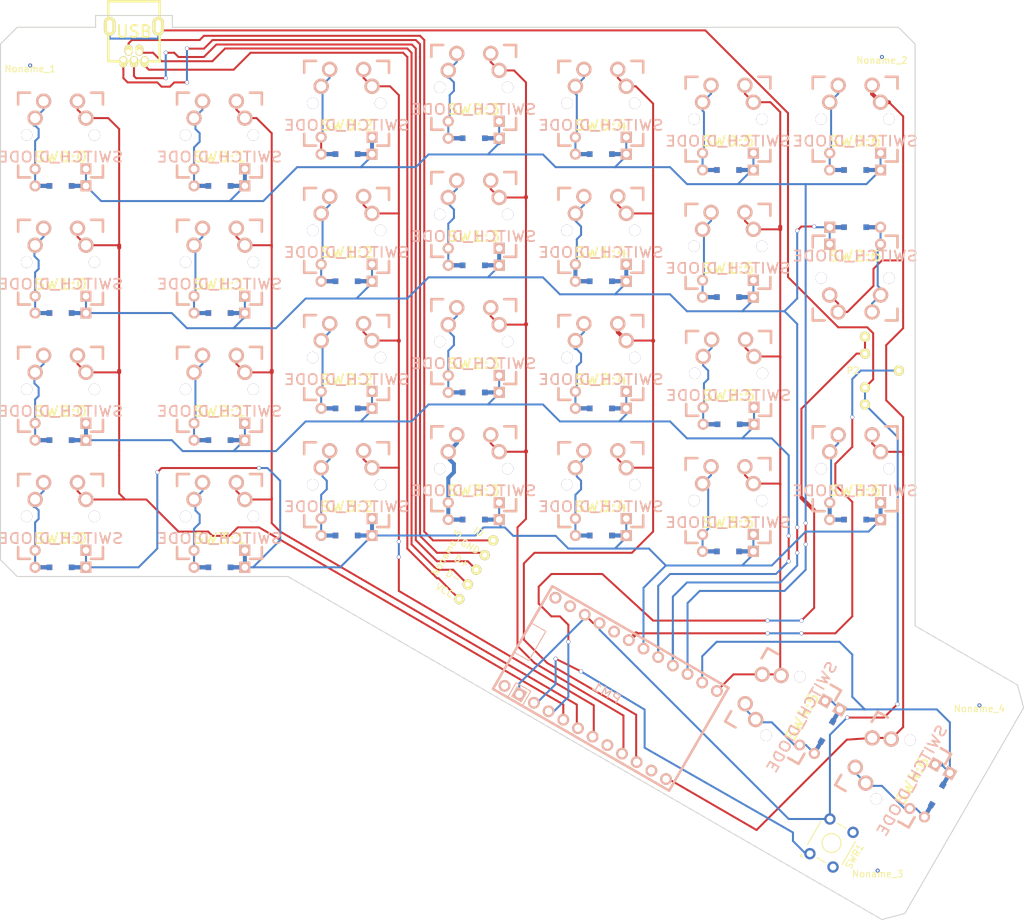
<source format=kicad_pcb>
(kicad_pcb (version 20171130) (host pcbnew "(5.1.12)-1")
  (layers (0 F.Cu signal) (31 B.Cu signal) (34 B.Paste user hide) (35 F.Paste user hide) (36 B.SilkS user hide) (37 F.SilkS user hide) (38 B.Mask user hide) (39 F.Mask user hide) (44 Edge.Cuts user))
  (net 0 "")
  (net 1 GND)
  (net 2 VCC)
  (net 3 /SER)
  (net 4 /ROW4)
  (net 5 /ROW3)
  (net 6 /ROW2)
  (net 7 /COL5)
  (net 8 /ROW1)
  (net 9 /ROW0)
  (net 10 /COL4)
  (net 11 /COL6)
  (net 12 /COL3)
  (net 13 /COL2)
  (net 14 /COL1)
  (net 15 /COL0)
  (net 16 "Net-(SW0:0-Pad2)")
  (net 17 "Net-(SW0:1-Pad2)")
  (net 18 "Net-(SW0:2-Pad2)")
  (net 19 "Net-(SW0:3-Pad2)")
  (net 20 "Net-(SW0:4-Pad2)")
  (net 21 "Net-(SW0:5-Pad2)")
  (net 22 "Net-(SW0:6-Pad2)")
  (net 23 "Net-(SW1:0-Pad2)")
  (net 24 "Net-(SW1:1-Pad2)")
  (net 25 "Net-(SW1:2-Pad2)")
  (net 26 "Net-(SW1:3-Pad2)")
  (net 27 "Net-(SW1:4-Pad2)")
  (net 28 "Net-(SW1:5-Pad2)")
  (net 29 "Net-(SW2:0-Pad2)")
  (net 30 "Net-(SW2:1-Pad2)")
  (net 31 "Net-(SW2:2-Pad2)")
  (net 32 "Net-(SW2:3-Pad2)")
  (net 33 "Net-(SW2:4-Pad2)")
  (net 34 "Net-(SW2:5-Pad2)")
  (net 35 "Net-(SW2:6-Pad2)")
  (net 36 "Net-(SW3:0-Pad2)")
  (net 37 "Net-(SW3:1-Pad2)")
  (net 38 "Net-(SW3:2-Pad2)")
  (net 39 "Net-(SW3:3-Pad2)")
  (net 40 "Net-(SW3:4-Pad2)")
  (net 41 "Net-(SW3:5-Pad2)")
  (net 42 "Net-(SW3:6-Pad2)")
  (net 43 "Net-(SW4:5-Pad2)")
  (net 44 "Net-(SW4:6-Pad2)")
  (net 45 "Net-(P1-Pad1)")
  (net 46 "Net-(P1-Pad2)")
  (net 47 "Net-(P1-Pad3)")
  (net 48 "Net-(P1-Pad4)")
  (net 49 "Net-(P1-Pad5)")
  (net 50 /RST)
  (module Keyboards:MX_FLIP_DIODE (layer F.Cu) (at 200.444 127.73 60)
    (fp_text reference SW4:5 (at 0 3.302 60) (layer F.SilkS) (effects (font (size 1.524 1.778) (thickness 0.254))))
    (fp_text value SWITCH_DIODE (at 0 3.302 60) (layer B.SilkS) (effects (font (size 1.524 1.778) (thickness 0.254)) (justify mirror)))
    (fp_line (start 1.6637 7.62) (end 3.81 7.62) (layer F.Cu) (width 0.6096))
    (fp_line (start -3.81 7.62) (end -1.6637 7.62) (layer F.Cu) (width 0.6096))
    (fp_line (start 1.6637 7.62) (end 3.81 7.62) (layer B.Cu) (width 0.6096))
    (fp_line (start -3.81 7.62) (end -1.6637 7.62) (layer B.Cu) (width 0.6096))
    (pad 1 thru_hole circle (at 2.54 -5.08 60) (size 2.286 2.286) (drill 1.4986) (layers *.Cu *.SilkS *.Mask) (net 7 /COL5))
    (pad 2 thru_hole circle (at -3.81 -2.54 60) (size 2.286 2.286) (drill 1.4986) (layers *.Cu *.SilkS *.Mask) (net 43 "Net-(SW4:5-Pad2)"))
    (pad 0 np_thru_hole circle (at 0 0 60) (size 3.9878 3.9878) (drill 3.9878) (layers *.Cu))
    (pad 0 thru_hole circle (at -5.08 0 60) (size 1.7018 1.7018) (drill 1.7018) (layers *.Cu))
    (pad 0 thru_hole circle (at 5.08 0 60) (size 1.7018 1.7018) (drill 1.7018) (layers *.Cu))
    (pad 1 thru_hole circle (at 3.81 -2.54 60) (size 2.286 2.286) (drill 1.4986) (layers *.Cu *.SilkS *.Mask) (net 7 /COL5))
    (pad 2 thru_hole circle (at -2.54 -5.08 60) (size 2.286 2.286) (drill 1.4986) (layers *.Cu *.SilkS *.Mask) (net 43 "Net-(SW4:5-Pad2)"))
    (pad 3 thru_hole circle (at -3.81 5.08 60) (size 1.651 1.651) (drill 0.9906) (layers *.Cu *.SilkS *.Mask) (net 43 "Net-(SW4:5-Pad2)"))
    (pad 4 thru_hole rect (at 3.81 5.08 60) (size 1.651 1.651) (drill 0.9906) (layers *.Cu *.SilkS *.Mask) (net 4 /ROW4))
    (pad 3 thru_hole circle (at -3.81 7.62 60) (size 1.651 1.651) (drill 0.9906) (layers *.Cu *.SilkS *.Mask) (net 43 "Net-(SW4:5-Pad2)"))
    (pad 4 thru_hole rect (at 3.81 7.62 60) (size 1.651 1.651) (drill 0.9906) (layers *.Cu *.SilkS *.Mask) (net 4 /ROW4))
    (pad 99 smd rect (at -1.6637 7.62 60) (size 0.8382 0.8382) (layers F.Cu F.Paste F.Mask))
    (pad 99 smd rect (at -1.6637 7.62 60) (size 0.8382 0.8382) (layers B.Cu B.Paste B.Mask))
    (pad 99 smd rect (at 1.6637 7.62 60) (size 0.8382 0.8382) (layers F.Cu F.Paste F.Mask))
    (pad 99 smd rect (at 1.6637 7.62 60) (size 0.8382 0.8382) (layers B.Cu B.Paste B.Mask))
  )
  (module Keyboards:PROMICRO (layer B.Cu) (at 174.625 125.095 330)
    (fp_text reference PM1 (at -0.232426 0.867426 330) (layer B.SilkS) (effects (font (size 1.27 1.524) (thickness 0.2032)) (justify mirror)))
    (fp_text value PROMICRO hide)
    (pad 1 thru_hole circle (at -11.43 -7.62 330) (size 1.7526 1.7526) (drill 1.0922) (layers *.Cu *.SilkS *.Mask))
    (pad 2 thru_hole circle (at -8.89 -7.62 330) (size 1.7526 1.7526) (drill 1.0922) (layers *.Cu *.SilkS *.Mask) (net 1 GND))
    (pad 3 thru_hole circle (at -6.35 -7.62 330) (size 1.7526 1.7526) (drill 1.0922) (layers *.Cu *.SilkS *.Mask) (net 1 GND))
    (pad 4 thru_hole circle (at -3.81 -7.62 330) (size 1.7526 1.7526) (drill 1.0922) (layers *.Cu *.SilkS *.Mask))
    (pad 5 thru_hole circle (at -1.27 -7.62 330) (size 1.7526 1.7526) (drill 1.0922) (layers *.Cu *.SilkS *.Mask) (net 3 /SER))
    (pad 6 thru_hole circle (at 1.27 -7.62 330) (size 1.7526 1.7526) (drill 1.0922) (layers *.Cu *.SilkS *.Mask) (net 5 /ROW3))
    (pad 7 thru_hole circle (at 3.81 -7.62 330) (size 1.7526 1.7526) (drill 1.0922) (layers *.Cu *.SilkS *.Mask) (net 6 /ROW2))
    (pad 8 thru_hole circle (at 6.35 -7.62 330) (size 1.7526 1.7526) (drill 1.0922) (layers *.Cu *.SilkS *.Mask) (net 8 /ROW1))
    (pad 9 thru_hole circle (at 8.89 -7.62 330) (size 1.7526 1.7526) (drill 1.0922) (layers *.Cu *.SilkS *.Mask) (net 9 /ROW0))
    (pad 10 thru_hole circle (at 11.43 -7.62 330) (size 1.7526 1.7526) (drill 1.0922) (layers *.Cu *.SilkS *.Mask) (net 4 /ROW4))
    (pad 11 thru_hole circle (at 13.97 -7.62 330) (size 1.7526 1.7526) (drill 1.0922) (layers *.Cu *.SilkS *.Mask) (net 7 /COL5))
    (pad 23 thru_hole circle (at 13.97 7.62 330) (size 1.7526 1.7526) (drill 1.0922) (layers *.Cu *.SilkS *.Mask) (net 11 /COL6))
    (pad 22 thru_hole circle (at 11.43 7.62 330) (size 1.7526 1.7526) (drill 1.0922) (layers *.Cu *.SilkS *.Mask))
    (pad 21 thru_hole circle (at 8.89 7.62 330) (size 1.7526 1.7526) (drill 1.0922) (layers *.Cu *.SilkS *.Mask) (net 10 /COL4))
    (pad 20 thru_hole circle (at 6.35 7.62 330) (size 1.7526 1.7526) (drill 1.0922) (layers *.Cu *.SilkS *.Mask) (net 12 /COL3))
    (pad 19 thru_hole circle (at 3.81 7.62 330) (size 1.7526 1.7526) (drill 1.0922) (layers *.Cu *.SilkS *.Mask))
    (pad 18 thru_hole circle (at 1.27 7.62 330) (size 1.7526 1.7526) (drill 1.0922) (layers *.Cu *.SilkS *.Mask) (net 13 /COL2))
    (pad 17 thru_hole circle (at -1.27 7.62 330) (size 1.7526 1.7526) (drill 1.0922) (layers *.Cu *.SilkS *.Mask) (net 14 /COL1))
    (pad 16 thru_hole circle (at -3.81 7.62 330) (size 1.7526 1.7526) (drill 1.0922) (layers *.Cu *.SilkS *.Mask) (net 15 /COL0))
    (pad 15 thru_hole circle (at -6.35 7.62 330) (size 1.7526 1.7526) (drill 1.0922) (layers *.Cu *.SilkS *.Mask) (net 2 VCC))
    (pad 14 thru_hole circle (at -8.89 7.62 330) (size 1.7526 1.7526) (drill 1.0922) (layers *.Cu *.SilkS *.Mask) (net 50 /RST))
    (pad 13 thru_hole rect (at -11.43 7.62 330) (size 1.7526 1.7526) (drill 1.0922) (layers *.Cu *.SilkS *.Mask) (net 1 GND))
    (pad 12 thru_hole circle (at -13.97 7.62 330) (size 1.7526 1.7526) (drill 1.0922) (layers *.Cu *.SilkS *.Mask))
    (pad 0 thru_hole circle (at -13.97 -7.62 330) (size 1.7526 1.7526) (drill 1.092) (layers *.Cu *.Mask B.SilkS))
  )
  (module Keyboards:MX_FLIP_DIODE (layer F.Cu) (at 92.183 42.176)
    (fp_text reference SW0:0 (at 0 3.302) (layer F.SilkS) (effects (font (size 1.524 1.778) (thickness 0.254))))
    (fp_text value SWITCH_DIODE (at 0 3.302) (layer B.SilkS) (effects (font (size 1.524 1.778) (thickness 0.254)) (justify mirror)))
    (fp_line (start 1.6637 7.62) (end 3.81 7.62) (layer F.Cu) (width 0.6096))
    (fp_line (start -3.81 7.62) (end -1.6637 7.62) (layer F.Cu) (width 0.6096))
    (fp_line (start 1.6637 7.62) (end 3.81 7.62) (layer B.Cu) (width 0.6096))
    (fp_line (start -3.81 7.62) (end -1.6637 7.62) (layer B.Cu) (width 0.6096))
    (pad 1 thru_hole circle (at 2.54 -5.08) (size 2.286 2.286) (drill 1.4986) (layers *.Cu *.SilkS *.Mask) (net 15 /COL0))
    (pad 2 thru_hole circle (at -3.81 -2.54) (size 2.286 2.286) (drill 1.4986) (layers *.Cu *.SilkS *.Mask) (net 16 "Net-(SW0:0-Pad2)"))
    (pad 0 np_thru_hole circle (at 0 0) (size 3.9878 3.9878) (drill 3.9878) (layers *.Cu))
    (pad 0 thru_hole circle (at -5.08 0) (size 1.7018 1.7018) (drill 1.7018) (layers *.Cu))
    (pad 0 thru_hole circle (at 5.08 0) (size 1.7018 1.7018) (drill 1.7018) (layers *.Cu))
    (pad 1 thru_hole circle (at 3.81 -2.54) (size 2.286 2.286) (drill 1.4986) (layers *.Cu *.SilkS *.Mask) (net 15 /COL0))
    (pad 2 thru_hole circle (at -2.54 -5.08) (size 2.286 2.286) (drill 1.4986) (layers *.Cu *.SilkS *.Mask) (net 16 "Net-(SW0:0-Pad2)"))
    (pad 3 thru_hole circle (at -3.81 5.08) (size 1.651 1.651) (drill 0.9906) (layers *.Cu *.SilkS *.Mask) (net 16 "Net-(SW0:0-Pad2)"))
    (pad 4 thru_hole rect (at 3.81 5.08) (size 1.651 1.651) (drill 0.9906) (layers *.Cu *.SilkS *.Mask) (net 9 /ROW0))
    (pad 3 thru_hole circle (at -3.81 7.62) (size 1.651 1.651) (drill 0.9906) (layers *.Cu *.SilkS *.Mask) (net 16 "Net-(SW0:0-Pad2)"))
    (pad 4 thru_hole rect (at 3.81 7.62) (size 1.651 1.651) (drill 0.9906) (layers *.Cu *.SilkS *.Mask) (net 9 /ROW0))
    (pad 99 smd rect (at -1.6637 7.62) (size 0.8382 0.8382) (layers F.Cu F.Paste F.Mask))
    (pad 99 smd rect (at -1.6637 7.62) (size 0.8382 0.8382) (layers B.Cu B.Paste B.Mask))
    (pad 99 smd rect (at 1.6637 7.62) (size 0.8382 0.8382) (layers F.Cu F.Paste F.Mask))
    (pad 99 smd rect (at 1.6637 7.62) (size 0.8382 0.8382) (layers B.Cu B.Paste B.Mask))
  )
  (module Keyboards:MX_FLIP_DIODE (layer F.Cu) (at 115.995 42.175)
    (fp_text reference SW0:1 (at 0 3.302) (layer F.SilkS) (effects (font (size 1.524 1.778) (thickness 0.254))))
    (fp_text value SWITCH_DIODE (at 0 3.302) (layer B.SilkS) (effects (font (size 1.524 1.778) (thickness 0.254)) (justify mirror)))
    (fp_line (start 1.6637 7.62) (end 3.81 7.62) (layer F.Cu) (width 0.6096))
    (fp_line (start -3.81 7.62) (end -1.6637 7.62) (layer F.Cu) (width 0.6096))
    (fp_line (start 1.6637 7.62) (end 3.81 7.62) (layer B.Cu) (width 0.6096))
    (fp_line (start -3.81 7.62) (end -1.6637 7.62) (layer B.Cu) (width 0.6096))
    (pad 1 thru_hole circle (at 2.54 -5.08) (size 2.286 2.286) (drill 1.4986) (layers *.Cu *.SilkS *.Mask) (net 14 /COL1))
    (pad 2 thru_hole circle (at -3.81 -2.54) (size 2.286 2.286) (drill 1.4986) (layers *.Cu *.SilkS *.Mask) (net 17 "Net-(SW0:1-Pad2)"))
    (pad 0 np_thru_hole circle (at 0 0) (size 3.9878 3.9878) (drill 3.9878) (layers *.Cu))
    (pad 0 thru_hole circle (at -5.08 0) (size 1.7018 1.7018) (drill 1.7018) (layers *.Cu))
    (pad 0 thru_hole circle (at 5.08 0) (size 1.7018 1.7018) (drill 1.7018) (layers *.Cu))
    (pad 1 thru_hole circle (at 3.81 -2.54) (size 2.286 2.286) (drill 1.4986) (layers *.Cu *.SilkS *.Mask) (net 14 /COL1))
    (pad 2 thru_hole circle (at -2.54 -5.08) (size 2.286 2.286) (drill 1.4986) (layers *.Cu *.SilkS *.Mask) (net 17 "Net-(SW0:1-Pad2)"))
    (pad 3 thru_hole circle (at -3.81 5.08) (size 1.651 1.651) (drill 0.9906) (layers *.Cu *.SilkS *.Mask) (net 17 "Net-(SW0:1-Pad2)"))
    (pad 4 thru_hole rect (at 3.81 5.08) (size 1.651 1.651) (drill 0.9906) (layers *.Cu *.SilkS *.Mask) (net 9 /ROW0))
    (pad 3 thru_hole circle (at -3.81 7.62) (size 1.651 1.651) (drill 0.9906) (layers *.Cu *.SilkS *.Mask) (net 17 "Net-(SW0:1-Pad2)"))
    (pad 4 thru_hole rect (at 3.81 7.62) (size 1.651 1.651) (drill 0.9906) (layers *.Cu *.SilkS *.Mask) (net 9 /ROW0))
    (pad 99 smd rect (at -1.6637 7.62) (size 0.8382 0.8382) (layers F.Cu F.Paste F.Mask))
    (pad 99 smd rect (at -1.6637 7.62) (size 0.8382 0.8382) (layers B.Cu B.Paste B.Mask))
    (pad 99 smd rect (at 1.6637 7.62) (size 0.8382 0.8382) (layers F.Cu F.Paste F.Mask))
    (pad 99 smd rect (at 1.6637 7.62) (size 0.8382 0.8382) (layers B.Cu B.Paste B.Mask))
  )
  (module Keyboards:MX_FLIP_DIODE (layer F.Cu) (at 135.045 37.414)
    (fp_text reference SW0:2 (at 0 3.302) (layer F.SilkS) (effects (font (size 1.524 1.778) (thickness 0.254))))
    (fp_text value SWITCH_DIODE (at 0 3.302) (layer B.SilkS) (effects (font (size 1.524 1.778) (thickness 0.254)) (justify mirror)))
    (fp_line (start 1.6637 7.62) (end 3.81 7.62) (layer F.Cu) (width 0.6096))
    (fp_line (start -3.81 7.62) (end -1.6637 7.62) (layer F.Cu) (width 0.6096))
    (fp_line (start 1.6637 7.62) (end 3.81 7.62) (layer B.Cu) (width 0.6096))
    (fp_line (start -3.81 7.62) (end -1.6637 7.62) (layer B.Cu) (width 0.6096))
    (pad 1 thru_hole circle (at 2.54 -5.08) (size 2.286 2.286) (drill 1.4986) (layers *.Cu *.SilkS *.Mask) (net 13 /COL2))
    (pad 2 thru_hole circle (at -3.81 -2.54) (size 2.286 2.286) (drill 1.4986) (layers *.Cu *.SilkS *.Mask) (net 18 "Net-(SW0:2-Pad2)"))
    (pad 0 np_thru_hole circle (at 0 0) (size 3.9878 3.9878) (drill 3.9878) (layers *.Cu))
    (pad 0 thru_hole circle (at -5.08 0) (size 1.7018 1.7018) (drill 1.7018) (layers *.Cu))
    (pad 0 thru_hole circle (at 5.08 0) (size 1.7018 1.7018) (drill 1.7018) (layers *.Cu))
    (pad 1 thru_hole circle (at 3.81 -2.54) (size 2.286 2.286) (drill 1.4986) (layers *.Cu *.SilkS *.Mask) (net 13 /COL2))
    (pad 2 thru_hole circle (at -2.54 -5.08) (size 2.286 2.286) (drill 1.4986) (layers *.Cu *.SilkS *.Mask) (net 18 "Net-(SW0:2-Pad2)"))
    (pad 3 thru_hole circle (at -3.81 5.08) (size 1.651 1.651) (drill 0.9906) (layers *.Cu *.SilkS *.Mask) (net 18 "Net-(SW0:2-Pad2)"))
    (pad 4 thru_hole rect (at 3.81 5.08) (size 1.651 1.651) (drill 0.9906) (layers *.Cu *.SilkS *.Mask) (net 9 /ROW0))
    (pad 3 thru_hole circle (at -3.81 7.62) (size 1.651 1.651) (drill 0.9906) (layers *.Cu *.SilkS *.Mask) (net 18 "Net-(SW0:2-Pad2)"))
    (pad 4 thru_hole rect (at 3.81 7.62) (size 1.651 1.651) (drill 0.9906) (layers *.Cu *.SilkS *.Mask) (net 9 /ROW0))
    (pad 99 smd rect (at -1.6637 7.62) (size 0.8382 0.8382) (layers F.Cu F.Paste F.Mask))
    (pad 99 smd rect (at -1.6637 7.62) (size 0.8382 0.8382) (layers B.Cu B.Paste B.Mask))
    (pad 99 smd rect (at 1.6637 7.62) (size 0.8382 0.8382) (layers F.Cu F.Paste F.Mask))
    (pad 99 smd rect (at 1.6637 7.62) (size 0.8382 0.8382) (layers B.Cu B.Paste B.Mask))
  )
  (module Keyboards:MX_FLIP_DIODE (layer F.Cu) (at 154.095 35.033)
    (fp_text reference SW0:3 (at 0 3.302) (layer F.SilkS) (effects (font (size 1.524 1.778) (thickness 0.254))))
    (fp_text value SWITCH_DIODE (at 0 3.302) (layer B.SilkS) (effects (font (size 1.524 1.778) (thickness 0.254)) (justify mirror)))
    (fp_line (start 1.6637 7.62) (end 3.81 7.62) (layer F.Cu) (width 0.6096))
    (fp_line (start -3.81 7.62) (end -1.6637 7.62) (layer F.Cu) (width 0.6096))
    (fp_line (start 1.6637 7.62) (end 3.81 7.62) (layer B.Cu) (width 0.6096))
    (fp_line (start -3.81 7.62) (end -1.6637 7.62) (layer B.Cu) (width 0.6096))
    (pad 1 thru_hole circle (at 2.54 -5.08) (size 2.286 2.286) (drill 1.4986) (layers *.Cu *.SilkS *.Mask) (net 12 /COL3))
    (pad 2 thru_hole circle (at -3.81 -2.54) (size 2.286 2.286) (drill 1.4986) (layers *.Cu *.SilkS *.Mask) (net 19 "Net-(SW0:3-Pad2)"))
    (pad 0 np_thru_hole circle (at 0 0) (size 3.9878 3.9878) (drill 3.9878) (layers *.Cu))
    (pad 0 thru_hole circle (at -5.08 0) (size 1.7018 1.7018) (drill 1.7018) (layers *.Cu))
    (pad 0 thru_hole circle (at 5.08 0) (size 1.7018 1.7018) (drill 1.7018) (layers *.Cu))
    (pad 1 thru_hole circle (at 3.81 -2.54) (size 2.286 2.286) (drill 1.4986) (layers *.Cu *.SilkS *.Mask) (net 12 /COL3))
    (pad 2 thru_hole circle (at -2.54 -5.08) (size 2.286 2.286) (drill 1.4986) (layers *.Cu *.SilkS *.Mask) (net 19 "Net-(SW0:3-Pad2)"))
    (pad 3 thru_hole circle (at -3.81 5.08) (size 1.651 1.651) (drill 0.9906) (layers *.Cu *.SilkS *.Mask) (net 19 "Net-(SW0:3-Pad2)"))
    (pad 4 thru_hole rect (at 3.81 5.08) (size 1.651 1.651) (drill 0.9906) (layers *.Cu *.SilkS *.Mask) (net 9 /ROW0))
    (pad 3 thru_hole circle (at -3.81 7.62) (size 1.651 1.651) (drill 0.9906) (layers *.Cu *.SilkS *.Mask) (net 19 "Net-(SW0:3-Pad2)"))
    (pad 4 thru_hole rect (at 3.81 7.62) (size 1.651 1.651) (drill 0.9906) (layers *.Cu *.SilkS *.Mask) (net 9 /ROW0))
    (pad 99 smd rect (at -1.6637 7.62) (size 0.8382 0.8382) (layers F.Cu F.Paste F.Mask))
    (pad 99 smd rect (at -1.6637 7.62) (size 0.8382 0.8382) (layers B.Cu B.Paste B.Mask))
    (pad 99 smd rect (at 1.6637 7.62) (size 0.8382 0.8382) (layers F.Cu F.Paste F.Mask))
    (pad 99 smd rect (at 1.6637 7.62) (size 0.8382 0.8382) (layers B.Cu B.Paste B.Mask))
  )
  (module Keyboards:MX_FLIP_DIODE (layer F.Cu) (at 173.145 37.414)
    (fp_text reference SW0:4 (at 0 3.302) (layer F.SilkS) (effects (font (size 1.524 1.778) (thickness 0.254))))
    (fp_text value SWITCH_DIODE (at 0 3.302) (layer B.SilkS) (effects (font (size 1.524 1.778) (thickness 0.254)) (justify mirror)))
    (fp_line (start 1.6637 7.62) (end 3.81 7.62) (layer F.Cu) (width 0.6096))
    (fp_line (start -3.81 7.62) (end -1.6637 7.62) (layer F.Cu) (width 0.6096))
    (fp_line (start 1.6637 7.62) (end 3.81 7.62) (layer B.Cu) (width 0.6096))
    (fp_line (start -3.81 7.62) (end -1.6637 7.62) (layer B.Cu) (width 0.6096))
    (pad 1 thru_hole circle (at 2.54 -5.08) (size 2.286 2.286) (drill 1.4986) (layers *.Cu *.SilkS *.Mask) (net 10 /COL4))
    (pad 2 thru_hole circle (at -3.81 -2.54) (size 2.286 2.286) (drill 1.4986) (layers *.Cu *.SilkS *.Mask) (net 20 "Net-(SW0:4-Pad2)"))
    (pad 0 np_thru_hole circle (at 0 0) (size 3.9878 3.9878) (drill 3.9878) (layers *.Cu))
    (pad 0 thru_hole circle (at -5.08 0) (size 1.7018 1.7018) (drill 1.7018) (layers *.Cu))
    (pad 0 thru_hole circle (at 5.08 0) (size 1.7018 1.7018) (drill 1.7018) (layers *.Cu))
    (pad 1 thru_hole circle (at 3.81 -2.54) (size 2.286 2.286) (drill 1.4986) (layers *.Cu *.SilkS *.Mask) (net 10 /COL4))
    (pad 2 thru_hole circle (at -2.54 -5.08) (size 2.286 2.286) (drill 1.4986) (layers *.Cu *.SilkS *.Mask) (net 20 "Net-(SW0:4-Pad2)"))
    (pad 3 thru_hole circle (at -3.81 5.08) (size 1.651 1.651) (drill 0.9906) (layers *.Cu *.SilkS *.Mask) (net 20 "Net-(SW0:4-Pad2)"))
    (pad 4 thru_hole rect (at 3.81 5.08) (size 1.651 1.651) (drill 0.9906) (layers *.Cu *.SilkS *.Mask) (net 9 /ROW0))
    (pad 3 thru_hole circle (at -3.81 7.62) (size 1.651 1.651) (drill 0.9906) (layers *.Cu *.SilkS *.Mask) (net 20 "Net-(SW0:4-Pad2)"))
    (pad 4 thru_hole rect (at 3.81 7.62) (size 1.651 1.651) (drill 0.9906) (layers *.Cu *.SilkS *.Mask) (net 9 /ROW0))
    (pad 99 smd rect (at -1.6637 7.62) (size 0.8382 0.8382) (layers F.Cu F.Paste F.Mask))
    (pad 99 smd rect (at -1.6637 7.62) (size 0.8382 0.8382) (layers B.Cu B.Paste B.Mask))
    (pad 99 smd rect (at 1.6637 7.62) (size 0.8382 0.8382) (layers F.Cu F.Paste F.Mask))
    (pad 99 smd rect (at 1.6637 7.62) (size 0.8382 0.8382) (layers B.Cu B.Paste B.Mask))
  )
  (module Keyboards:MX_FLIP_DIODE (layer F.Cu) (at 192.195 39.795)
    (fp_text reference SW0:5 (at 0 3.302) (layer F.SilkS) (effects (font (size 1.524 1.778) (thickness 0.254))))
    (fp_text value SWITCH_DIODE (at 0 3.302) (layer B.SilkS) (effects (font (size 1.524 1.778) (thickness 0.254)) (justify mirror)))
    (fp_line (start 1.6637 7.62) (end 3.81 7.62) (layer F.Cu) (width 0.6096))
    (fp_line (start -3.81 7.62) (end -1.6637 7.62) (layer F.Cu) (width 0.6096))
    (fp_line (start 1.6637 7.62) (end 3.81 7.62) (layer B.Cu) (width 0.6096))
    (fp_line (start -3.81 7.62) (end -1.6637 7.62) (layer B.Cu) (width 0.6096))
    (pad 1 thru_hole circle (at 2.54 -5.08) (size 2.286 2.286) (drill 1.4986) (layers *.Cu *.SilkS *.Mask) (net 7 /COL5))
    (pad 2 thru_hole circle (at -3.81 -2.54) (size 2.286 2.286) (drill 1.4986) (layers *.Cu *.SilkS *.Mask) (net 21 "Net-(SW0:5-Pad2)"))
    (pad 0 np_thru_hole circle (at 0 0) (size 3.9878 3.9878) (drill 3.9878) (layers *.Cu))
    (pad 0 thru_hole circle (at -5.08 0) (size 1.7018 1.7018) (drill 1.7018) (layers *.Cu))
    (pad 0 thru_hole circle (at 5.08 0) (size 1.7018 1.7018) (drill 1.7018) (layers *.Cu))
    (pad 1 thru_hole circle (at 3.81 -2.54) (size 2.286 2.286) (drill 1.4986) (layers *.Cu *.SilkS *.Mask) (net 7 /COL5))
    (pad 2 thru_hole circle (at -2.54 -5.08) (size 2.286 2.286) (drill 1.4986) (layers *.Cu *.SilkS *.Mask) (net 21 "Net-(SW0:5-Pad2)"))
    (pad 3 thru_hole circle (at -3.81 5.08) (size 1.651 1.651) (drill 0.9906) (layers *.Cu *.SilkS *.Mask) (net 21 "Net-(SW0:5-Pad2)"))
    (pad 4 thru_hole rect (at 3.81 5.08) (size 1.651 1.651) (drill 0.9906) (layers *.Cu *.SilkS *.Mask) (net 9 /ROW0))
    (pad 3 thru_hole circle (at -3.81 7.62) (size 1.651 1.651) (drill 0.9906) (layers *.Cu *.SilkS *.Mask) (net 21 "Net-(SW0:5-Pad2)"))
    (pad 4 thru_hole rect (at 3.81 7.62) (size 1.651 1.651) (drill 0.9906) (layers *.Cu *.SilkS *.Mask) (net 9 /ROW0))
    (pad 99 smd rect (at -1.6637 7.62) (size 0.8382 0.8382) (layers F.Cu F.Paste F.Mask))
    (pad 99 smd rect (at -1.6637 7.62) (size 0.8382 0.8382) (layers B.Cu B.Paste B.Mask))
    (pad 99 smd rect (at 1.6637 7.62) (size 0.8382 0.8382) (layers F.Cu F.Paste F.Mask))
    (pad 99 smd rect (at 1.6637 7.62) (size 0.8382 0.8382) (layers B.Cu B.Paste B.Mask))
  )
  (module Keyboards:MX_FLIP_DIODE (layer F.Cu) (at 211.245 39.795)
    (fp_text reference SW0:6 (at 0 3.302) (layer F.SilkS) (effects (font (size 1.524 1.778) (thickness 0.254))))
    (fp_text value SWITCH_DIODE (at 0 3.302) (layer B.SilkS) (effects (font (size 1.524 1.778) (thickness 0.254)) (justify mirror)))
    (fp_line (start 1.6637 7.62) (end 3.81 7.62) (layer F.Cu) (width 0.6096))
    (fp_line (start -3.81 7.62) (end -1.6637 7.62) (layer F.Cu) (width 0.6096))
    (fp_line (start 1.6637 7.62) (end 3.81 7.62) (layer B.Cu) (width 0.6096))
    (fp_line (start -3.81 7.62) (end -1.6637 7.62) (layer B.Cu) (width 0.6096))
    (pad 1 thru_hole circle (at 2.54 -5.08) (size 2.286 2.286) (drill 1.4986) (layers *.Cu *.SilkS *.Mask) (net 11 /COL6))
    (pad 2 thru_hole circle (at -3.81 -2.54) (size 2.286 2.286) (drill 1.4986) (layers *.Cu *.SilkS *.Mask) (net 22 "Net-(SW0:6-Pad2)"))
    (pad 0 np_thru_hole circle (at 0 0) (size 3.9878 3.9878) (drill 3.9878) (layers *.Cu))
    (pad 0 thru_hole circle (at -5.08 0) (size 1.7018 1.7018) (drill 1.7018) (layers *.Cu))
    (pad 0 thru_hole circle (at 5.08 0) (size 1.7018 1.7018) (drill 1.7018) (layers *.Cu))
    (pad 1 thru_hole circle (at 3.81 -2.54) (size 2.286 2.286) (drill 1.4986) (layers *.Cu *.SilkS *.Mask) (net 11 /COL6))
    (pad 2 thru_hole circle (at -2.54 -5.08) (size 2.286 2.286) (drill 1.4986) (layers *.Cu *.SilkS *.Mask) (net 22 "Net-(SW0:6-Pad2)"))
    (pad 3 thru_hole circle (at -3.81 5.08) (size 1.651 1.651) (drill 0.9906) (layers *.Cu *.SilkS *.Mask) (net 22 "Net-(SW0:6-Pad2)"))
    (pad 4 thru_hole rect (at 3.81 5.08) (size 1.651 1.651) (drill 0.9906) (layers *.Cu *.SilkS *.Mask) (net 9 /ROW0))
    (pad 3 thru_hole circle (at -3.81 7.62) (size 1.651 1.651) (drill 0.9906) (layers *.Cu *.SilkS *.Mask) (net 22 "Net-(SW0:6-Pad2)"))
    (pad 4 thru_hole rect (at 3.81 7.62) (size 1.651 1.651) (drill 0.9906) (layers *.Cu *.SilkS *.Mask) (net 9 /ROW0))
    (pad 99 smd rect (at -1.6637 7.62) (size 0.8382 0.8382) (layers F.Cu F.Paste F.Mask))
    (pad 99 smd rect (at -1.6637 7.62) (size 0.8382 0.8382) (layers B.Cu B.Paste B.Mask))
    (pad 99 smd rect (at 1.6637 7.62) (size 0.8382 0.8382) (layers F.Cu F.Paste F.Mask))
    (pad 99 smd rect (at 1.6637 7.62) (size 0.8382 0.8382) (layers B.Cu B.Paste B.Mask))
  )
  (module Keyboards:MX_FLIP_DIODE (layer F.Cu) (at 92.183 61.226)
    (fp_text reference SW1:0 (at 0 3.302) (layer F.SilkS) (effects (font (size 1.524 1.778) (thickness 0.254))))
    (fp_text value SWITCH_DIODE (at 0 3.302) (layer B.SilkS) (effects (font (size 1.524 1.778) (thickness 0.254)) (justify mirror)))
    (fp_line (start 1.6637 7.62) (end 3.81 7.62) (layer F.Cu) (width 0.6096))
    (fp_line (start -3.81 7.62) (end -1.6637 7.62) (layer F.Cu) (width 0.6096))
    (fp_line (start 1.6637 7.62) (end 3.81 7.62) (layer B.Cu) (width 0.6096))
    (fp_line (start -3.81 7.62) (end -1.6637 7.62) (layer B.Cu) (width 0.6096))
    (pad 1 thru_hole circle (at 2.54 -5.08) (size 2.286 2.286) (drill 1.4986) (layers *.Cu *.SilkS *.Mask) (net 15 /COL0))
    (pad 2 thru_hole circle (at -3.81 -2.54) (size 2.286 2.286) (drill 1.4986) (layers *.Cu *.SilkS *.Mask) (net 23 "Net-(SW1:0-Pad2)"))
    (pad 0 np_thru_hole circle (at 0 0) (size 3.9878 3.9878) (drill 3.9878) (layers *.Cu))
    (pad 0 thru_hole circle (at -5.08 0) (size 1.7018 1.7018) (drill 1.7018) (layers *.Cu))
    (pad 0 thru_hole circle (at 5.08 0) (size 1.7018 1.7018) (drill 1.7018) (layers *.Cu))
    (pad 1 thru_hole circle (at 3.81 -2.54) (size 2.286 2.286) (drill 1.4986) (layers *.Cu *.SilkS *.Mask) (net 15 /COL0))
    (pad 2 thru_hole circle (at -2.54 -5.08) (size 2.286 2.286) (drill 1.4986) (layers *.Cu *.SilkS *.Mask) (net 23 "Net-(SW1:0-Pad2)"))
    (pad 3 thru_hole circle (at -3.81 5.08) (size 1.651 1.651) (drill 0.9906) (layers *.Cu *.SilkS *.Mask) (net 23 "Net-(SW1:0-Pad2)"))
    (pad 4 thru_hole rect (at 3.81 5.08) (size 1.651 1.651) (drill 0.9906) (layers *.Cu *.SilkS *.Mask) (net 8 /ROW1))
    (pad 3 thru_hole circle (at -3.81 7.62) (size 1.651 1.651) (drill 0.9906) (layers *.Cu *.SilkS *.Mask) (net 23 "Net-(SW1:0-Pad2)"))
    (pad 4 thru_hole rect (at 3.81 7.62) (size 1.651 1.651) (drill 0.9906) (layers *.Cu *.SilkS *.Mask) (net 8 /ROW1))
    (pad 99 smd rect (at -1.6637 7.62) (size 0.8382 0.8382) (layers F.Cu F.Paste F.Mask))
    (pad 99 smd rect (at -1.6637 7.62) (size 0.8382 0.8382) (layers B.Cu B.Paste B.Mask))
    (pad 99 smd rect (at 1.6637 7.62) (size 0.8382 0.8382) (layers F.Cu F.Paste F.Mask))
    (pad 99 smd rect (at 1.6637 7.62) (size 0.8382 0.8382) (layers B.Cu B.Paste B.Mask))
  )
  (module Keyboards:MX_FLIP_DIODE (layer F.Cu) (at 115.995 61.226)
    (fp_text reference SW1:1 (at 0 3.302) (layer F.SilkS) (effects (font (size 1.524 1.778) (thickness 0.254))))
    (fp_text value SWITCH_DIODE (at 0 3.302) (layer B.SilkS) (effects (font (size 1.524 1.778) (thickness 0.254)) (justify mirror)))
    (fp_line (start 1.6637 7.62) (end 3.81 7.62) (layer F.Cu) (width 0.6096))
    (fp_line (start -3.81 7.62) (end -1.6637 7.62) (layer F.Cu) (width 0.6096))
    (fp_line (start 1.6637 7.62) (end 3.81 7.62) (layer B.Cu) (width 0.6096))
    (fp_line (start -3.81 7.62) (end -1.6637 7.62) (layer B.Cu) (width 0.6096))
    (pad 1 thru_hole circle (at 2.54 -5.08) (size 2.286 2.286) (drill 1.4986) (layers *.Cu *.SilkS *.Mask) (net 14 /COL1))
    (pad 2 thru_hole circle (at -3.81 -2.54) (size 2.286 2.286) (drill 1.4986) (layers *.Cu *.SilkS *.Mask) (net 24 "Net-(SW1:1-Pad2)"))
    (pad 0 np_thru_hole circle (at 0 0) (size 3.9878 3.9878) (drill 3.9878) (layers *.Cu))
    (pad 0 thru_hole circle (at -5.08 0) (size 1.7018 1.7018) (drill 1.7018) (layers *.Cu))
    (pad 0 thru_hole circle (at 5.08 0) (size 1.7018 1.7018) (drill 1.7018) (layers *.Cu))
    (pad 1 thru_hole circle (at 3.81 -2.54) (size 2.286 2.286) (drill 1.4986) (layers *.Cu *.SilkS *.Mask) (net 14 /COL1))
    (pad 2 thru_hole circle (at -2.54 -5.08) (size 2.286 2.286) (drill 1.4986) (layers *.Cu *.SilkS *.Mask) (net 24 "Net-(SW1:1-Pad2)"))
    (pad 3 thru_hole circle (at -3.81 5.08) (size 1.651 1.651) (drill 0.9906) (layers *.Cu *.SilkS *.Mask) (net 24 "Net-(SW1:1-Pad2)"))
    (pad 4 thru_hole rect (at 3.81 5.08) (size 1.651 1.651) (drill 0.9906) (layers *.Cu *.SilkS *.Mask) (net 8 /ROW1))
    (pad 3 thru_hole circle (at -3.81 7.62) (size 1.651 1.651) (drill 0.9906) (layers *.Cu *.SilkS *.Mask) (net 24 "Net-(SW1:1-Pad2)"))
    (pad 4 thru_hole rect (at 3.81 7.62) (size 1.651 1.651) (drill 0.9906) (layers *.Cu *.SilkS *.Mask) (net 8 /ROW1))
    (pad 99 smd rect (at -1.6637 7.62) (size 0.8382 0.8382) (layers F.Cu F.Paste F.Mask))
    (pad 99 smd rect (at -1.6637 7.62) (size 0.8382 0.8382) (layers B.Cu B.Paste B.Mask))
    (pad 99 smd rect (at 1.6637 7.62) (size 0.8382 0.8382) (layers F.Cu F.Paste F.Mask))
    (pad 99 smd rect (at 1.6637 7.62) (size 0.8382 0.8382) (layers B.Cu B.Paste B.Mask))
  )
  (module Keyboards:MX_FLIP_DIODE (layer F.Cu) (at 135.045 56.464)
    (fp_text reference SW1:2 (at 0 3.302) (layer F.SilkS) (effects (font (size 1.524 1.778) (thickness 0.254))))
    (fp_text value SWITCH_DIODE (at 0 3.302) (layer B.SilkS) (effects (font (size 1.524 1.778) (thickness 0.254)) (justify mirror)))
    (fp_line (start 1.6637 7.62) (end 3.81 7.62) (layer F.Cu) (width 0.6096))
    (fp_line (start -3.81 7.62) (end -1.6637 7.62) (layer F.Cu) (width 0.6096))
    (fp_line (start 1.6637 7.62) (end 3.81 7.62) (layer B.Cu) (width 0.6096))
    (fp_line (start -3.81 7.62) (end -1.6637 7.62) (layer B.Cu) (width 0.6096))
    (pad 1 thru_hole circle (at 2.54 -5.08) (size 2.286 2.286) (drill 1.4986) (layers *.Cu *.SilkS *.Mask) (net 13 /COL2))
    (pad 2 thru_hole circle (at -3.81 -2.54) (size 2.286 2.286) (drill 1.4986) (layers *.Cu *.SilkS *.Mask) (net 25 "Net-(SW1:2-Pad2)"))
    (pad 0 np_thru_hole circle (at 0 0) (size 3.9878 3.9878) (drill 3.9878) (layers *.Cu))
    (pad 0 thru_hole circle (at -5.08 0) (size 1.7018 1.7018) (drill 1.7018) (layers *.Cu))
    (pad 0 thru_hole circle (at 5.08 0) (size 1.7018 1.7018) (drill 1.7018) (layers *.Cu))
    (pad 1 thru_hole circle (at 3.81 -2.54) (size 2.286 2.286) (drill 1.4986) (layers *.Cu *.SilkS *.Mask) (net 13 /COL2))
    (pad 2 thru_hole circle (at -2.54 -5.08) (size 2.286 2.286) (drill 1.4986) (layers *.Cu *.SilkS *.Mask) (net 25 "Net-(SW1:2-Pad2)"))
    (pad 3 thru_hole circle (at -3.81 5.08) (size 1.651 1.651) (drill 0.9906) (layers *.Cu *.SilkS *.Mask) (net 25 "Net-(SW1:2-Pad2)"))
    (pad 4 thru_hole rect (at 3.81 5.08) (size 1.651 1.651) (drill 0.9906) (layers *.Cu *.SilkS *.Mask) (net 8 /ROW1))
    (pad 3 thru_hole circle (at -3.81 7.62) (size 1.651 1.651) (drill 0.9906) (layers *.Cu *.SilkS *.Mask) (net 25 "Net-(SW1:2-Pad2)"))
    (pad 4 thru_hole rect (at 3.81 7.62) (size 1.651 1.651) (drill 0.9906) (layers *.Cu *.SilkS *.Mask) (net 8 /ROW1))
    (pad 99 smd rect (at -1.6637 7.62) (size 0.8382 0.8382) (layers F.Cu F.Paste F.Mask))
    (pad 99 smd rect (at -1.6637 7.62) (size 0.8382 0.8382) (layers B.Cu B.Paste B.Mask))
    (pad 99 smd rect (at 1.6637 7.62) (size 0.8382 0.8382) (layers F.Cu F.Paste F.Mask))
    (pad 99 smd rect (at 1.6637 7.62) (size 0.8382 0.8382) (layers B.Cu B.Paste B.Mask))
  )
  (module Keyboards:MX_FLIP_DIODE (layer F.Cu) (at 154.095 54.073)
    (fp_text reference SW1:3 (at 0 3.302) (layer F.SilkS) (effects (font (size 1.524 1.778) (thickness 0.254))))
    (fp_text value SWITCH_DIODE (at 0 3.302) (layer B.SilkS) (effects (font (size 1.524 1.778) (thickness 0.254)) (justify mirror)))
    (fp_line (start 1.6637 7.62) (end 3.81 7.62) (layer F.Cu) (width 0.6096))
    (fp_line (start -3.81 7.62) (end -1.6637 7.62) (layer F.Cu) (width 0.6096))
    (fp_line (start 1.6637 7.62) (end 3.81 7.62) (layer B.Cu) (width 0.6096))
    (fp_line (start -3.81 7.62) (end -1.6637 7.62) (layer B.Cu) (width 0.6096))
    (pad 1 thru_hole circle (at 2.54 -5.08) (size 2.286 2.286) (drill 1.4986) (layers *.Cu *.SilkS *.Mask) (net 12 /COL3))
    (pad 2 thru_hole circle (at -3.81 -2.54) (size 2.286 2.286) (drill 1.4986) (layers *.Cu *.SilkS *.Mask) (net 26 "Net-(SW1:3-Pad2)"))
    (pad 0 np_thru_hole circle (at 0 0) (size 3.9878 3.9878) (drill 3.9878) (layers *.Cu))
    (pad 0 thru_hole circle (at -5.08 0) (size 1.7018 1.7018) (drill 1.7018) (layers *.Cu))
    (pad 0 thru_hole circle (at 5.08 0) (size 1.7018 1.7018) (drill 1.7018) (layers *.Cu))
    (pad 1 thru_hole circle (at 3.81 -2.54) (size 2.286 2.286) (drill 1.4986) (layers *.Cu *.SilkS *.Mask) (net 12 /COL3))
    (pad 2 thru_hole circle (at -2.54 -5.08) (size 2.286 2.286) (drill 1.4986) (layers *.Cu *.SilkS *.Mask) (net 26 "Net-(SW1:3-Pad2)"))
    (pad 3 thru_hole circle (at -3.81 5.08) (size 1.651 1.651) (drill 0.9906) (layers *.Cu *.SilkS *.Mask) (net 26 "Net-(SW1:3-Pad2)"))
    (pad 4 thru_hole rect (at 3.81 5.08) (size 1.651 1.651) (drill 0.9906) (layers *.Cu *.SilkS *.Mask) (net 8 /ROW1))
    (pad 3 thru_hole circle (at -3.81 7.62) (size 1.651 1.651) (drill 0.9906) (layers *.Cu *.SilkS *.Mask) (net 26 "Net-(SW1:3-Pad2)"))
    (pad 4 thru_hole rect (at 3.81 7.62) (size 1.651 1.651) (drill 0.9906) (layers *.Cu *.SilkS *.Mask) (net 8 /ROW1))
    (pad 99 smd rect (at -1.6637 7.62) (size 0.8382 0.8382) (layers F.Cu F.Paste F.Mask))
    (pad 99 smd rect (at -1.6637 7.62) (size 0.8382 0.8382) (layers B.Cu B.Paste B.Mask))
    (pad 99 smd rect (at 1.6637 7.62) (size 0.8382 0.8382) (layers F.Cu F.Paste F.Mask))
    (pad 99 smd rect (at 1.6637 7.62) (size 0.8382 0.8382) (layers B.Cu B.Paste B.Mask))
  )
  (module Keyboards:MX_FLIP_DIODE (layer F.Cu) (at 173.145 56.464)
    (fp_text reference SW1:4 (at 0 3.302) (layer F.SilkS) (effects (font (size 1.524 1.778) (thickness 0.254))))
    (fp_text value SWITCH_DIODE (at 0 3.302) (layer B.SilkS) (effects (font (size 1.524 1.778) (thickness 0.254)) (justify mirror)))
    (fp_line (start 1.6637 7.62) (end 3.81 7.62) (layer F.Cu) (width 0.6096))
    (fp_line (start -3.81 7.62) (end -1.6637 7.62) (layer F.Cu) (width 0.6096))
    (fp_line (start 1.6637 7.62) (end 3.81 7.62) (layer B.Cu) (width 0.6096))
    (fp_line (start -3.81 7.62) (end -1.6637 7.62) (layer B.Cu) (width 0.6096))
    (pad 1 thru_hole circle (at 2.54 -5.08) (size 2.286 2.286) (drill 1.4986) (layers *.Cu *.SilkS *.Mask) (net 10 /COL4))
    (pad 2 thru_hole circle (at -3.81 -2.54) (size 2.286 2.286) (drill 1.4986) (layers *.Cu *.SilkS *.Mask) (net 27 "Net-(SW1:4-Pad2)"))
    (pad 0 np_thru_hole circle (at 0 0) (size 3.9878 3.9878) (drill 3.9878) (layers *.Cu))
    (pad 0 thru_hole circle (at -5.08 0) (size 1.7018 1.7018) (drill 1.7018) (layers *.Cu))
    (pad 0 thru_hole circle (at 5.08 0) (size 1.7018 1.7018) (drill 1.7018) (layers *.Cu))
    (pad 1 thru_hole circle (at 3.81 -2.54) (size 2.286 2.286) (drill 1.4986) (layers *.Cu *.SilkS *.Mask) (net 10 /COL4))
    (pad 2 thru_hole circle (at -2.54 -5.08) (size 2.286 2.286) (drill 1.4986) (layers *.Cu *.SilkS *.Mask) (net 27 "Net-(SW1:4-Pad2)"))
    (pad 3 thru_hole circle (at -3.81 5.08) (size 1.651 1.651) (drill 0.9906) (layers *.Cu *.SilkS *.Mask) (net 27 "Net-(SW1:4-Pad2)"))
    (pad 4 thru_hole rect (at 3.81 5.08) (size 1.651 1.651) (drill 0.9906) (layers *.Cu *.SilkS *.Mask) (net 8 /ROW1))
    (pad 3 thru_hole circle (at -3.81 7.62) (size 1.651 1.651) (drill 0.9906) (layers *.Cu *.SilkS *.Mask) (net 27 "Net-(SW1:4-Pad2)"))
    (pad 4 thru_hole rect (at 3.81 7.62) (size 1.651 1.651) (drill 0.9906) (layers *.Cu *.SilkS *.Mask) (net 8 /ROW1))
    (pad 99 smd rect (at -1.6637 7.62) (size 0.8382 0.8382) (layers F.Cu F.Paste F.Mask))
    (pad 99 smd rect (at -1.6637 7.62) (size 0.8382 0.8382) (layers B.Cu B.Paste B.Mask))
    (pad 99 smd rect (at 1.6637 7.62) (size 0.8382 0.8382) (layers F.Cu F.Paste F.Mask))
    (pad 99 smd rect (at 1.6637 7.62) (size 0.8382 0.8382) (layers B.Cu B.Paste B.Mask))
  )
  (module Keyboards:MX_FLIP_DIODE (layer F.Cu) (at 192.195 58.845)
    (fp_text reference SW1:5 (at 0 3.302) (layer F.SilkS) (effects (font (size 1.524 1.778) (thickness 0.254))))
    (fp_text value SWITCH_DIODE (at 0 3.302) (layer B.SilkS) (effects (font (size 1.524 1.778) (thickness 0.254)) (justify mirror)))
    (fp_line (start 1.6637 7.62) (end 3.81 7.62) (layer F.Cu) (width 0.6096))
    (fp_line (start -3.81 7.62) (end -1.6637 7.62) (layer F.Cu) (width 0.6096))
    (fp_line (start 1.6637 7.62) (end 3.81 7.62) (layer B.Cu) (width 0.6096))
    (fp_line (start -3.81 7.62) (end -1.6637 7.62) (layer B.Cu) (width 0.6096))
    (pad 1 thru_hole circle (at 2.54 -5.08) (size 2.286 2.286) (drill 1.4986) (layers *.Cu *.SilkS *.Mask) (net 7 /COL5))
    (pad 2 thru_hole circle (at -3.81 -2.54) (size 2.286 2.286) (drill 1.4986) (layers *.Cu *.SilkS *.Mask) (net 28 "Net-(SW1:5-Pad2)"))
    (pad 0 np_thru_hole circle (at 0 0) (size 3.9878 3.9878) (drill 3.9878) (layers *.Cu))
    (pad 0 thru_hole circle (at -5.08 0) (size 1.7018 1.7018) (drill 1.7018) (layers *.Cu))
    (pad 0 thru_hole circle (at 5.08 0) (size 1.7018 1.7018) (drill 1.7018) (layers *.Cu))
    (pad 1 thru_hole circle (at 3.81 -2.54) (size 2.286 2.286) (drill 1.4986) (layers *.Cu *.SilkS *.Mask) (net 7 /COL5))
    (pad 2 thru_hole circle (at -2.54 -5.08) (size 2.286 2.286) (drill 1.4986) (layers *.Cu *.SilkS *.Mask) (net 28 "Net-(SW1:5-Pad2)"))
    (pad 3 thru_hole circle (at -3.81 5.08) (size 1.651 1.651) (drill 0.9906) (layers *.Cu *.SilkS *.Mask) (net 28 "Net-(SW1:5-Pad2)"))
    (pad 4 thru_hole rect (at 3.81 5.08) (size 1.651 1.651) (drill 0.9906) (layers *.Cu *.SilkS *.Mask) (net 8 /ROW1))
    (pad 3 thru_hole circle (at -3.81 7.62) (size 1.651 1.651) (drill 0.9906) (layers *.Cu *.SilkS *.Mask) (net 28 "Net-(SW1:5-Pad2)"))
    (pad 4 thru_hole rect (at 3.81 7.62) (size 1.651 1.651) (drill 0.9906) (layers *.Cu *.SilkS *.Mask) (net 8 /ROW1))
    (pad 99 smd rect (at -1.6637 7.62) (size 0.8382 0.8382) (layers F.Cu F.Paste F.Mask))
    (pad 99 smd rect (at -1.6637 7.62) (size 0.8382 0.8382) (layers B.Cu B.Paste B.Mask))
    (pad 99 smd rect (at 1.6637 7.62) (size 0.8382 0.8382) (layers F.Cu F.Paste F.Mask))
    (pad 99 smd rect (at 1.6637 7.62) (size 0.8382 0.8382) (layers B.Cu B.Paste B.Mask))
  )
  (module Keyboards:MX_FLIP_DIODE (layer F.Cu) (at 92.183 80.276)
    (fp_text reference SW2:0 (at 0 3.302) (layer F.SilkS) (effects (font (size 1.524 1.778) (thickness 0.254))))
    (fp_text value SWITCH_DIODE (at 0 3.302) (layer B.SilkS) (effects (font (size 1.524 1.778) (thickness 0.254)) (justify mirror)))
    (fp_line (start 1.6637 7.62) (end 3.81 7.62) (layer F.Cu) (width 0.6096))
    (fp_line (start -3.81 7.62) (end -1.6637 7.62) (layer F.Cu) (width 0.6096))
    (fp_line (start 1.6637 7.62) (end 3.81 7.62) (layer B.Cu) (width 0.6096))
    (fp_line (start -3.81 7.62) (end -1.6637 7.62) (layer B.Cu) (width 0.6096))
    (pad 1 thru_hole circle (at 2.54 -5.08) (size 2.286 2.286) (drill 1.4986) (layers *.Cu *.SilkS *.Mask) (net 15 /COL0))
    (pad 2 thru_hole circle (at -3.81 -2.54) (size 2.286 2.286) (drill 1.4986) (layers *.Cu *.SilkS *.Mask) (net 29 "Net-(SW2:0-Pad2)"))
    (pad 0 np_thru_hole circle (at 0 0) (size 3.9878 3.9878) (drill 3.9878) (layers *.Cu))
    (pad 0 thru_hole circle (at -5.08 0) (size 1.7018 1.7018) (drill 1.7018) (layers *.Cu))
    (pad 0 thru_hole circle (at 5.08 0) (size 1.7018 1.7018) (drill 1.7018) (layers *.Cu))
    (pad 1 thru_hole circle (at 3.81 -2.54) (size 2.286 2.286) (drill 1.4986) (layers *.Cu *.SilkS *.Mask) (net 15 /COL0))
    (pad 2 thru_hole circle (at -2.54 -5.08) (size 2.286 2.286) (drill 1.4986) (layers *.Cu *.SilkS *.Mask) (net 29 "Net-(SW2:0-Pad2)"))
    (pad 3 thru_hole circle (at -3.81 5.08) (size 1.651 1.651) (drill 0.9906) (layers *.Cu *.SilkS *.Mask) (net 29 "Net-(SW2:0-Pad2)"))
    (pad 4 thru_hole rect (at 3.81 5.08) (size 1.651 1.651) (drill 0.9906) (layers *.Cu *.SilkS *.Mask) (net 6 /ROW2))
    (pad 3 thru_hole circle (at -3.81 7.62) (size 1.651 1.651) (drill 0.9906) (layers *.Cu *.SilkS *.Mask) (net 29 "Net-(SW2:0-Pad2)"))
    (pad 4 thru_hole rect (at 3.81 7.62) (size 1.651 1.651) (drill 0.9906) (layers *.Cu *.SilkS *.Mask) (net 6 /ROW2))
    (pad 99 smd rect (at -1.6637 7.62) (size 0.8382 0.8382) (layers F.Cu F.Paste F.Mask))
    (pad 99 smd rect (at -1.6637 7.62) (size 0.8382 0.8382) (layers B.Cu B.Paste B.Mask))
    (pad 99 smd rect (at 1.6637 7.62) (size 0.8382 0.8382) (layers F.Cu F.Paste F.Mask))
    (pad 99 smd rect (at 1.6637 7.62) (size 0.8382 0.8382) (layers B.Cu B.Paste B.Mask))
  )
  (module Keyboards:MX_FLIP_DIODE (layer F.Cu) (at 115.995 80.276)
    (fp_text reference SW2:1 (at 0 3.302) (layer F.SilkS) (effects (font (size 1.524 1.778) (thickness 0.254))))
    (fp_text value SWITCH_DIODE (at 0 3.302) (layer B.SilkS) (effects (font (size 1.524 1.778) (thickness 0.254)) (justify mirror)))
    (fp_line (start 1.6637 7.62) (end 3.81 7.62) (layer F.Cu) (width 0.6096))
    (fp_line (start -3.81 7.62) (end -1.6637 7.62) (layer F.Cu) (width 0.6096))
    (fp_line (start 1.6637 7.62) (end 3.81 7.62) (layer B.Cu) (width 0.6096))
    (fp_line (start -3.81 7.62) (end -1.6637 7.62) (layer B.Cu) (width 0.6096))
    (pad 1 thru_hole circle (at 2.54 -5.08) (size 2.286 2.286) (drill 1.4986) (layers *.Cu *.SilkS *.Mask) (net 14 /COL1))
    (pad 2 thru_hole circle (at -3.81 -2.54) (size 2.286 2.286) (drill 1.4986) (layers *.Cu *.SilkS *.Mask) (net 30 "Net-(SW2:1-Pad2)"))
    (pad 0 np_thru_hole circle (at 0 0) (size 3.9878 3.9878) (drill 3.9878) (layers *.Cu))
    (pad 0 thru_hole circle (at -5.08 0) (size 1.7018 1.7018) (drill 1.7018) (layers *.Cu))
    (pad 0 thru_hole circle (at 5.08 0) (size 1.7018 1.7018) (drill 1.7018) (layers *.Cu))
    (pad 1 thru_hole circle (at 3.81 -2.54) (size 2.286 2.286) (drill 1.4986) (layers *.Cu *.SilkS *.Mask) (net 14 /COL1))
    (pad 2 thru_hole circle (at -2.54 -5.08) (size 2.286 2.286) (drill 1.4986) (layers *.Cu *.SilkS *.Mask) (net 30 "Net-(SW2:1-Pad2)"))
    (pad 3 thru_hole circle (at -3.81 5.08) (size 1.651 1.651) (drill 0.9906) (layers *.Cu *.SilkS *.Mask) (net 30 "Net-(SW2:1-Pad2)"))
    (pad 4 thru_hole rect (at 3.81 5.08) (size 1.651 1.651) (drill 0.9906) (layers *.Cu *.SilkS *.Mask) (net 6 /ROW2))
    (pad 3 thru_hole circle (at -3.81 7.62) (size 1.651 1.651) (drill 0.9906) (layers *.Cu *.SilkS *.Mask) (net 30 "Net-(SW2:1-Pad2)"))
    (pad 4 thru_hole rect (at 3.81 7.62) (size 1.651 1.651) (drill 0.9906) (layers *.Cu *.SilkS *.Mask) (net 6 /ROW2))
    (pad 99 smd rect (at -1.6637 7.62) (size 0.8382 0.8382) (layers F.Cu F.Paste F.Mask))
    (pad 99 smd rect (at -1.6637 7.62) (size 0.8382 0.8382) (layers B.Cu B.Paste B.Mask))
    (pad 99 smd rect (at 1.6637 7.62) (size 0.8382 0.8382) (layers F.Cu F.Paste F.Mask))
    (pad 99 smd rect (at 1.6637 7.62) (size 0.8382 0.8382) (layers B.Cu B.Paste B.Mask))
  )
  (module Keyboards:MX_FLIP_DIODE (layer F.Cu) (at 135.045 75.514)
    (fp_text reference SW2:2 (at 0 3.302) (layer F.SilkS) (effects (font (size 1.524 1.778) (thickness 0.254))))
    (fp_text value SWITCH_DIODE (at 0 3.302) (layer B.SilkS) (effects (font (size 1.524 1.778) (thickness 0.254)) (justify mirror)))
    (fp_line (start 1.6637 7.62) (end 3.81 7.62) (layer F.Cu) (width 0.6096))
    (fp_line (start -3.81 7.62) (end -1.6637 7.62) (layer F.Cu) (width 0.6096))
    (fp_line (start 1.6637 7.62) (end 3.81 7.62) (layer B.Cu) (width 0.6096))
    (fp_line (start -3.81 7.62) (end -1.6637 7.62) (layer B.Cu) (width 0.6096))
    (pad 1 thru_hole circle (at 2.54 -5.08) (size 2.286 2.286) (drill 1.4986) (layers *.Cu *.SilkS *.Mask) (net 13 /COL2))
    (pad 2 thru_hole circle (at -3.81 -2.54) (size 2.286 2.286) (drill 1.4986) (layers *.Cu *.SilkS *.Mask) (net 31 "Net-(SW2:2-Pad2)"))
    (pad 0 np_thru_hole circle (at 0 0) (size 3.9878 3.9878) (drill 3.9878) (layers *.Cu))
    (pad 0 thru_hole circle (at -5.08 0) (size 1.7018 1.7018) (drill 1.7018) (layers *.Cu))
    (pad 0 thru_hole circle (at 5.08 0) (size 1.7018 1.7018) (drill 1.7018) (layers *.Cu))
    (pad 1 thru_hole circle (at 3.81 -2.54) (size 2.286 2.286) (drill 1.4986) (layers *.Cu *.SilkS *.Mask) (net 13 /COL2))
    (pad 2 thru_hole circle (at -2.54 -5.08) (size 2.286 2.286) (drill 1.4986) (layers *.Cu *.SilkS *.Mask) (net 31 "Net-(SW2:2-Pad2)"))
    (pad 3 thru_hole circle (at -3.81 5.08) (size 1.651 1.651) (drill 0.9906) (layers *.Cu *.SilkS *.Mask) (net 31 "Net-(SW2:2-Pad2)"))
    (pad 4 thru_hole rect (at 3.81 5.08) (size 1.651 1.651) (drill 0.9906) (layers *.Cu *.SilkS *.Mask) (net 6 /ROW2))
    (pad 3 thru_hole circle (at -3.81 7.62) (size 1.651 1.651) (drill 0.9906) (layers *.Cu *.SilkS *.Mask) (net 31 "Net-(SW2:2-Pad2)"))
    (pad 4 thru_hole rect (at 3.81 7.62) (size 1.651 1.651) (drill 0.9906) (layers *.Cu *.SilkS *.Mask) (net 6 /ROW2))
    (pad 99 smd rect (at -1.6637 7.62) (size 0.8382 0.8382) (layers F.Cu F.Paste F.Mask))
    (pad 99 smd rect (at -1.6637 7.62) (size 0.8382 0.8382) (layers B.Cu B.Paste B.Mask))
    (pad 99 smd rect (at 1.6637 7.62) (size 0.8382 0.8382) (layers F.Cu F.Paste F.Mask))
    (pad 99 smd rect (at 1.6637 7.62) (size 0.8382 0.8382) (layers B.Cu B.Paste B.Mask))
  )
  (module Keyboards:MX_FLIP_DIODE (layer F.Cu) (at 154.095 73.123)
    (fp_text reference SW2:3 (at 0 3.302) (layer F.SilkS) (effects (font (size 1.524 1.778) (thickness 0.254))))
    (fp_text value SWITCH_DIODE (at 0 3.302) (layer B.SilkS) (effects (font (size 1.524 1.778) (thickness 0.254)) (justify mirror)))
    (fp_line (start 1.6637 7.62) (end 3.81 7.62) (layer F.Cu) (width 0.6096))
    (fp_line (start -3.81 7.62) (end -1.6637 7.62) (layer F.Cu) (width 0.6096))
    (fp_line (start 1.6637 7.62) (end 3.81 7.62) (layer B.Cu) (width 0.6096))
    (fp_line (start -3.81 7.62) (end -1.6637 7.62) (layer B.Cu) (width 0.6096))
    (pad 1 thru_hole circle (at 2.54 -5.08) (size 2.286 2.286) (drill 1.4986) (layers *.Cu *.SilkS *.Mask) (net 12 /COL3))
    (pad 2 thru_hole circle (at -3.81 -2.54) (size 2.286 2.286) (drill 1.4986) (layers *.Cu *.SilkS *.Mask) (net 32 "Net-(SW2:3-Pad2)"))
    (pad 0 np_thru_hole circle (at 0 0) (size 3.9878 3.9878) (drill 3.9878) (layers *.Cu))
    (pad 0 thru_hole circle (at -5.08 0) (size 1.7018 1.7018) (drill 1.7018) (layers *.Cu))
    (pad 0 thru_hole circle (at 5.08 0) (size 1.7018 1.7018) (drill 1.7018) (layers *.Cu))
    (pad 1 thru_hole circle (at 3.81 -2.54) (size 2.286 2.286) (drill 1.4986) (layers *.Cu *.SilkS *.Mask) (net 12 /COL3))
    (pad 2 thru_hole circle (at -2.54 -5.08) (size 2.286 2.286) (drill 1.4986) (layers *.Cu *.SilkS *.Mask) (net 32 "Net-(SW2:3-Pad2)"))
    (pad 3 thru_hole circle (at -3.81 5.08) (size 1.651 1.651) (drill 0.9906) (layers *.Cu *.SilkS *.Mask) (net 32 "Net-(SW2:3-Pad2)"))
    (pad 4 thru_hole rect (at 3.81 5.08) (size 1.651 1.651) (drill 0.9906) (layers *.Cu *.SilkS *.Mask) (net 6 /ROW2))
    (pad 3 thru_hole circle (at -3.81 7.62) (size 1.651 1.651) (drill 0.9906) (layers *.Cu *.SilkS *.Mask) (net 32 "Net-(SW2:3-Pad2)"))
    (pad 4 thru_hole rect (at 3.81 7.62) (size 1.651 1.651) (drill 0.9906) (layers *.Cu *.SilkS *.Mask) (net 6 /ROW2))
    (pad 99 smd rect (at -1.6637 7.62) (size 0.8382 0.8382) (layers F.Cu F.Paste F.Mask))
    (pad 99 smd rect (at -1.6637 7.62) (size 0.8382 0.8382) (layers B.Cu B.Paste B.Mask))
    (pad 99 smd rect (at 1.6637 7.62) (size 0.8382 0.8382) (layers F.Cu F.Paste F.Mask))
    (pad 99 smd rect (at 1.6637 7.62) (size 0.8382 0.8382) (layers B.Cu B.Paste B.Mask))
  )
  (module Keyboards:MX_FLIP_DIODE (layer F.Cu) (at 173.145 75.514)
    (fp_text reference SW2:4 (at 0 3.302) (layer F.SilkS) (effects (font (size 1.524 1.778) (thickness 0.254))))
    (fp_text value SWITCH_DIODE (at 0 3.302) (layer B.SilkS) (effects (font (size 1.524 1.778) (thickness 0.254)) (justify mirror)))
    (fp_line (start 1.6637 7.62) (end 3.81 7.62) (layer F.Cu) (width 0.6096))
    (fp_line (start -3.81 7.62) (end -1.6637 7.62) (layer F.Cu) (width 0.6096))
    (fp_line (start 1.6637 7.62) (end 3.81 7.62) (layer B.Cu) (width 0.6096))
    (fp_line (start -3.81 7.62) (end -1.6637 7.62) (layer B.Cu) (width 0.6096))
    (pad 1 thru_hole circle (at 2.54 -5.08) (size 2.286 2.286) (drill 1.4986) (layers *.Cu *.SilkS *.Mask) (net 10 /COL4))
    (pad 2 thru_hole circle (at -3.81 -2.54) (size 2.286 2.286) (drill 1.4986) (layers *.Cu *.SilkS *.Mask) (net 33 "Net-(SW2:4-Pad2)"))
    (pad 0 np_thru_hole circle (at 0 0) (size 3.9878 3.9878) (drill 3.9878) (layers *.Cu))
    (pad 0 thru_hole circle (at -5.08 0) (size 1.7018 1.7018) (drill 1.7018) (layers *.Cu))
    (pad 0 thru_hole circle (at 5.08 0) (size 1.7018 1.7018) (drill 1.7018) (layers *.Cu))
    (pad 1 thru_hole circle (at 3.81 -2.54) (size 2.286 2.286) (drill 1.4986) (layers *.Cu *.SilkS *.Mask) (net 10 /COL4))
    (pad 2 thru_hole circle (at -2.54 -5.08) (size 2.286 2.286) (drill 1.4986) (layers *.Cu *.SilkS *.Mask) (net 33 "Net-(SW2:4-Pad2)"))
    (pad 3 thru_hole circle (at -3.81 5.08) (size 1.651 1.651) (drill 0.9906) (layers *.Cu *.SilkS *.Mask) (net 33 "Net-(SW2:4-Pad2)"))
    (pad 4 thru_hole rect (at 3.81 5.08) (size 1.651 1.651) (drill 0.9906) (layers *.Cu *.SilkS *.Mask) (net 6 /ROW2))
    (pad 3 thru_hole circle (at -3.81 7.62) (size 1.651 1.651) (drill 0.9906) (layers *.Cu *.SilkS *.Mask) (net 33 "Net-(SW2:4-Pad2)"))
    (pad 4 thru_hole rect (at 3.81 7.62) (size 1.651 1.651) (drill 0.9906) (layers *.Cu *.SilkS *.Mask) (net 6 /ROW2))
    (pad 99 smd rect (at -1.6637 7.62) (size 0.8382 0.8382) (layers F.Cu F.Paste F.Mask))
    (pad 99 smd rect (at -1.6637 7.62) (size 0.8382 0.8382) (layers B.Cu B.Paste B.Mask))
    (pad 99 smd rect (at 1.6637 7.62) (size 0.8382 0.8382) (layers F.Cu F.Paste F.Mask))
    (pad 99 smd rect (at 1.6637 7.62) (size 0.8382 0.8382) (layers B.Cu B.Paste B.Mask))
  )
  (module Keyboards:MX_FLIP_DIODE (layer F.Cu) (at 192.286 77.895)
    (fp_text reference SW2:5 (at 0 3.302) (layer F.SilkS) (effects (font (size 1.524 1.778) (thickness 0.254))))
    (fp_text value SWITCH_DIODE (at 0 3.302) (layer B.SilkS) (effects (font (size 1.524 1.778) (thickness 0.254)) (justify mirror)))
    (fp_line (start 1.6637 7.62) (end 3.81 7.62) (layer F.Cu) (width 0.6096))
    (fp_line (start -3.81 7.62) (end -1.6637 7.62) (layer F.Cu) (width 0.6096))
    (fp_line (start 1.6637 7.62) (end 3.81 7.62) (layer B.Cu) (width 0.6096))
    (fp_line (start -3.81 7.62) (end -1.6637 7.62) (layer B.Cu) (width 0.6096))
    (pad 1 thru_hole circle (at 2.54 -5.08) (size 2.286 2.286) (drill 1.4986) (layers *.Cu *.SilkS *.Mask) (net 7 /COL5))
    (pad 2 thru_hole circle (at -3.81 -2.54) (size 2.286 2.286) (drill 1.4986) (layers *.Cu *.SilkS *.Mask) (net 34 "Net-(SW2:5-Pad2)"))
    (pad 0 np_thru_hole circle (at 0 0) (size 3.9878 3.9878) (drill 3.9878) (layers *.Cu))
    (pad 0 thru_hole circle (at -5.08 0) (size 1.7018 1.7018) (drill 1.7018) (layers *.Cu))
    (pad 0 thru_hole circle (at 5.08 0) (size 1.7018 1.7018) (drill 1.7018) (layers *.Cu))
    (pad 1 thru_hole circle (at 3.81 -2.54) (size 2.286 2.286) (drill 1.4986) (layers *.Cu *.SilkS *.Mask) (net 7 /COL5))
    (pad 2 thru_hole circle (at -2.54 -5.08) (size 2.286 2.286) (drill 1.4986) (layers *.Cu *.SilkS *.Mask) (net 34 "Net-(SW2:5-Pad2)"))
    (pad 3 thru_hole circle (at -3.81 5.08) (size 1.651 1.651) (drill 0.9906) (layers *.Cu *.SilkS *.Mask) (net 34 "Net-(SW2:5-Pad2)"))
    (pad 4 thru_hole rect (at 3.81 5.08) (size 1.651 1.651) (drill 0.9906) (layers *.Cu *.SilkS *.Mask) (net 6 /ROW2))
    (pad 3 thru_hole circle (at -3.81 7.62) (size 1.651 1.651) (drill 0.9906) (layers *.Cu *.SilkS *.Mask) (net 34 "Net-(SW2:5-Pad2)"))
    (pad 4 thru_hole rect (at 3.81 7.62) (size 1.651 1.651) (drill 0.9906) (layers *.Cu *.SilkS *.Mask) (net 6 /ROW2))
    (pad 99 smd rect (at -1.6637 7.62) (size 0.8382 0.8382) (layers F.Cu F.Paste F.Mask))
    (pad 99 smd rect (at -1.6637 7.62) (size 0.8382 0.8382) (layers B.Cu B.Paste B.Mask))
    (pad 99 smd rect (at 1.6637 7.62) (size 0.8382 0.8382) (layers F.Cu F.Paste F.Mask))
    (pad 99 smd rect (at 1.6637 7.62) (size 0.8382 0.8382) (layers B.Cu B.Paste B.Mask))
  )
  (module Keyboards:MX_FLIP_DIODE (layer F.Cu) (at 211.245 63.608 180)
    (fp_text reference SW2:6 (at 0 3.302 180) (layer F.SilkS) (effects (font (size 1.524 1.778) (thickness 0.254))))
    (fp_text value SWITCH_DIODE (at 0 3.302 180) (layer B.SilkS) (effects (font (size 1.524 1.778) (thickness 0.254)) (justify mirror)))
    (fp_line (start 1.6637 7.62) (end 3.81 7.62) (layer F.Cu) (width 0.6096))
    (fp_line (start -3.81 7.62) (end -1.6637 7.62) (layer F.Cu) (width 0.6096))
    (fp_line (start 1.6637 7.62) (end 3.81 7.62) (layer B.Cu) (width 0.6096))
    (fp_line (start -3.81 7.62) (end -1.6637 7.62) (layer B.Cu) (width 0.6096))
    (pad 1 thru_hole circle (at 2.54 -5.08 180) (size 2.286 2.286) (drill 1.4986) (layers *.Cu *.SilkS *.Mask) (net 11 /COL6))
    (pad 2 thru_hole circle (at -3.81 -2.54 180) (size 2.286 2.286) (drill 1.4986) (layers *.Cu *.SilkS *.Mask) (net 35 "Net-(SW2:6-Pad2)"))
    (pad 0 np_thru_hole circle (at 0 0 180) (size 3.9878 3.9878) (drill 3.9878) (layers *.Cu))
    (pad 0 thru_hole circle (at -5.08 0 180) (size 1.7018 1.7018) (drill 1.7018) (layers *.Cu))
    (pad 0 thru_hole circle (at 5.08 0 180) (size 1.7018 1.7018) (drill 1.7018) (layers *.Cu))
    (pad 1 thru_hole circle (at 3.81 -2.54 180) (size 2.286 2.286) (drill 1.4986) (layers *.Cu *.SilkS *.Mask) (net 11 /COL6))
    (pad 2 thru_hole circle (at -2.54 -5.08 180) (size 2.286 2.286) (drill 1.4986) (layers *.Cu *.SilkS *.Mask) (net 35 "Net-(SW2:6-Pad2)"))
    (pad 3 thru_hole circle (at -3.81 5.08 180) (size 1.651 1.651) (drill 0.9906) (layers *.Cu *.SilkS *.Mask) (net 35 "Net-(SW2:6-Pad2)"))
    (pad 4 thru_hole rect (at 3.81 5.08 180) (size 1.651 1.651) (drill 0.9906) (layers *.Cu *.SilkS *.Mask) (net 8 /ROW1))
    (pad 3 thru_hole circle (at -3.81 7.62 180) (size 1.651 1.651) (drill 0.9906) (layers *.Cu *.SilkS *.Mask) (net 35 "Net-(SW2:6-Pad2)"))
    (pad 4 thru_hole rect (at 3.81 7.62 180) (size 1.651 1.651) (drill 0.9906) (layers *.Cu *.SilkS *.Mask) (net 8 /ROW1))
    (pad 99 smd rect (at -1.6637 7.62 180) (size 0.8382 0.8382) (layers F.Cu F.Paste F.Mask))
    (pad 99 smd rect (at -1.6637 7.62 180) (size 0.8382 0.8382) (layers B.Cu B.Paste B.Mask))
    (pad 99 smd rect (at 1.6637 7.62 180) (size 0.8382 0.8382) (layers F.Cu F.Paste F.Mask))
    (pad 99 smd rect (at 1.6637 7.62 180) (size 0.8382 0.8382) (layers B.Cu B.Paste B.Mask))
  )
  (module Keyboards:MX_FLIP_DIODE (layer F.Cu) (at 92.183 99.326)
    (fp_text reference SW3:0 (at 0 3.302) (layer F.SilkS) (effects (font (size 1.524 1.778) (thickness 0.254))))
    (fp_text value SWITCH_DIODE (at 0 3.302) (layer B.SilkS) (effects (font (size 1.524 1.778) (thickness 0.254)) (justify mirror)))
    (fp_line (start 1.6637 7.62) (end 3.81 7.62) (layer F.Cu) (width 0.6096))
    (fp_line (start -3.81 7.62) (end -1.6637 7.62) (layer F.Cu) (width 0.6096))
    (fp_line (start 1.6637 7.62) (end 3.81 7.62) (layer B.Cu) (width 0.6096))
    (fp_line (start -3.81 7.62) (end -1.6637 7.62) (layer B.Cu) (width 0.6096))
    (pad 1 thru_hole circle (at 2.54 -5.08) (size 2.286 2.286) (drill 1.4986) (layers *.Cu *.SilkS *.Mask) (net 15 /COL0))
    (pad 2 thru_hole circle (at -3.81 -2.54) (size 2.286 2.286) (drill 1.4986) (layers *.Cu *.SilkS *.Mask) (net 36 "Net-(SW3:0-Pad2)"))
    (pad 0 np_thru_hole circle (at 0 0) (size 3.9878 3.9878) (drill 3.9878) (layers *.Cu))
    (pad 0 thru_hole circle (at -5.08 0) (size 1.7018 1.7018) (drill 1.7018) (layers *.Cu))
    (pad 0 thru_hole circle (at 5.08 0) (size 1.7018 1.7018) (drill 1.7018) (layers *.Cu))
    (pad 1 thru_hole circle (at 3.81 -2.54) (size 2.286 2.286) (drill 1.4986) (layers *.Cu *.SilkS *.Mask) (net 15 /COL0))
    (pad 2 thru_hole circle (at -2.54 -5.08) (size 2.286 2.286) (drill 1.4986) (layers *.Cu *.SilkS *.Mask) (net 36 "Net-(SW3:0-Pad2)"))
    (pad 3 thru_hole circle (at -3.81 5.08) (size 1.651 1.651) (drill 0.9906) (layers *.Cu *.SilkS *.Mask) (net 36 "Net-(SW3:0-Pad2)"))
    (pad 4 thru_hole rect (at 3.81 5.08) (size 1.651 1.651) (drill 0.9906) (layers *.Cu *.SilkS *.Mask) (net 5 /ROW3))
    (pad 3 thru_hole circle (at -3.81 7.62) (size 1.651 1.651) (drill 0.9906) (layers *.Cu *.SilkS *.Mask) (net 36 "Net-(SW3:0-Pad2)"))
    (pad 4 thru_hole rect (at 3.81 7.62) (size 1.651 1.651) (drill 0.9906) (layers *.Cu *.SilkS *.Mask) (net 5 /ROW3))
    (pad 99 smd rect (at -1.6637 7.62) (size 0.8382 0.8382) (layers F.Cu F.Paste F.Mask))
    (pad 99 smd rect (at -1.6637 7.62) (size 0.8382 0.8382) (layers B.Cu B.Paste B.Mask))
    (pad 99 smd rect (at 1.6637 7.62) (size 0.8382 0.8382) (layers F.Cu F.Paste F.Mask))
    (pad 99 smd rect (at 1.6637 7.62) (size 0.8382 0.8382) (layers B.Cu B.Paste B.Mask))
  )
  (module Keyboards:MX_FLIP_DIODE (layer F.Cu) (at 115.995 99.326)
    (fp_text reference SW3:1 (at 0 3.302) (layer F.SilkS) (effects (font (size 1.524 1.778) (thickness 0.254))))
    (fp_text value SWITCH_DIODE (at 0 3.302) (layer B.SilkS) (effects (font (size 1.524 1.778) (thickness 0.254)) (justify mirror)))
    (fp_line (start 1.6637 7.62) (end 3.81 7.62) (layer F.Cu) (width 0.6096))
    (fp_line (start -3.81 7.62) (end -1.6637 7.62) (layer F.Cu) (width 0.6096))
    (fp_line (start 1.6637 7.62) (end 3.81 7.62) (layer B.Cu) (width 0.6096))
    (fp_line (start -3.81 7.62) (end -1.6637 7.62) (layer B.Cu) (width 0.6096))
    (pad 1 thru_hole circle (at 2.54 -5.08) (size 2.286 2.286) (drill 1.4986) (layers *.Cu *.SilkS *.Mask) (net 14 /COL1))
    (pad 2 thru_hole circle (at -3.81 -2.54) (size 2.286 2.286) (drill 1.4986) (layers *.Cu *.SilkS *.Mask) (net 37 "Net-(SW3:1-Pad2)"))
    (pad 0 np_thru_hole circle (at 0 0) (size 3.9878 3.9878) (drill 3.9878) (layers *.Cu))
    (pad 0 thru_hole circle (at -5.08 0) (size 1.7018 1.7018) (drill 1.7018) (layers *.Cu))
    (pad 0 thru_hole circle (at 5.08 0) (size 1.7018 1.7018) (drill 1.7018) (layers *.Cu))
    (pad 1 thru_hole circle (at 3.81 -2.54) (size 2.286 2.286) (drill 1.4986) (layers *.Cu *.SilkS *.Mask) (net 14 /COL1))
    (pad 2 thru_hole circle (at -2.54 -5.08) (size 2.286 2.286) (drill 1.4986) (layers *.Cu *.SilkS *.Mask) (net 37 "Net-(SW3:1-Pad2)"))
    (pad 3 thru_hole circle (at -3.81 5.08) (size 1.651 1.651) (drill 0.9906) (layers *.Cu *.SilkS *.Mask) (net 37 "Net-(SW3:1-Pad2)"))
    (pad 4 thru_hole rect (at 3.81 5.08) (size 1.651 1.651) (drill 0.9906) (layers *.Cu *.SilkS *.Mask) (net 5 /ROW3))
    (pad 3 thru_hole circle (at -3.81 7.62) (size 1.651 1.651) (drill 0.9906) (layers *.Cu *.SilkS *.Mask) (net 37 "Net-(SW3:1-Pad2)"))
    (pad 4 thru_hole rect (at 3.81 7.62) (size 1.651 1.651) (drill 0.9906) (layers *.Cu *.SilkS *.Mask) (net 5 /ROW3))
    (pad 99 smd rect (at -1.6637 7.62) (size 0.8382 0.8382) (layers F.Cu F.Paste F.Mask))
    (pad 99 smd rect (at -1.6637 7.62) (size 0.8382 0.8382) (layers B.Cu B.Paste B.Mask))
    (pad 99 smd rect (at 1.6637 7.62) (size 0.8382 0.8382) (layers F.Cu F.Paste F.Mask))
    (pad 99 smd rect (at 1.6637 7.62) (size 0.8382 0.8382) (layers B.Cu B.Paste B.Mask))
  )
  (module Keyboards:MX_FLIP_DIODE (layer F.Cu) (at 135.045 94.564)
    (fp_text reference SW3:2 (at 0 3.302) (layer F.SilkS) (effects (font (size 1.524 1.778) (thickness 0.254))))
    (fp_text value SWITCH_DIODE (at 0 3.302) (layer B.SilkS) (effects (font (size 1.524 1.778) (thickness 0.254)) (justify mirror)))
    (fp_line (start 1.6637 7.62) (end 3.81 7.62) (layer F.Cu) (width 0.6096))
    (fp_line (start -3.81 7.62) (end -1.6637 7.62) (layer F.Cu) (width 0.6096))
    (fp_line (start 1.6637 7.62) (end 3.81 7.62) (layer B.Cu) (width 0.6096))
    (fp_line (start -3.81 7.62) (end -1.6637 7.62) (layer B.Cu) (width 0.6096))
    (pad 1 thru_hole circle (at 2.54 -5.08) (size 2.286 2.286) (drill 1.4986) (layers *.Cu *.SilkS *.Mask) (net 13 /COL2))
    (pad 2 thru_hole circle (at -3.81 -2.54) (size 2.286 2.286) (drill 1.4986) (layers *.Cu *.SilkS *.Mask) (net 38 "Net-(SW3:2-Pad2)"))
    (pad 0 np_thru_hole circle (at 0 0) (size 3.9878 3.9878) (drill 3.9878) (layers *.Cu))
    (pad 0 thru_hole circle (at -5.08 0) (size 1.7018 1.7018) (drill 1.7018) (layers *.Cu))
    (pad 0 thru_hole circle (at 5.08 0) (size 1.7018 1.7018) (drill 1.7018) (layers *.Cu))
    (pad 1 thru_hole circle (at 3.81 -2.54) (size 2.286 2.286) (drill 1.4986) (layers *.Cu *.SilkS *.Mask) (net 13 /COL2))
    (pad 2 thru_hole circle (at -2.54 -5.08) (size 2.286 2.286) (drill 1.4986) (layers *.Cu *.SilkS *.Mask) (net 38 "Net-(SW3:2-Pad2)"))
    (pad 3 thru_hole circle (at -3.81 5.08) (size 1.651 1.651) (drill 0.9906) (layers *.Cu *.SilkS *.Mask) (net 38 "Net-(SW3:2-Pad2)"))
    (pad 4 thru_hole rect (at 3.81 5.08) (size 1.651 1.651) (drill 0.9906) (layers *.Cu *.SilkS *.Mask) (net 5 /ROW3))
    (pad 3 thru_hole circle (at -3.81 7.62) (size 1.651 1.651) (drill 0.9906) (layers *.Cu *.SilkS *.Mask) (net 38 "Net-(SW3:2-Pad2)"))
    (pad 4 thru_hole rect (at 3.81 7.62) (size 1.651 1.651) (drill 0.9906) (layers *.Cu *.SilkS *.Mask) (net 5 /ROW3))
    (pad 99 smd rect (at -1.6637 7.62) (size 0.8382 0.8382) (layers F.Cu F.Paste F.Mask))
    (pad 99 smd rect (at -1.6637 7.62) (size 0.8382 0.8382) (layers B.Cu B.Paste B.Mask))
    (pad 99 smd rect (at 1.6637 7.62) (size 0.8382 0.8382) (layers F.Cu F.Paste F.Mask))
    (pad 99 smd rect (at 1.6637 7.62) (size 0.8382 0.8382) (layers B.Cu B.Paste B.Mask))
  )
  (module Keyboards:MX_FLIP_DIODE (layer F.Cu) (at 154.095 92.173)
    (fp_text reference SW3:3 (at 0 3.302) (layer F.SilkS) (effects (font (size 1.524 1.778) (thickness 0.254))))
    (fp_text value SWITCH_DIODE (at 0 3.302) (layer B.SilkS) (effects (font (size 1.524 1.778) (thickness 0.254)) (justify mirror)))
    (fp_line (start 1.6637 7.62) (end 3.81 7.62) (layer F.Cu) (width 0.6096))
    (fp_line (start -3.81 7.62) (end -1.6637 7.62) (layer F.Cu) (width 0.6096))
    (fp_line (start 1.6637 7.62) (end 3.81 7.62) (layer B.Cu) (width 0.6096))
    (fp_line (start -3.81 7.62) (end -1.6637 7.62) (layer B.Cu) (width 0.6096))
    (pad 1 thru_hole circle (at 2.54 -5.08) (size 2.286 2.286) (drill 1.4986) (layers *.Cu *.SilkS *.Mask) (net 12 /COL3))
    (pad 2 thru_hole circle (at -3.81 -2.54) (size 2.286 2.286) (drill 1.4986) (layers *.Cu *.SilkS *.Mask) (net 39 "Net-(SW3:3-Pad2)"))
    (pad 0 np_thru_hole circle (at 0 0) (size 3.9878 3.9878) (drill 3.9878) (layers *.Cu))
    (pad 0 thru_hole circle (at -5.08 0) (size 1.7018 1.7018) (drill 1.7018) (layers *.Cu))
    (pad 0 thru_hole circle (at 5.08 0) (size 1.7018 1.7018) (drill 1.7018) (layers *.Cu))
    (pad 1 thru_hole circle (at 3.81 -2.54) (size 2.286 2.286) (drill 1.4986) (layers *.Cu *.SilkS *.Mask) (net 12 /COL3))
    (pad 2 thru_hole circle (at -2.54 -5.08) (size 2.286 2.286) (drill 1.4986) (layers *.Cu *.SilkS *.Mask) (net 39 "Net-(SW3:3-Pad2)"))
    (pad 3 thru_hole circle (at -3.81 5.08) (size 1.651 1.651) (drill 0.9906) (layers *.Cu *.SilkS *.Mask) (net 39 "Net-(SW3:3-Pad2)"))
    (pad 4 thru_hole rect (at 3.81 5.08) (size 1.651 1.651) (drill 0.9906) (layers *.Cu *.SilkS *.Mask) (net 5 /ROW3))
    (pad 3 thru_hole circle (at -3.81 7.62) (size 1.651 1.651) (drill 0.9906) (layers *.Cu *.SilkS *.Mask) (net 39 "Net-(SW3:3-Pad2)"))
    (pad 4 thru_hole rect (at 3.81 7.62) (size 1.651 1.651) (drill 0.9906) (layers *.Cu *.SilkS *.Mask) (net 5 /ROW3))
    (pad 99 smd rect (at -1.6637 7.62) (size 0.8382 0.8382) (layers F.Cu F.Paste F.Mask))
    (pad 99 smd rect (at -1.6637 7.62) (size 0.8382 0.8382) (layers B.Cu B.Paste B.Mask))
    (pad 99 smd rect (at 1.6637 7.62) (size 0.8382 0.8382) (layers F.Cu F.Paste F.Mask))
    (pad 99 smd rect (at 1.6637 7.62) (size 0.8382 0.8382) (layers B.Cu B.Paste B.Mask))
  )
  (module Keyboards:MX_FLIP_DIODE (layer F.Cu) (at 173.145 94.564)
    (fp_text reference SW3:4 (at 0 3.302) (layer F.SilkS) (effects (font (size 1.524 1.778) (thickness 0.254))))
    (fp_text value SWITCH_DIODE (at 0 3.302) (layer B.SilkS) (effects (font (size 1.524 1.778) (thickness 0.254)) (justify mirror)))
    (fp_line (start 1.6637 7.62) (end 3.81 7.62) (layer F.Cu) (width 0.6096))
    (fp_line (start -3.81 7.62) (end -1.6637 7.62) (layer F.Cu) (width 0.6096))
    (fp_line (start 1.6637 7.62) (end 3.81 7.62) (layer B.Cu) (width 0.6096))
    (fp_line (start -3.81 7.62) (end -1.6637 7.62) (layer B.Cu) (width 0.6096))
    (pad 1 thru_hole circle (at 2.54 -5.08) (size 2.286 2.286) (drill 1.4986) (layers *.Cu *.SilkS *.Mask) (net 10 /COL4))
    (pad 2 thru_hole circle (at -3.81 -2.54) (size 2.286 2.286) (drill 1.4986) (layers *.Cu *.SilkS *.Mask) (net 40 "Net-(SW3:4-Pad2)"))
    (pad 0 np_thru_hole circle (at 0 0) (size 3.9878 3.9878) (drill 3.9878) (layers *.Cu))
    (pad 0 thru_hole circle (at -5.08 0) (size 1.7018 1.7018) (drill 1.7018) (layers *.Cu))
    (pad 0 thru_hole circle (at 5.08 0) (size 1.7018 1.7018) (drill 1.7018) (layers *.Cu))
    (pad 1 thru_hole circle (at 3.81 -2.54) (size 2.286 2.286) (drill 1.4986) (layers *.Cu *.SilkS *.Mask) (net 10 /COL4))
    (pad 2 thru_hole circle (at -2.54 -5.08) (size 2.286 2.286) (drill 1.4986) (layers *.Cu *.SilkS *.Mask) (net 40 "Net-(SW3:4-Pad2)"))
    (pad 3 thru_hole circle (at -3.81 5.08) (size 1.651 1.651) (drill 0.9906) (layers *.Cu *.SilkS *.Mask) (net 40 "Net-(SW3:4-Pad2)"))
    (pad 4 thru_hole rect (at 3.81 5.08) (size 1.651 1.651) (drill 0.9906) (layers *.Cu *.SilkS *.Mask) (net 5 /ROW3))
    (pad 3 thru_hole circle (at -3.81 7.62) (size 1.651 1.651) (drill 0.9906) (layers *.Cu *.SilkS *.Mask) (net 40 "Net-(SW3:4-Pad2)"))
    (pad 4 thru_hole rect (at 3.81 7.62) (size 1.651 1.651) (drill 0.9906) (layers *.Cu *.SilkS *.Mask) (net 5 /ROW3))
    (pad 99 smd rect (at -1.6637 7.62) (size 0.8382 0.8382) (layers F.Cu F.Paste F.Mask))
    (pad 99 smd rect (at -1.6637 7.62) (size 0.8382 0.8382) (layers B.Cu B.Paste B.Mask))
    (pad 99 smd rect (at 1.6637 7.62) (size 0.8382 0.8382) (layers F.Cu F.Paste F.Mask))
    (pad 99 smd rect (at 1.6637 7.62) (size 0.8382 0.8382) (layers B.Cu B.Paste B.Mask))
  )
  (module Keyboards:MX_FLIP_DIODE (layer F.Cu) (at 192.195 96.945)
    (fp_text reference SW3:5 (at 0 3.302) (layer F.SilkS) (effects (font (size 1.524 1.778) (thickness 0.254))))
    (fp_text value SWITCH_DIODE (at 0 3.302) (layer B.SilkS) (effects (font (size 1.524 1.778) (thickness 0.254)) (justify mirror)))
    (fp_line (start 1.6637 7.62) (end 3.81 7.62) (layer F.Cu) (width 0.6096))
    (fp_line (start -3.81 7.62) (end -1.6637 7.62) (layer F.Cu) (width 0.6096))
    (fp_line (start 1.6637 7.62) (end 3.81 7.62) (layer B.Cu) (width 0.6096))
    (fp_line (start -3.81 7.62) (end -1.6637 7.62) (layer B.Cu) (width 0.6096))
    (pad 1 thru_hole circle (at 2.54 -5.08) (size 2.286 2.286) (drill 1.4986) (layers *.Cu *.SilkS *.Mask) (net 7 /COL5))
    (pad 2 thru_hole circle (at -3.81 -2.54) (size 2.286 2.286) (drill 1.4986) (layers *.Cu *.SilkS *.Mask) (net 41 "Net-(SW3:5-Pad2)"))
    (pad 0 np_thru_hole circle (at 0 0) (size 3.9878 3.9878) (drill 3.9878) (layers *.Cu))
    (pad 0 thru_hole circle (at -5.08 0) (size 1.7018 1.7018) (drill 1.7018) (layers *.Cu))
    (pad 0 thru_hole circle (at 5.08 0) (size 1.7018 1.7018) (drill 1.7018) (layers *.Cu))
    (pad 1 thru_hole circle (at 3.81 -2.54) (size 2.286 2.286) (drill 1.4986) (layers *.Cu *.SilkS *.Mask) (net 7 /COL5))
    (pad 2 thru_hole circle (at -2.54 -5.08) (size 2.286 2.286) (drill 1.4986) (layers *.Cu *.SilkS *.Mask) (net 41 "Net-(SW3:5-Pad2)"))
    (pad 3 thru_hole circle (at -3.81 5.08) (size 1.651 1.651) (drill 0.9906) (layers *.Cu *.SilkS *.Mask) (net 41 "Net-(SW3:5-Pad2)"))
    (pad 4 thru_hole rect (at 3.81 5.08) (size 1.651 1.651) (drill 0.9906) (layers *.Cu *.SilkS *.Mask) (net 5 /ROW3))
    (pad 3 thru_hole circle (at -3.81 7.62) (size 1.651 1.651) (drill 0.9906) (layers *.Cu *.SilkS *.Mask) (net 41 "Net-(SW3:5-Pad2)"))
    (pad 4 thru_hole rect (at 3.81 7.62) (size 1.651 1.651) (drill 0.9906) (layers *.Cu *.SilkS *.Mask) (net 5 /ROW3))
    (pad 99 smd rect (at -1.6637 7.62) (size 0.8382 0.8382) (layers F.Cu F.Paste F.Mask))
    (pad 99 smd rect (at -1.6637 7.62) (size 0.8382 0.8382) (layers B.Cu B.Paste B.Mask))
    (pad 99 smd rect (at 1.6637 7.62) (size 0.8382 0.8382) (layers F.Cu F.Paste F.Mask))
    (pad 99 smd rect (at 1.6637 7.62) (size 0.8382 0.8382) (layers B.Cu B.Paste B.Mask))
  )
  (module Keyboards:MX_FLIP_DIODE (layer F.Cu) (at 211.245 92.183)
    (fp_text reference SW3:6 (at 0 3.302) (layer F.SilkS) (effects (font (size 1.524 1.778) (thickness 0.254))))
    (fp_text value SWITCH_DIODE (at 0 3.302) (layer B.SilkS) (effects (font (size 1.524 1.778) (thickness 0.254)) (justify mirror)))
    (fp_line (start 1.6637 7.62) (end 3.81 7.62) (layer F.Cu) (width 0.6096))
    (fp_line (start -3.81 7.62) (end -1.6637 7.62) (layer F.Cu) (width 0.6096))
    (fp_line (start 1.6637 7.62) (end 3.81 7.62) (layer B.Cu) (width 0.6096))
    (fp_line (start -3.81 7.62) (end -1.6637 7.62) (layer B.Cu) (width 0.6096))
    (pad 1 thru_hole circle (at 2.54 -5.08) (size 2.286 2.286) (drill 1.4986) (layers *.Cu *.SilkS *.Mask) (net 11 /COL6))
    (pad 2 thru_hole circle (at -3.81 -2.54) (size 2.286 2.286) (drill 1.4986) (layers *.Cu *.SilkS *.Mask) (net 42 "Net-(SW3:6-Pad2)"))
    (pad 0 np_thru_hole circle (at 0 0) (size 3.9878 3.9878) (drill 3.9878) (layers *.Cu))
    (pad 0 thru_hole circle (at -5.08 0) (size 1.7018 1.7018) (drill 1.7018) (layers *.Cu))
    (pad 0 thru_hole circle (at 5.08 0) (size 1.7018 1.7018) (drill 1.7018) (layers *.Cu))
    (pad 1 thru_hole circle (at 3.81 -2.54) (size 2.286 2.286) (drill 1.4986) (layers *.Cu *.SilkS *.Mask) (net 11 /COL6))
    (pad 2 thru_hole circle (at -2.54 -5.08) (size 2.286 2.286) (drill 1.4986) (layers *.Cu *.SilkS *.Mask) (net 42 "Net-(SW3:6-Pad2)"))
    (pad 3 thru_hole circle (at -3.81 5.08) (size 1.651 1.651) (drill 0.9906) (layers *.Cu *.SilkS *.Mask) (net 42 "Net-(SW3:6-Pad2)"))
    (pad 4 thru_hole rect (at 3.81 5.08) (size 1.651 1.651) (drill 0.9906) (layers *.Cu *.SilkS *.Mask) (net 5 /ROW3))
    (pad 3 thru_hole circle (at -3.81 7.62) (size 1.651 1.651) (drill 0.9906) (layers *.Cu *.SilkS *.Mask) (net 42 "Net-(SW3:6-Pad2)"))
    (pad 4 thru_hole rect (at 3.81 7.62) (size 1.651 1.651) (drill 0.9906) (layers *.Cu *.SilkS *.Mask) (net 5 /ROW3))
    (pad 99 smd rect (at -1.6637 7.62) (size 0.8382 0.8382) (layers F.Cu F.Paste F.Mask))
    (pad 99 smd rect (at -1.6637 7.62) (size 0.8382 0.8382) (layers B.Cu B.Paste B.Mask))
    (pad 99 smd rect (at 1.6637 7.62) (size 0.8382 0.8382) (layers F.Cu F.Paste F.Mask))
    (pad 99 smd rect (at 1.6637 7.62) (size 0.8382 0.8382) (layers B.Cu B.Paste B.Mask))
  )
  (module Keyboards:MX_FLIP_DIODE (layer F.Cu) (at 216.942 137.255 60)
    (fp_text reference SW4:6 (at 0 3.302 60) (layer F.SilkS) (effects (font (size 1.524 1.778) (thickness 0.254))))
    (fp_text value SWITCH_DIODE (at 0 3.302 60) (layer B.SilkS) (effects (font (size 1.524 1.778) (thickness 0.254)) (justify mirror)))
    (fp_line (start 1.6637 7.62) (end 3.81 7.62) (layer F.Cu) (width 0.6096))
    (fp_line (start -3.81 7.62) (end -1.6637 7.62) (layer F.Cu) (width 0.6096))
    (fp_line (start 1.6637 7.62) (end 3.81 7.62) (layer B.Cu) (width 0.6096))
    (fp_line (start -3.81 7.62) (end -1.6637 7.62) (layer B.Cu) (width 0.6096))
    (pad 1 thru_hole circle (at 2.54 -5.08 60) (size 2.286 2.286) (drill 1.4986) (layers *.Cu *.SilkS *.Mask) (net 11 /COL6))
    (pad 2 thru_hole circle (at -3.81 -2.54 60) (size 2.286 2.286) (drill 1.4986) (layers *.Cu *.SilkS *.Mask) (net 44 "Net-(SW4:6-Pad2)"))
    (pad 0 np_thru_hole circle (at 0 0 60) (size 3.9878 3.9878) (drill 3.9878) (layers *.Cu))
    (pad 0 thru_hole circle (at -5.08 0 60) (size 1.7018 1.7018) (drill 1.7018) (layers *.Cu))
    (pad 0 thru_hole circle (at 5.08 0 60) (size 1.7018 1.7018) (drill 1.7018) (layers *.Cu))
    (pad 1 thru_hole circle (at 3.81 -2.54 60) (size 2.286 2.286) (drill 1.4986) (layers *.Cu *.SilkS *.Mask) (net 11 /COL6))
    (pad 2 thru_hole circle (at -2.54 -5.08 60) (size 2.286 2.286) (drill 1.4986) (layers *.Cu *.SilkS *.Mask) (net 44 "Net-(SW4:6-Pad2)"))
    (pad 3 thru_hole circle (at -3.81 5.08 60) (size 1.651 1.651) (drill 0.9906) (layers *.Cu *.SilkS *.Mask) (net 44 "Net-(SW4:6-Pad2)"))
    (pad 4 thru_hole rect (at 3.81 5.08 60) (size 1.651 1.651) (drill 0.9906) (layers *.Cu *.SilkS *.Mask) (net 4 /ROW4))
    (pad 3 thru_hole circle (at -3.81 7.62 60) (size 1.651 1.651) (drill 0.9906) (layers *.Cu *.SilkS *.Mask) (net 44 "Net-(SW4:6-Pad2)"))
    (pad 4 thru_hole rect (at 3.81 7.62 60) (size 1.651 1.651) (drill 0.9906) (layers *.Cu *.SilkS *.Mask) (net 4 /ROW4))
    (pad 99 smd rect (at -1.6637 7.62 60) (size 0.8382 0.8382) (layers F.Cu F.Paste F.Mask))
    (pad 99 smd rect (at -1.6637 7.62 60) (size 0.8382 0.8382) (layers B.Cu B.Paste B.Mask))
    (pad 99 smd rect (at 1.6637 7.62 60) (size 0.8382 0.8382) (layers F.Cu F.Paste F.Mask))
    (pad 99 smd rect (at 1.6637 7.62 60) (size 0.8382 0.8382) (layers B.Cu B.Paste B.Mask))
  )
  (module Keyboards:USBMINI (layer F.Cu) (at 103.185 24.13 270)
    (fp_text reference P1 hide)
    (fp_text value USB (at 2.54 0) (layer F.SilkS) (effects (font (size 1.778 1.778) (thickness 0.3048))))
    (pad 1 thru_hole oval (at 6.79958 -1.6002 270) (size 1.651 1.143) (drill 0.762 (offset 0.27432 0)) (layers *.Cu *.Mask F.SilkS) (net 45 "Net-(P1-Pad1)"))
    (pad 2 thru_hole oval (at 5.6007 -0.8001 270) (size 1.651 1.143) (drill 0.762 (offset -0.27432 0)) (layers *.Cu *.Mask F.SilkS) (net 46 "Net-(P1-Pad2)"))
    (pad 3 thru_hole oval (at 6.79958 0 270) (size 1.651 1.143) (drill 0.762 (offset 0.27432 0)) (layers *.Cu *.Mask F.SilkS) (net 47 "Net-(P1-Pad3)"))
    (pad 4 thru_hole oval (at 5.6007 0.8001 270) (size 1.651 1.143) (drill 0.762 (offset -0.27432 0)) (layers *.Cu *.Mask F.SilkS) (net 48 "Net-(P1-Pad4)"))
    (pad 5 thru_hole oval (at 6.79958 1.6002 270) (size 1.651 1.143) (drill 0.762 (offset 0.27432 0)) (layers *.Cu *.Mask F.SilkS) (net 49 "Net-(P1-Pad5)"))
    (pad 6 thru_hole oval (at 1.75006 3.64744 270) (size 2.794 1.7018) (drill oval 1.905 0.762) (layers *.Cu *.Mask F.SilkS) (net 1 GND))
    (pad 6 thru_hole oval (at 1.75006 -3.64744 270) (size 2.794 1.7018) (drill oval 1.905 0.762) (layers *.Cu *.Mask F.SilkS) (net 1 GND))
  )
  (module Keyboards:USBWirePins (layer F.Cu) (at 155.575 107.95 240)
    (fp_text reference Noname_5 (at 0 6.35 240) (layer F.SilkS))
    (fp_text value "")
    (fp_text user VCC (at 5.08 3.81 330) (layer F.SilkS))
    (fp_text user D- (at 2.54 3.81 330) (layer F.SilkS))
    (fp_text user D+ (at 0 3.81 330) (layer F.SilkS))
    (fp_text user GND (at -2.54 3.81 330) (layer F.SilkS))
    (fp_text user ID (at -5.08 3.81 330) (layer F.SilkS))
    (pad 4 thru_hole circle (at -5.08 1.27 240) (size 1.524 1.524) (drill 0.762) (layers *.Cu *.Mask F.SilkS) (net 48 "Net-(P1-Pad4)"))
    (pad 5 thru_hole circle (at -2.54 1.27 240) (size 1.524 1.524) (drill 0.762) (layers *.Cu *.Mask F.SilkS) (net 49 "Net-(P1-Pad5)"))
    (pad 3 thru_hole circle (at 0 1.27 240) (size 1.524 1.524) (drill 0.762) (layers *.Cu *.Mask F.SilkS) (net 47 "Net-(P1-Pad3)"))
    (pad 2 thru_hole circle (at 2.54 1.27 240) (size 1.524 1.524) (drill 0.762) (layers *.Cu *.Mask F.SilkS) (net 46 "Net-(P1-Pad2)"))
    (pad 1 thru_hole circle (at 5.08 1.27 240) (size 1.524 1.524) (drill 0.762) (layers *.Cu *.Mask F.SilkS) (net 45 "Net-(P1-Pad1)"))
  )
  (module Keyboards:VIA-0.6 (layer F.Cu) (at 229.87 127.635)
    (fp_text reference Noname_4 (at 0 0.5) (layer F.SilkS))
    (fp_text value "")
    (pad 1 thru_hole circle (at 0 0) (size 0.6 0.6) (drill 0.3) (layers *.Cu))
  )
  (module Keyboards:VIA-0.6 (layer F.Cu) (at 214.63 152.4)
    (fp_text reference Noname_3 (at 0 0.5) (layer F.SilkS))
    (fp_text value "")
    (pad 1 thru_hole circle (at 0 0) (size 0.6 0.6) (drill 0.3) (layers *.Cu))
  )
  (module Keyboards:VIA-0.6 (layer F.Cu) (at 215.265 30.48)
    (fp_text reference Noname_2 (at 0 0.5) (layer F.SilkS))
    (fp_text value "")
    (pad 1 thru_hole circle (at 0 0) (size 0.6 0.6) (drill 0.3) (layers *.Cu))
  )
  (module Keyboards:VIA-0.6 (layer F.Cu) (at 87.63 31.75)
    (fp_text reference Noname_1 (at 0 0.5) (layer F.SilkS))
    (fp_text value "")
    (pad 1 thru_hole circle (at 0 0) (size 0.6 0.6) (drill 0.3) (layers *.Cu))
  )
  (module Keyboards:3mmJack (layer F.Cu) (at 212.725 77.47 270)
    (fp_text reference P2 (at 0 1.77) (layer F.SilkS))
    (fp_text value CONN_01X03)
    (pad 2 thru_hole circle (at 0 -5.08 270) (size 1.524 1.524) (drill 0.762) (layers *.Cu *.Mask F.SilkS) (net 3 /SER))
    (pad 1 thru_hole circle (at -5.08 0 270) (size 1.524 1.524) (drill 0.762) (layers *.Cu *.Mask F.SilkS) (net 2 VCC))
    (pad 1 thru_hole circle (at -2.54 0 270) (size 1.524 1.524) (drill 0.762) (layers *.Cu *.Mask F.SilkS) (net 2 VCC))
    (pad 3 thru_hole circle (at 2.54 0 270) (size 1.524 1.524) (drill 0.762) (layers *.Cu *.Mask F.SilkS) (net 1 GND))
    (pad 3 thru_hole circle (at 5.08 0 270) (size 1.524 1.524) (drill 0.762) (layers *.Cu *.Mask F.SilkS) (net 1 GND))
  )
  (module Buttons_Switches_ThroughHole:SW_TH_Tactile_Omron_B3F-10xx (layer F.Cu) (at 204.47 149.86 60)
    (fp_text reference SWR1 (at 3 6 60) (layer F.SilkS))
    (fp_text value SW_PUSH)
    (pad 4 thru_hole circle (at 6 4 60) (size 1.7 1.7) (drill 1) (layers *.Cu *.Mask))
    (pad 3 thru_hole circle (at 0 4 60) (size 1.7 1.7) (drill 1) (layers *.Cu *.Mask))
    (pad 2 thru_hole circle (at 6 0 60) (size 1.7 1.7) (drill 1) (layers *.Cu *.Mask) (net 1 GND))
    (pad 1 thru_hole circle (at 0 0 60) (size 1.7 1.7) (drill 1) (layers *.Cu *.Mask) (net 50 /RST))
  )
  (gr_line (start 114.3 26.035) (end 217.743 26.035) (angle 90) (layer Edge.Cuts) (width 0.15))
  (gr_line (start 108.9363 26.035) (end 114.3 26.035) (angle 90) (layer Edge.Cuts) (width 0.15))
  (gr_line (start 85.685 26.035) (end 97.4337 26.035) (angle 90) (layer Edge.Cuts) (width 0.15))
  (gr_line (start 108.9363 24.257) (end 108.9363 26.035) (angle 90) (layer Edge.Cuts) (width 0.15))
  (gr_line (start 97.4337 24.257) (end 108.9363 24.257) (angle 90) (layer Edge.Cuts) (width 0.15))
  (gr_line (start 97.4337 24.257) (end 97.4337 26.035) (angle 90) (layer Edge.Cuts) (width 0.15))
  (gr_line (start 218.693 158.813) (end 215.273 159.733) (angle 90) (layer Edge.Cuts) (width 0.15))
  (gr_line (start 235.571 124.576) (end 236.491 127.996) (angle 90) (layer Edge.Cuts) (width 0.15))
  (gr_line (start 83.185 105.824) (end 85.685 108.324) (angle 90) (layer Edge.Cuts) (width 0.15))
  (gr_line (start 217.743 26.035) (end 220.235 28.535) (angle 90) (layer Edge.Cuts) (width 0.15))
  (gr_line (start 83.185 28.535) (end 85.685 26.035) (angle 90) (layer Edge.Cuts) (width 0.15))
  (gr_line (start 220.235 115.724) (end 220.235 28.535) (angle 90) (layer Edge.Cuts) (width 0.15))
  (gr_line (start 235.571 124.576) (end 220.235 115.724) (angle 90) (layer Edge.Cuts) (width 0.15))
  (gr_line (start 218.693 158.813) (end 236.491 127.996) (angle 90) (layer Edge.Cuts) (width 0.15))
  (gr_line (start 126.236 108.324) (end 215.273 159.733) (angle 90) (layer Edge.Cuts) (width 0.15))
  (gr_line (start 85.685 108.324) (end 126.236 108.324) (angle 90) (layer Edge.Cuts) (width 0.15))
  (gr_line (start 83.185 28.535) (end 83.185 105.824) (angle 90) (layer Edge.Cuts) (width 0.15))
  (segment (start 172.9357 115.3209) (end 172.006 115.3209) (width 0.3) (layer F.Cu) (net 1))
  (segment (start 172.006 115.3209) (end 170.736 114.0509) (width 0.3) (layer F.Cu) (net 1))
  (segment (start 106.8324 25.8801) (end 107.4475 26.4952) (width 0.3) (layer F.Cu) (net 1))
  (segment (start 107.4475 26.4952) (end 188.8003 26.4952) (width 0.3) (layer F.Cu) (net 1))
  (segment (start 188.8003 26.4952) (end 201.19 38.8849) (width 0.3) (layer F.Cu) (net 1))
  (segment (start 201.19 38.8849) (end 201.19 63.4585) (width 0.3) (layer F.Cu) (net 1))
  (segment (start 201.19 63.4585) (end 208.7178 70.9863) (width 0.3) (layer F.Cu) (net 1))
  (segment (start 208.7178 70.9863) (end 213.0656 70.9863) (width 0.3) (layer F.Cu) (net 1))
  (segment (start 213.0656 70.9863) (end 213.9482 71.8689) (width 0.3) (layer F.Cu) (net 1))
  (segment (start 213.9482 71.8689) (end 213.9482 78.7868) (width 0.3) (layer F.Cu) (net 1))
  (segment (start 213.9482 78.7868) (end 212.725 80.01) (width 0.3) (layer F.Cu) (net 1))
  (segment (start 99.5376 25.8801) (end 99.5376 27.7272) (width 0.3) (layer B.Cu) (net 1))
  (segment (start 106.8324 25.8801) (end 106.8324 27.7272) (width 0.3) (layer B.Cu) (net 1))
  (segment (start 106.8324 27.7272) (end 99.5376 27.7272) (width 0.3) (layer B.Cu) (net 1))
  (segment (start 212.725 82.55) (end 217.626 87.451) (width 0.3) (layer B.Cu) (net 1))
  (segment (start 217.626 87.451) (end 217.626 127.4055) (width 0.3) (layer B.Cu) (net 1))
  (segment (start 217.626 127.4055) (end 217.578 127.4535) (width 0.3) (layer B.Cu) (net 1))
  (segment (start 212.725 82.55) (end 212.725 80.01) (width 0.3) (layer B.Cu) (net 1))
  (segment (start 210.0506 129.4655) (end 215.566 129.4655) (width 0.3) (layer F.Cu) (net 1))
  (segment (start 215.566 129.4655) (end 217.578 127.4535) (width 0.3) (layer F.Cu) (net 1))
  (segment (start 210.0506 129.4655) (end 207.47 132.0461) (width 0.3) (layer B.Cu) (net 1))
  (segment (start 207.47 132.0461) (end 207.47 144.6638) (width 0.3) (layer B.Cu) (net 1))
  (segment (start 207.47 144.6638) (end 201.2996 144.6638) (width 0.3) (layer B.Cu) (net 1))
  (segment (start 201.2996 144.6638) (end 172.9357 116.2999) (width 0.3) (layer B.Cu) (net 1))
  (segment (start 172.9357 116.2999) (end 172.9357 115.3209) (width 0.3) (layer B.Cu) (net 1))
  (via (at 210.0506 129.4655) (size 0.6) (layers F.Cu B.Cu) (net 1))
  (via (at 217.578 127.4535) (size 0.6) (layers F.Cu B.Cu) (net 1))
  (segment (start 170.736034 114.538964) (end 170.736034 114.050886) (width 0.3) (layer B.Cu) (net 1))
  (segment (start 160.91633 124.358668) (end 170.736034 114.538964) (width 0.3) (layer B.Cu) (net 1))
  (segment (start 160.91633 125.979114) (end 160.91633 124.358668) (width 0.3) (layer B.Cu) (net 1))
  (segment (start 198.12 114.935) (end 203.2 114.935) (width 0.3) (layer B.Cu) (net 2))
  (segment (start 168.275 118.11) (end 168.275 115.57) (width 0.3) (layer F.Cu) (net 2))
  (segment (start 168.275 115.57) (end 167.005 114.3) (width 0.3) (layer F.Cu) (net 2))
  (segment (start 167.005 114.3) (end 165.735 114.3) (width 0.3) (layer F.Cu) (net 2))
  (segment (start 165.735 114.3) (end 163.83 112.395) (width 0.3) (layer F.Cu) (net 2))
  (segment (start 163.83 112.395) (end 163.83 109.855) (width 0.3) (layer F.Cu) (net 2))
  (segment (start 163.83 109.855) (end 165.735 107.95) (width 0.3) (layer F.Cu) (net 2))
  (segment (start 165.735 107.95) (end 173.355 107.95) (width 0.3) (layer F.Cu) (net 2))
  (segment (start 173.355 107.95) (end 180.975 114.935) (width 0.3) (layer F.Cu) (net 2))
  (segment (start 180.975 114.935) (end 198.12 114.935) (width 0.3) (layer F.Cu) (net 2))
  (segment (start 203.2 96.52) (end 203.2 83.185) (width 0.3) (layer F.Cu) (net 2))
  (segment (start 203.2 83.185) (end 211.455 74.93) (width 0.3) (layer F.Cu) (net 2))
  (segment (start 211.455 74.93) (end 212.725 74.93) (width 0.3) (layer F.Cu) (net 2))
  (segment (start 205.105 98.425) (end 203.2 96.52) (width 0.6) (layer F.Cu) (net 2))
  (segment (start 203.2 114.935) (end 205.105 113.03) (width 0.3) (layer F.Cu) (net 2))
  (segment (start 205.105 113.03) (end 205.105 98.425) (width 0.3) (layer F.Cu) (net 2))
  (segment (start 212.725 74.93) (end 212.725 72.39) (width 0.3) (layer F.Cu) (net 2))
  (segment (start 165.316 128.519) (end 166.121 128.519) (width 0.3) (layer B.Cu) (net 2))
  (segment (start 166.121 128.519) (end 168.275 126.365) (width 0.3) (layer B.Cu) (net 2))
  (segment (start 168.275 126.365) (end 168.275 118.11) (width 0.3) (layer B.Cu) (net 2))
  (via (at 203.2 114.935) (size 0.6) (layers F.Cu B.Cu) (net 2))
  (via (at 198.12 114.935) (size 0.6) (layers F.Cu B.Cu) (net 2))
  (via (at 168.275 118.11) (size 0.6) (layers F.Cu B.Cu) (net 2))
  (segment (start 177.3352 117.861) (end 177.3351 117.8609) (width 0.3) (layer F.Cu) (net 3))
  (segment (start 177.3352 117.861) (end 177.414 117.861) (width 0.6) (layer F.Cu) (net 3))
  (segment (start 177.414 117.861) (end 178.435 116.84) (width 0.6) (layer F.Cu) (net 3))
  (segment (start 177.335 117.861) (end 177.3352 117.861) (width 0.6) (layer F.Cu) (net 3))
  (segment (start 178.435 116.84) (end 198.12 116.84) (width 0.3) (layer F.Cu) (net 3))
  (segment (start 198.12 116.84) (end 203.2 116.84) (width 0.3) (layer B.Cu) (net 3))
  (segment (start 203.2 116.84) (end 208.28 116.84) (width 0.3) (layer F.Cu) (net 3))
  (segment (start 208.28 116.84) (end 210.82 114.3) (width 0.3) (layer F.Cu) (net 3))
  (segment (start 210.82 114.3) (end 210.82 97.155) (width 0.3) (layer F.Cu) (net 3))
  (segment (start 210.82 97.155) (end 208.28 94.615) (width 0.3) (layer F.Cu) (net 3))
  (segment (start 208.28 94.615) (end 208.28 91.44) (width 0.3) (layer F.Cu) (net 3))
  (segment (start 208.28 91.44) (end 210.82 88.9) (width 0.3) (layer F.Cu) (net 3))
  (segment (start 210.82 88.9) (end 210.82 84.455) (width 0.3) (layer F.Cu) (net 3))
  (segment (start 210.82 84.455) (end 210.82 78.74) (width 0.3) (layer B.Cu) (net 3))
  (segment (start 210.82 78.74) (end 212.09 77.47) (width 0.3) (layer B.Cu) (net 3))
  (segment (start 212.09 77.47) (end 217.805 77.47) (width 0.3) (layer B.Cu) (net 3))
  (via (at 198.12 116.84) (size 0.6) (layers F.Cu B.Cu) (net 3))
  (via (at 203.2 116.84) (size 0.6) (layers F.Cu B.Cu) (net 3))
  (via (at 210.82 84.455) (size 0.6) (layers F.Cu B.Cu) (net 3))
  (segment (start 206.7488 126.97) (end 206.7484 126.9704) (width 0.3) (layer B.Cu) (net 4))
  (segment (start 206.7488 126.97) (end 207.678 126.97) (width 0.3) (layer B.Cu) (net 4))
  (segment (start 207.678 126.97) (end 208.948 128.24) (width 0.3) (layer B.Cu) (net 4))
  (segment (start 208.948 128.24) (end 208.9485 128.24) (width 0.3) (layer B.Cu) (net 4))
  (segment (start 206.748 126.97) (end 206.7488 126.97) (width 0.3) (layer B.Cu) (net 4))
  (segment (start 208.9485 128.24) (end 208.9481 128.2404) (width 0.3) (layer B.Cu) (net 4))
  (segment (start 208.9485 128.24) (end 212.695 128.24) (width 0.3) (layer B.Cu) (net 4))
  (segment (start 225.446 137.765) (end 224.176 136.495) (width 0.3) (layer B.Cu) (net 4))
  (segment (start 212.725 128.24) (end 223.49 128.24) (width 0.3) (layer B.Cu) (net 4))
  (segment (start 223.49 128.24) (end 225.446 130.196) (width 0.3) (layer B.Cu) (net 4))
  (segment (start 225.446 130.196) (end 225.446 137.765) (width 0.3) (layer B.Cu) (net 4))
  (segment (start 225.4461 137.7654) (end 225.446 137.7653) (width 0.3) (layer B.Cu) (net 4))
  (segment (start 225.446 137.7653) (end 225.446 137.765) (width 0.3) (layer B.Cu) (net 4))
  (segment (start 188.334 124.2109) (end 188.334 124.211) (width 0.3) (layer B.Cu) (net 4))
  (segment (start 212.695 128.24) (end 210.82 126.365) (width 0.3) (layer B.Cu) (net 4))
  (segment (start 210.82 126.365) (end 210.82 120.015) (width 0.3) (layer B.Cu) (net 4))
  (segment (start 210.82 120.015) (end 208.915 118.11) (width 0.3) (layer B.Cu) (net 4))
  (segment (start 208.915 118.11) (end 190.5 118.11) (width 0.3) (layer B.Cu) (net 4))
  (segment (start 190.5 118.11) (end 188.334 120.276) (width 0.3) (layer B.Cu) (net 4))
  (segment (start 188.334 120.276) (end 188.334 124.2109) (width 0.3) (layer B.Cu) (net 4))
  (segment (start 188.3337 124.2109) (end 188.334 124.2109) (width 0.3) (layer B.Cu) (net 4))
  (segment (start 188.334 124.1485) (end 188.3337 124.1488) (width 0.3) (layer F.Cu) (net 4))
  (segment (start 188.3337 124.1488) (end 188.3337 124.2109) (width 0.3) (layer F.Cu) (net 4))
  (segment (start 188.334 124.1485) (end 188.334 124.086) (width 0.6) (layer F.Cu) (net 4))
  (segment (start 188.334 124.211) (end 188.334 124.1485) (width 0.6) (layer F.Cu) (net 4))
  (segment (start 223.2468 136.495) (end 223.2464 136.4954) (width 0.3) (layer B.Cu) (net 4))
  (segment (start 223.2468 136.495) (end 224.176 136.495) (width 0.6) (layer B.Cu) (net 4))
  (segment (start 223.246 136.495) (end 223.2468 136.495) (width 0.6) (layer B.Cu) (net 4))
  (segment (start 212.695 128.24) (end 212.725 128.24) (width 0.3) (layer B.Cu) (net 4))
  (segment (start 212.695 128.24) (end 212.725 128.27) (width 0.3) (layer B.Cu) (net 4))
  (segment (start 212.725 128.27) (end 212.725 128.24) (width 0.3) (layer B.Cu) (net 4))
  (segment (start 179.535 114.578) (end 179.5349 114.5781) (width 0.3) (layer B.Cu) (net 5))
  (segment (start 179.5349 114.5781) (end 179.5349 119.1309) (width 0.3) (layer B.Cu) (net 5))
  (segment (start 179.535 114.578) (end 179.535 110.025) (width 0.3) (layer B.Cu) (net 5))
  (segment (start 179.535 110.025) (end 182.88 106.68) (width 0.3) (layer B.Cu) (net 5))
  (segment (start 179.535 119.131) (end 179.535 114.578) (width 0.3) (layer B.Cu) (net 5))
  (segment (start 158.115 100.965) (end 158.75 100.965) (width 0.3) (layer B.Cu) (net 5))
  (segment (start 158.75 100.965) (end 160.02 102.235) (width 0.3) (layer B.Cu) (net 5))
  (segment (start 160.02 102.235) (end 166.37 102.235) (width 0.3) (layer B.Cu) (net 5))
  (segment (start 166.37 102.235) (end 168.275 104.14) (width 0.3) (layer B.Cu) (net 5))
  (segment (start 168.275 104.14) (end 175.26 104.14) (width 0.3) (layer B.Cu) (net 5))
  (segment (start 138.855 102.184) (end 154.356 102.184) (width 0.3) (layer B.Cu) (net 5))
  (segment (start 154.356 102.184) (end 155.575 100.965) (width 0.3) (layer B.Cu) (net 5))
  (segment (start 155.575 100.965) (end 158.115 100.965) (width 0.3) (layer B.Cu) (net 5))
  (segment (start 215.055 97.263) (end 215.055 99.803) (width 0.6) (layer B.Cu) (net 5))
  (segment (start 196.005 102.025) (end 196.005 104.565) (width 0.3) (layer B.Cu) (net 5))
  (segment (start 176.955 99.644) (end 176.955 102.184) (width 0.3) (layer B.Cu) (net 5))
  (segment (start 157.905 97.253) (end 157.905 99.793) (width 0.3) (layer B.Cu) (net 5))
  (segment (start 157.905 99.793) (end 157.905 100.54) (width 0.3) (layer B.Cu) (net 5))
  (segment (start 176.955 102.445) (end 175.26 104.14) (width 0.3) (layer B.Cu) (net 5))
  (segment (start 176.955 102.184) (end 176.955 102.445) (width 0.6) (layer B.Cu) (net 5))
  (segment (start 196.005 104.985) (end 194.31 106.68) (width 0.3) (layer B.Cu) (net 5))
  (segment (start 196.005 104.565) (end 196.005 104.985) (width 0.6) (layer B.Cu) (net 5))
  (segment (start 194.31 106.68) (end 198.755 106.68) (width 0.3) (layer B.Cu) (net 5))
  (segment (start 198.755 106.68) (end 203.835 101.6) (width 0.3) (layer B.Cu) (net 5))
  (segment (start 203.835 101.6) (end 213.258 101.6) (width 0.3) (layer B.Cu) (net 5))
  (segment (start 213.258 101.6) (end 215.055 99.803) (width 0.3) (layer B.Cu) (net 5))
  (segment (start 175.26 104.14) (end 180.34 104.14) (width 0.3) (layer B.Cu) (net 5))
  (segment (start 180.34 104.14) (end 182.88 106.68) (width 0.3) (layer B.Cu) (net 5))
  (segment (start 182.88 106.68) (end 194.31 106.68) (width 0.3) (layer B.Cu) (net 5))
  (segment (start 158.115 100.003) (end 157.905 99.793) (width 0.6) (layer B.Cu) (net 5))
  (segment (start 158.115 100.965) (end 158.115 100.003) (width 0.3) (layer B.Cu) (net 5))
  (segment (start 138.855 99.644) (end 138.855 102.184) (width 0.6) (layer B.Cu) (net 5))
  (segment (start 119.805 106.946) (end 119.805 104.406) (width 0.6) (layer B.Cu) (net 5))
  (segment (start 95.993 104.406) (end 95.993 106.946) (width 0.3) (layer B.Cu) (net 5))
  (segment (start 119.805 106.946) (end 121.019 106.946) (width 0.3) (layer B.Cu) (net 5))
  (segment (start 121.019 106.946) (end 134.093 106.946) (width 0.3) (layer B.Cu) (net 5))
  (segment (start 134.093 106.946) (end 138.855 102.184) (width 0.3) (layer B.Cu) (net 5))
  (segment (start 106.68 92.71) (end 107.315 92.075) (width 0.3) (layer F.Cu) (net 5))
  (segment (start 107.315 92.075) (end 121.92 92.075) (width 0.3) (layer F.Cu) (net 5))
  (segment (start 106.68 92.71) (end 106.68 104.14) (width 0.3) (layer B.Cu) (net 5))
  (segment (start 106.68 104.14) (end 103.874 106.946) (width 0.3) (layer B.Cu) (net 5))
  (segment (start 103.874 106.946) (end 95.993 106.946) (width 0.3) (layer B.Cu) (net 5))
  (segment (start 121.019 106.946) (end 125.095 102.87) (width 0.3) (layer B.Cu) (net 5))
  (segment (start 125.095 102.87) (end 125.095 93.98) (width 0.3) (layer B.Cu) (net 5))
  (segment (start 125.095 93.98) (end 123.19 92.075) (width 0.3) (layer B.Cu) (net 5))
  (segment (start 123.19 92.075) (end 121.92 92.075) (width 0.3) (layer B.Cu) (net 5))
  (via (at 106.68 92.71) (size 0.6) (layers F.Cu B.Cu) (net 5))
  (via (at 121.92 92.075) (size 0.6) (layers F.Cu B.Cu) (net 5))
  (segment (start 181.735 115.0655) (end 181.7346 115.0659) (width 0.3) (layer B.Cu) (net 6))
  (segment (start 181.7346 115.0659) (end 181.7346 120.4009) (width 0.3) (layer B.Cu) (net 6))
  (segment (start 181.735 115.0655) (end 181.735 120.401) (width 0.3) (layer B.Cu) (net 6))
  (segment (start 201.295 106.045) (end 199.39 107.95) (width 0.3) (layer B.Cu) (net 6))
  (segment (start 199.39 107.95) (end 183.515 107.95) (width 0.3) (layer B.Cu) (net 6))
  (segment (start 183.515 107.95) (end 181.735 109.73) (width 0.3) (layer B.Cu) (net 6))
  (segment (start 181.735 109.73) (end 181.735 115.0655) (width 0.3) (layer B.Cu) (net 6))
  (segment (start 156.21 82.55) (end 164.465 82.55) (width 0.3) (layer B.Cu) (net 6))
  (segment (start 164.465 82.55) (end 167.005 85.09) (width 0.3) (layer B.Cu) (net 6))
  (segment (start 167.005 85.09) (end 175.895 85.09) (width 0.3) (layer B.Cu) (net 6))
  (segment (start 176.955 83.134) (end 176.955 84.03) (width 0.3) (layer B.Cu) (net 6))
  (segment (start 176.955 84.03) (end 175.895 85.09) (width 0.3) (layer B.Cu) (net 6))
  (segment (start 175.895 85.09) (end 183.515 85.09) (width 0.3) (layer B.Cu) (net 6))
  (segment (start 183.515 85.09) (end 186.055 87.63) (width 0.3) (layer B.Cu) (net 6))
  (segment (start 186.055 87.63) (end 194.31 87.63) (width 0.3) (layer B.Cu) (net 6))
  (segment (start 196.096 85.844) (end 194.31 87.63) (width 0.3) (layer B.Cu) (net 6))
  (segment (start 196.096 85.515) (end 196.096 85.844) (width 0.6) (layer B.Cu) (net 6))
  (segment (start 194.31 87.63) (end 198.755 87.63) (width 0.3) (layer B.Cu) (net 6))
  (segment (start 198.755 87.63) (end 201.295 90.17) (width 0.3) (layer B.Cu) (net 6))
  (segment (start 201.295 90.17) (end 201.295 102.235) (width 0.3) (layer B.Cu) (net 6))
  (segment (start 196.096 85.515) (end 196.096 82.975) (width 0.3) (layer B.Cu) (net 6))
  (segment (start 176.955 80.594) (end 176.955 83.134) (width 0.3) (layer B.Cu) (net 6))
  (segment (start 157.905 78.203) (end 157.905 80.743) (width 0.3) (layer B.Cu) (net 6))
  (segment (start 137.16 85.09) (end 144.78 85.09) (width 0.3) (layer B.Cu) (net 6))
  (segment (start 144.78 85.09) (end 147.32 82.55) (width 0.3) (layer B.Cu) (net 6))
  (segment (start 147.32 82.55) (end 156.21 82.55) (width 0.3) (layer B.Cu) (net 6))
  (segment (start 157.905 80.855) (end 156.21 82.55) (width 0.3) (layer B.Cu) (net 6))
  (segment (start 157.905 80.743) (end 157.905 80.855) (width 0.6) (layer B.Cu) (net 6))
  (segment (start 201.295 102.235) (end 201.295 106.045) (width 0.3) (layer F.Cu) (net 6))
  (segment (start 138.855 80.594) (end 138.855 83.134) (width 0.3) (layer B.Cu) (net 6))
  (segment (start 138.855 83.395) (end 137.16 85.09) (width 0.3) (layer B.Cu) (net 6))
  (segment (start 138.855 83.134) (end 138.855 83.395) (width 0.6) (layer B.Cu) (net 6))
  (segment (start 119.805 85.356) (end 119.805 87.896) (width 0.3) (layer B.Cu) (net 6))
  (segment (start 95.993 85.356) (end 95.993 87.896) (width 0.6) (layer B.Cu) (net 6))
  (segment (start 95.993 87.896) (end 108.851 87.896) (width 0.3) (layer B.Cu) (net 6))
  (segment (start 108.851 87.896) (end 110.49 89.535) (width 0.3) (layer B.Cu) (net 6))
  (segment (start 110.49 89.535) (end 118.11 89.535) (width 0.3) (layer B.Cu) (net 6))
  (segment (start 119.749 87.896) (end 118.11 89.535) (width 0.3) (layer B.Cu) (net 6))
  (segment (start 119.805 87.896) (end 119.749 87.896) (width 0.6) (layer B.Cu) (net 6))
  (segment (start 118.11 89.535) (end 124.46 89.535) (width 0.3) (layer B.Cu) (net 6))
  (segment (start 124.46 89.535) (end 128.905 85.09) (width 0.3) (layer B.Cu) (net 6))
  (segment (start 128.905 85.09) (end 137.16 85.09) (width 0.3) (layer B.Cu) (net 6))
  (via (at 201.295 102.235) (size 0.6) (layers F.Cu B.Cu) (net 6))
  (via (at 201.295 106.045) (size 0.6) (layers F.Cu B.Cu) (net 6))
  (segment (start 200.1493 123.1604) (end 200.025 123.0361) (width 0.3) (layer F.Cu) (net 7))
  (segment (start 200.025 123.0361) (end 200.025 123.036) (width 0.3) (layer F.Cu) (net 7))
  (segment (start 197.3143 122.99) (end 197.3146 122.9903) (width 0.3) (layer F.Cu) (net 7))
  (segment (start 197.3143 122.99) (end 199.979 122.99) (width 0.3) (layer F.Cu) (net 7))
  (segment (start 190.5334 125.4806) (end 193.024 122.99) (width 0.3) (layer F.Cu) (net 7))
  (segment (start 193.024 122.99) (end 197.3143 122.99) (width 0.3) (layer F.Cu) (net 7))
  (segment (start 190.5334 125.4806) (end 190.5334 125.4809) (width 0.3) (layer F.Cu) (net 7))
  (segment (start 190.533 125.481) (end 190.5334 125.4806) (width 0.3) (layer F.Cu) (net 7))
  (segment (start 200.025 94.615) (end 200.025 123.036) (width 0.3) (layer F.Cu) (net 7))
  (segment (start 200.025 94.405) (end 200.025 94.615) (width 0.3) (layer F.Cu) (net 7))
  (segment (start 200.025 75.565) (end 200.025 94.405) (width 0.3) (layer F.Cu) (net 7))
  (segment (start 200.025 75.355) (end 200.025 75.565) (width 0.3) (layer F.Cu) (net 7))
  (segment (start 200.025 55.88) (end 200.025 56.305) (width 0.3) (layer F.Cu) (net 7))
  (segment (start 196.005 37.255) (end 198.545 37.255) (width 0.3) (layer F.Cu) (net 7))
  (segment (start 198.545 37.255) (end 200.025 38.735) (width 0.3) (layer F.Cu) (net 7))
  (segment (start 200.025 38.735) (end 200.025 55.88) (width 0.3) (layer F.Cu) (net 7))
  (segment (start 200.025 56.305) (end 200.025 75.355) (width 0.3) (layer F.Cu) (net 7))
  (segment (start 200.025 75.355) (end 200.025 75.565) (width 0.3) (layer F.Cu) (net 7))
  (segment (start 196.096 75.355) (end 200.025 75.355) (width 0.3) (layer F.Cu) (net 7))
  (segment (start 200.025 94.405) (end 200.025 94.615) (width 0.3) (layer F.Cu) (net 7))
  (segment (start 200.025 94.405) (end 200.025 94.615) (width 0.3) (layer F.Cu) (net 7))
  (segment (start 196.005 94.405) (end 200.025 94.405) (width 0.3) (layer F.Cu) (net 7))
  (segment (start 199.979 122.99) (end 200.025 123.036) (width 0.6) (layer F.Cu) (net 7))
  (segment (start 194.735 34.715) (end 194.735 35.985) (width 0.3) (layer F.Cu) (net 7))
  (segment (start 194.735 35.985) (end 196.005 37.255) (width 0.3) (layer F.Cu) (net 7))
  (segment (start 194.735 53.765) (end 194.735 55.035) (width 0.3) (layer F.Cu) (net 7))
  (segment (start 194.735 55.035) (end 196.005 56.305) (width 0.3) (layer F.Cu) (net 7))
  (segment (start 194.826 72.815) (end 194.826 74.085) (width 0.3) (layer F.Cu) (net 7))
  (segment (start 194.826 74.085) (end 196.096 75.355) (width 0.3) (layer F.Cu) (net 7))
  (segment (start 194.735 91.865) (end 194.735 93.135) (width 0.3) (layer F.Cu) (net 7))
  (segment (start 194.735 93.135) (end 196.005 94.405) (width 0.3) (layer F.Cu) (net 7))
  (segment (start 200.025 56.305) (end 200.025 55.88) (width 0.6) (layer F.Cu) (net 7))
  (segment (start 196.005 56.305) (end 200.025 56.305) (width 0.3) (layer F.Cu) (net 7))
  (segment (start 183.934 116.506) (end 183.9343 116.5063) (width 0.3) (layer B.Cu) (net 8))
  (segment (start 183.9343 116.5063) (end 183.9343 121.6709) (width 0.3) (layer B.Cu) (net 8))
  (segment (start 183.934 116.506) (end 183.934 121.671) (width 0.3) (layer B.Cu) (net 8))
  (segment (start 202.565 104.775) (end 202.565 106.68) (width 0.3) (layer B.Cu) (net 8))
  (segment (start 202.565 106.68) (end 200.025 109.22) (width 0.3) (layer B.Cu) (net 8))
  (segment (start 200.025 109.22) (end 186.055 109.22) (width 0.3) (layer B.Cu) (net 8))
  (segment (start 186.055 109.22) (end 183.934 111.341) (width 0.3) (layer B.Cu) (net 8))
  (segment (start 183.934 111.341) (end 183.934 116.506) (width 0.3) (layer B.Cu) (net 8))
  (segment (start 156.21 63.5) (end 164.465 63.5) (width 0.3) (layer B.Cu) (net 8))
  (segment (start 164.465 63.5) (end 167.005 66.04) (width 0.3) (layer B.Cu) (net 8))
  (segment (start 167.005 66.04) (end 175.26 66.04) (width 0.3) (layer B.Cu) (net 8))
  (segment (start 175.26 66.04) (end 183.515 66.04) (width 0.3) (layer B.Cu) (net 8))
  (segment (start 183.515 66.04) (end 186.055 68.58) (width 0.3) (layer B.Cu) (net 8))
  (segment (start 186.055 68.58) (end 194.31 68.58) (width 0.3) (layer B.Cu) (net 8))
  (segment (start 196.005 66.465) (end 196.005 63.925) (width 0.3) (layer B.Cu) (net 8))
  (segment (start 176.955 61.544) (end 176.955 64.084) (width 0.6) (layer B.Cu) (net 8))
  (segment (start 157.905 59.153) (end 157.905 61.693) (width 0.6) (layer B.Cu) (net 8))
  (segment (start 136.525 66.675) (end 144.145 66.675) (width 0.3) (layer B.Cu) (net 8))
  (segment (start 144.145 66.675) (end 147.32 63.5) (width 0.3) (layer B.Cu) (net 8))
  (segment (start 147.32 63.5) (end 156.21 63.5) (width 0.3) (layer B.Cu) (net 8))
  (segment (start 157.905 61.805) (end 156.21 63.5) (width 0.3) (layer B.Cu) (net 8))
  (segment (start 157.905 61.693) (end 157.905 61.805) (width 0.6) (layer B.Cu) (net 8))
  (segment (start 176.955 64.345) (end 175.26 66.04) (width 0.3) (layer B.Cu) (net 8))
  (segment (start 176.955 64.084) (end 176.955 64.345) (width 0.6) (layer B.Cu) (net 8))
  (segment (start 196.005 66.885) (end 194.31 68.58) (width 0.3) (layer B.Cu) (net 8))
  (segment (start 196.005 66.465) (end 196.005 66.885) (width 0.6) (layer B.Cu) (net 8))
  (segment (start 138.855 61.544) (end 138.855 64.084) (width 0.3) (layer B.Cu) (net 8))
  (segment (start 138.855 64.345) (end 136.525 66.675) (width 0.3) (layer B.Cu) (net 8))
  (segment (start 138.855 64.084) (end 138.855 64.345) (width 0.6) (layer B.Cu) (net 8))
  (segment (start 119.805 66.306) (end 119.805 68.846) (width 0.3) (layer B.Cu) (net 8))
  (segment (start 95.993 66.306) (end 95.993 68.846) (width 0.3) (layer B.Cu) (net 8))
  (segment (start 95.993 68.846) (end 108.851 68.846) (width 0.3) (layer B.Cu) (net 8))
  (segment (start 108.851 68.846) (end 111.125 71.12) (width 0.3) (layer B.Cu) (net 8))
  (segment (start 111.125 71.12) (end 118.11 71.12) (width 0.3) (layer B.Cu) (net 8))
  (segment (start 119.805 69.425) (end 118.11 71.12) (width 0.3) (layer B.Cu) (net 8))
  (segment (start 119.805 68.846) (end 119.805 69.425) (width 0.6) (layer B.Cu) (net 8))
  (segment (start 118.11 71.12) (end 124.46 71.12) (width 0.3) (layer B.Cu) (net 8))
  (segment (start 124.46 71.12) (end 128.905 66.675) (width 0.3) (layer B.Cu) (net 8))
  (segment (start 128.905 66.675) (end 136.525 66.675) (width 0.3) (layer B.Cu) (net 8))
  (segment (start 200.66 68.58) (end 202.565 70.485) (width 0.3) (layer B.Cu) (net 8))
  (segment (start 202.565 70.485) (end 202.565 100.965) (width 0.3) (layer B.Cu) (net 8))
  (segment (start 202.565 100.965) (end 202.565 104.775) (width 0.3) (layer F.Cu) (net 8))
  (segment (start 200.66 68.58) (end 194.31 68.58) (width 0.3) (layer B.Cu) (net 8))
  (segment (start 207.435 58.528) (end 207.435 55.988) (width 0.3) (layer B.Cu) (net 8))
  (segment (start 200.66 68.58) (end 202.565 66.675) (width 0.3) (layer B.Cu) (net 8))
  (segment (start 202.565 66.675) (end 202.565 56.515) (width 0.3) (layer B.Cu) (net 8))
  (segment (start 202.565 56.515) (end 203.2 55.88) (width 0.3) (layer F.Cu) (net 8))
  (segment (start 203.2 55.88) (end 205.105 55.88) (width 0.3) (layer F.Cu) (net 8))
  (segment (start 205.105 55.88) (end 205.213 55.988) (width 0.3) (layer B.Cu) (net 8))
  (segment (start 205.213 55.988) (end 207.435 55.988) (width 0.3) (layer B.Cu) (net 8))
  (via (at 202.565 100.965) (size 0.6) (layers F.Cu B.Cu) (net 8))
  (via (at 202.565 104.775) (size 0.6) (layers F.Cu B.Cu) (net 8))
  (via (at 202.565 56.515) (size 0.6) (layers F.Cu B.Cu) (net 8))
  (via (at 205.105 55.88) (size 0.6) (layers F.Cu B.Cu) (net 8))
  (segment (start 186.134 122.9409) (end 186.134 122.941) (width 0.3) (layer B.Cu) (net 9))
  (segment (start 203.835 103.505) (end 203.835 107.315) (width 0.3) (layer B.Cu) (net 9))
  (segment (start 203.835 107.315) (end 200.66 110.49) (width 0.3) (layer B.Cu) (net 9))
  (segment (start 200.66 110.49) (end 187.96 110.49) (width 0.3) (layer B.Cu) (net 9))
  (segment (start 187.96 110.49) (end 186.134 112.316) (width 0.3) (layer B.Cu) (net 9))
  (segment (start 186.134 112.316) (end 186.134 122.9409) (width 0.3) (layer B.Cu) (net 9))
  (segment (start 203.835 49.53) (end 212.94 49.53) (width 0.3) (layer B.Cu) (net 9))
  (segment (start 212.94 49.53) (end 215.055 47.415) (width 0.3) (layer B.Cu) (net 9))
  (segment (start 193.675 49.53) (end 203.835 49.53) (width 0.3) (layer B.Cu) (net 9))
  (segment (start 156.21 45.085) (end 164.465 45.085) (width 0.3) (layer B.Cu) (net 9))
  (segment (start 164.465 45.085) (end 166.37 46.99) (width 0.3) (layer B.Cu) (net 9))
  (segment (start 166.37 46.99) (end 175.26 46.99) (width 0.3) (layer B.Cu) (net 9))
  (segment (start 175.26 46.99) (end 183.515 46.99) (width 0.3) (layer B.Cu) (net 9))
  (segment (start 183.515 46.99) (end 186.055 49.53) (width 0.3) (layer B.Cu) (net 9))
  (segment (start 186.055 49.53) (end 193.675 49.53) (width 0.3) (layer B.Cu) (net 9))
  (segment (start 215.055 44.875) (end 215.055 47.415) (width 0.3) (layer B.Cu) (net 9))
  (segment (start 196.005 47.415) (end 196.005 44.875) (width 0.3) (layer B.Cu) (net 9))
  (segment (start 176.955 42.494) (end 176.955 45.034) (width 0.3) (layer B.Cu) (net 9))
  (segment (start 157.905 40.113) (end 157.905 42.653) (width 0.3) (layer B.Cu) (net 9))
  (segment (start 137.16 46.99) (end 145.415 46.99) (width 0.3) (layer B.Cu) (net 9))
  (segment (start 145.415 46.99) (end 147.32 45.085) (width 0.3) (layer B.Cu) (net 9))
  (segment (start 147.32 45.085) (end 156.21 45.085) (width 0.3) (layer B.Cu) (net 9))
  (segment (start 157.905 43.39) (end 156.21 45.085) (width 0.3) (layer B.Cu) (net 9))
  (segment (start 157.905 42.653) (end 157.905 43.39) (width 0.6) (layer B.Cu) (net 9))
  (segment (start 176.955 45.295) (end 175.26 46.99) (width 0.3) (layer B.Cu) (net 9))
  (segment (start 176.955 45.034) (end 176.955 45.295) (width 0.6) (layer B.Cu) (net 9))
  (segment (start 195.79 47.415) (end 193.675 49.53) (width 0.3) (layer B.Cu) (net 9))
  (segment (start 196.005 47.415) (end 195.79 47.415) (width 0.6) (layer B.Cu) (net 9))
  (segment (start 138.855 42.494) (end 138.855 45.034) (width 0.6) (layer B.Cu) (net 9))
  (segment (start 138.855 45.295) (end 137.16 46.99) (width 0.3) (layer B.Cu) (net 9))
  (segment (start 138.855 45.034) (end 138.855 45.295) (width 0.6) (layer B.Cu) (net 9))
  (segment (start 119.805 47.255) (end 119.805 49.795) (width 0.6) (layer B.Cu) (net 9))
  (segment (start 95.993 47.256) (end 95.993 49.796) (width 0.3) (layer B.Cu) (net 9))
  (segment (start 95.993 49.796) (end 98.267 52.07) (width 0.3) (layer B.Cu) (net 9))
  (segment (start 98.267 52.07) (end 117.53 52.07) (width 0.3) (layer B.Cu) (net 9))
  (segment (start 117.53 52.07) (end 119.805 49.795) (width 0.3) (layer B.Cu) (net 9))
  (segment (start 117.53 52.07) (end 122.555 52.07) (width 0.3) (layer B.Cu) (net 9))
  (segment (start 122.555 52.07) (end 127.635 46.99) (width 0.3) (layer B.Cu) (net 9))
  (segment (start 127.635 46.99) (end 137.16 46.99) (width 0.3) (layer B.Cu) (net 9))
  (segment (start 203.835 100.33) (end 203.835 49.53) (width 0.3) (layer B.Cu) (net 9))
  (segment (start 203.835 100.33) (end 203.835 103.505) (width 0.3) (layer F.Cu) (net 9))
  (via (at 203.835 100.33) (size 0.6) (layers F.Cu B.Cu) (net 9))
  (via (at 203.835 103.505) (size 0.6) (layers F.Cu B.Cu) (net 9))
  (segment (start 180.975 53.975) (end 180.975 72.974) (width 0.3) (layer F.Cu) (net 10))
  (segment (start 180.975 53.924) (end 180.975 53.975) (width 0.3) (layer F.Cu) (net 10))
  (segment (start 176.955 34.874) (end 178.384 34.874) (width 0.3) (layer F.Cu) (net 10))
  (segment (start 178.384 34.874) (end 180.975 37.465) (width 0.3) (layer F.Cu) (net 10))
  (segment (start 180.975 37.465) (end 180.975 53.924) (width 0.3) (layer F.Cu) (net 10))
  (segment (start 180.975 53.924) (end 180.975 53.975) (width 0.3) (layer F.Cu) (net 10))
  (segment (start 176.955 53.924) (end 180.975 53.924) (width 0.3) (layer F.Cu) (net 10))
  (segment (start 180.975 72.974) (end 180.975 73.025) (width 0.3) (layer F.Cu) (net 10))
  (segment (start 180.975 73.025) (end 180.975 92.024) (width 0.3) (layer F.Cu) (net 10))
  (segment (start 180.975 92.024) (end 180.975 92.075) (width 0.3) (layer F.Cu) (net 10))
  (segment (start 180.975 92.024) (end 180.975 92.075) (width 0.3) (layer F.Cu) (net 10))
  (segment (start 176.955 92.024) (end 180.975 92.024) (width 0.3) (layer F.Cu) (net 10))
  (segment (start 175.685 89.484) (end 175.685 90.754) (width 0.3) (layer F.Cu) (net 10))
  (segment (start 175.685 90.754) (end 176.955 92.024) (width 0.3) (layer F.Cu) (net 10))
  (segment (start 175.685 70.434) (end 175.685 71.704) (width 0.6) (layer F.Cu) (net 10))
  (segment (start 175.685 71.704) (end 176.955 72.974) (width 0.6) (layer F.Cu) (net 10))
  (segment (start 175.685 51.384) (end 175.685 52.654) (width 0.3) (layer F.Cu) (net 10))
  (segment (start 175.685 52.654) (end 176.955 53.924) (width 0.3) (layer F.Cu) (net 10))
  (segment (start 175.685 32.334) (end 175.685 33.604) (width 0.3) (layer F.Cu) (net 10))
  (segment (start 175.685 33.604) (end 176.955 34.874) (width 0.3) (layer F.Cu) (net 10))
  (segment (start 180.975 72.974) (end 180.975 73.025) (width 0.6) (layer F.Cu) (net 10))
  (segment (start 176.955 72.974) (end 180.975 72.974) (width 0.3) (layer F.Cu) (net 10))
  (segment (start 178.514 136.139) (end 178.514 135.334) (width 0.3) (layer F.Cu) (net 10))
  (segment (start 178.514 135.334) (end 178.435 135.255) (width 0.3) (layer F.Cu) (net 10))
  (segment (start 178.435 135.255) (end 178.435 129.038) (width 0.3) (layer F.Cu) (net 10))
  (segment (start 178.435 129.038) (end 165.1 121.285) (width 0.3) (layer F.Cu) (net 10))
  (segment (start 165.1 121.285) (end 163.83 120.015) (width 0.3) (layer F.Cu) (net 10))
  (segment (start 163.83 120.015) (end 161.608 117.792) (width 0.3) (layer F.Cu) (net 10))
  (segment (start 161.608 117.792) (end 161.608 106.362) (width 0.3) (layer F.Cu) (net 10))
  (segment (start 161.608 106.362) (end 163.195 104.775) (width 0.3) (layer F.Cu) (net 10))
  (segment (start 163.195 104.775) (end 177.8 104.775) (width 0.3) (layer F.Cu) (net 10))
  (segment (start 177.8 104.775) (end 180.975 101.6) (width 0.3) (layer F.Cu) (net 10))
  (segment (start 180.975 101.6) (end 180.975 92.075) (width 0.3) (layer F.Cu) (net 10))
  (segment (start 213.8126 132.515) (end 213.813 132.515) (width 0.3) (layer F.Cu) (net 11))
  (segment (start 213.813 132.515) (end 216.477 132.515) (width 0.3) (layer F.Cu) (net 11))
  (segment (start 182.88 138.43) (end 196.476 146.311) (width 0.3) (layer F.Cu) (net 11))
  (segment (start 196.476 146.311) (end 210.01 132.776) (width 0.3) (layer F.Cu) (net 11))
  (segment (start 210.01 132.776) (end 213.8126 132.515) (width 0.3) (layer F.Cu) (net 11))
  (segment (start 213.8126 132.5153) (end 213.8126 132.515) (width 0.3) (layer F.Cu) (net 11))
  (segment (start 216.6473 132.6854) (end 216.647 132.6851) (width 0.3) (layer F.Cu) (net 11))
  (segment (start 216.647 132.6851) (end 216.647 132.685) (width 0.3) (layer F.Cu) (net 11))
  (segment (start 218.44 89.643) (end 218.44 90.17) (width 0.3) (layer F.Cu) (net 11))
  (segment (start 218.44 60.96) (end 218.44 71.12) (width 0.3) (layer F.Cu) (net 11))
  (segment (start 218.44 71.12) (end 215.9 73.66) (width 0.3) (layer F.Cu) (net 11))
  (segment (start 215.9 73.66) (end 215.9 81.915) (width 0.3) (layer F.Cu) (net 11))
  (segment (start 215.9 81.915) (end 218.44 84.455) (width 0.3) (layer F.Cu) (net 11))
  (segment (start 218.44 84.455) (end 218.44 89.643) (width 0.3) (layer F.Cu) (net 11))
  (segment (start 218.44 89.643) (end 218.44 90.17) (width 0.3) (layer F.Cu) (net 11))
  (segment (start 215.055 89.643) (end 218.44 89.643) (width 0.3) (layer F.Cu) (net 11))
  (segment (start 213.785 87.103) (end 213.785 88.373) (width 0.3) (layer F.Cu) (net 11))
  (segment (start 213.785 88.373) (end 215.055 89.643) (width 0.3) (layer F.Cu) (net 11))
  (segment (start 213.785 34.715) (end 213.785 35.985) (width 0.6) (layer F.Cu) (net 11))
  (segment (start 213.785 35.985) (end 215.055 37.255) (width 0.6) (layer F.Cu) (net 11))
  (segment (start 216.477 132.515) (end 216.647 132.685) (width 0.6) (layer F.Cu) (net 11))
  (segment (start 216.325 37.255) (end 218.44 39.37) (width 0.3) (layer F.Cu) (net 11))
  (segment (start 218.44 39.37) (end 218.44 60.96) (width 0.3) (layer F.Cu) (net 11))
  (segment (start 215.055 37.255) (end 216.325 37.255) (width 0.6) (layer F.Cu) (net 11))
  (segment (start 218.44 90.17) (end 218.44 130.893) (width 0.3) (layer F.Cu) (net 11))
  (segment (start 218.44 130.893) (end 216.647 132.685) (width 0.3) (layer F.Cu) (net 11))
  (segment (start 208.705 68.688) (end 208.705 67.418) (width 0.3) (layer F.Cu) (net 11))
  (segment (start 208.705 67.418) (end 207.435 66.148) (width 0.3) (layer F.Cu) (net 11))
  (segment (start 208.705 68.688) (end 210.077 68.688) (width 0.3) (layer F.Cu) (net 11))
  (segment (start 210.077 68.688) (end 213.995 64.77) (width 0.3) (layer F.Cu) (net 11))
  (segment (start 213.995 64.77) (end 213.995 62.23) (width 0.3) (layer F.Cu) (net 11))
  (segment (start 213.995 62.23) (end 215.265 60.96) (width 0.3) (layer F.Cu) (net 11))
  (segment (start 215.265 60.96) (end 218.44 60.96) (width 0.3) (layer F.Cu) (net 11))
  (segment (start 161.925 70.583) (end 161.925 89.535) (width 0.3) (layer F.Cu) (net 12))
  (segment (start 161.925 70.485) (end 161.925 70.583) (width 0.3) (layer F.Cu) (net 12))
  (segment (start 161.925 89.633) (end 161.925 89.535) (width 0.3) (layer F.Cu) (net 12))
  (segment (start 161.925 51.533) (end 161.925 70.485) (width 0.3) (layer F.Cu) (net 12))
  (segment (start 161.925 51.435) (end 161.925 51.533) (width 0.3) (layer F.Cu) (net 12))
  (segment (start 156.635 29.953) (end 156.635 31.223) (width 0.3) (layer F.Cu) (net 12))
  (segment (start 156.635 31.223) (end 157.905 32.493) (width 0.3) (layer F.Cu) (net 12))
  (segment (start 156.635 48.993) (end 156.635 50.263) (width 0.3) (layer F.Cu) (net 12))
  (segment (start 156.635 50.263) (end 157.905 51.533) (width 0.3) (layer F.Cu) (net 12))
  (segment (start 156.635 68.043) (end 156.635 69.313) (width 0.3) (layer F.Cu) (net 12))
  (segment (start 156.635 69.313) (end 157.905 70.583) (width 0.3) (layer F.Cu) (net 12))
  (segment (start 156.635 87.093) (end 156.635 88.363) (width 0.3) (layer F.Cu) (net 12))
  (segment (start 156.635 88.363) (end 157.905 89.633) (width 0.3) (layer F.Cu) (net 12))
  (segment (start 157.905 32.493) (end 160.128 32.493) (width 0.3) (layer F.Cu) (net 12))
  (segment (start 160.128 32.493) (end 161.925 34.29) (width 0.3) (layer F.Cu) (net 12))
  (segment (start 161.925 34.29) (end 161.925 51.435) (width 0.3) (layer F.Cu) (net 12))
  (segment (start 157.905 89.633) (end 161.925 89.633) (width 0.3) (layer F.Cu) (net 12))
  (segment (start 161.925 51.533) (end 161.925 51.435) (width 0.6) (layer F.Cu) (net 12))
  (segment (start 157.905 51.533) (end 161.925 51.533) (width 0.3) (layer F.Cu) (net 12))
  (segment (start 161.925 70.583) (end 161.925 70.485) (width 0.6) (layer F.Cu) (net 12))
  (segment (start 157.905 70.583) (end 161.925 70.583) (width 0.3) (layer F.Cu) (net 12))
  (segment (start 161.925 89.633) (end 161.925 99.695) (width 0.3) (layer F.Cu) (net 12))
  (segment (start 161.925 99.695) (end 160.655 100.965) (width 0.3) (layer F.Cu) (net 12))
  (segment (start 160.655 100.965) (end 160.655 118.745) (width 0.3) (layer F.Cu) (net 12))
  (segment (start 160.655 118.745) (end 163.195 121.285) (width 0.3) (layer F.Cu) (net 12))
  (segment (start 163.195 121.285) (end 176.53 129.165) (width 0.3) (layer F.Cu) (net 12))
  (segment (start 176.53 129.165) (end 176.53 133.985) (width 0.3) (layer F.Cu) (net 12))
  (segment (start 176.53 133.985) (end 176.314 134.201) (width 0.3) (layer F.Cu) (net 12))
  (segment (start 176.314 134.201) (end 176.314 134.869) (width 0.3) (layer F.Cu) (net 12))
  (segment (start 161.925 89.633) (end 161.925 89.535) (width 0.6) (layer F.Cu) (net 12))
  (segment (start 142.875 53.924) (end 142.875 53.975) (width 0.3) (layer F.Cu) (net 13))
  (segment (start 138.855 34.874) (end 141.554 34.874) (width 0.3) (layer F.Cu) (net 13))
  (segment (start 141.554 34.874) (end 142.875 36.195) (width 0.3) (layer F.Cu) (net 13))
  (segment (start 142.875 36.195) (end 142.875 53.924) (width 0.3) (layer F.Cu) (net 13))
  (segment (start 142.875 53.924) (end 142.875 53.975) (width 0.3) (layer F.Cu) (net 13))
  (segment (start 138.855 53.924) (end 142.875 53.924) (width 0.3) (layer F.Cu) (net 13))
  (segment (start 142.875 72.974) (end 142.875 73.025) (width 0.3) (layer F.Cu) (net 13))
  (segment (start 142.875 53.975) (end 142.875 72.974) (width 0.3) (layer F.Cu) (net 13))
  (segment (start 142.875 92.024) (end 142.875 92.075) (width 0.3) (layer F.Cu) (net 13))
  (segment (start 138.855 92.024) (end 142.875 92.024) (width 0.3) (layer F.Cu) (net 13))
  (segment (start 142.875 92.075) (end 142.875 92.024) (width 0.3) (layer F.Cu) (net 13))
  (segment (start 142.875 103.084) (end 142.875 92.075) (width 0.3) (layer F.Cu) (net 13))
  (segment (start 142.875 92.024) (end 142.875 92.075) (width 0.3) (layer F.Cu) (net 13))
  (segment (start 142.875 73.025) (end 142.875 92.024) (width 0.3) (layer F.Cu) (net 13))
  (segment (start 172.085 132.159) (end 171.915 132.329) (width 0.6) (layer F.Cu) (net 13))
  (segment (start 137.585 89.484) (end 137.585 90.754) (width 0.3) (layer F.Cu) (net 13))
  (segment (start 137.585 90.754) (end 138.855 92.024) (width 0.3) (layer F.Cu) (net 13))
  (segment (start 137.585 70.434) (end 137.585 71.704) (width 0.3) (layer F.Cu) (net 13))
  (segment (start 137.585 71.704) (end 138.855 72.974) (width 0.3) (layer F.Cu) (net 13))
  (segment (start 137.585 51.384) (end 137.585 52.654) (width 0.3) (layer F.Cu) (net 13))
  (segment (start 137.585 52.654) (end 138.855 53.924) (width 0.3) (layer F.Cu) (net 13))
  (segment (start 137.585 32.334) (end 137.585 33.604) (width 0.3) (layer F.Cu) (net 13))
  (segment (start 137.585 33.604) (end 138.855 34.874) (width 0.3) (layer F.Cu) (net 13))
  (segment (start 142.875 72.974) (end 142.875 73.025) (width 0.6) (layer F.Cu) (net 13))
  (segment (start 138.855 72.974) (end 142.875 72.974) (width 0.3) (layer F.Cu) (net 13))
  (segment (start 172.085 132.159) (end 172.085 127.635) (width 0.3) (layer F.Cu) (net 13))
  (segment (start 172.085 127.635) (end 142.875 110.49) (width 0.3) (layer F.Cu) (net 13))
  (segment (start 142.875 110.49) (end 142.875 105.41) (width 0.3) (layer F.Cu) (net 13))
  (segment (start 142.875 105.41) (end 142.875 103.084) (width 0.3) (layer B.Cu) (net 13))
  (via (at 142.875 105.41) (size 0.6) (layers F.Cu B.Cu) (net 13))
  (via (at 142.875 103.084) (size 0.6) (layers F.Cu B.Cu) (net 13))
  (segment (start 123.825 77.47) (end 123.825 59.055) (width 0.3) (layer F.Cu) (net 14))
  (segment (start 123.825 77.736) (end 123.825 77.47) (width 0.3) (layer F.Cu) (net 14))
  (segment (start 123.825 96.52) (end 123.825 77.736) (width 0.3) (layer F.Cu) (net 14))
  (segment (start 123.825 58.686) (end 123.825 41.91) (width 0.3) (layer F.Cu) (net 14))
  (segment (start 123.825 41.91) (end 121.55 39.635) (width 0.3) (layer F.Cu) (net 14))
  (segment (start 121.55 39.635) (end 119.805 39.635) (width 0.3) (layer F.Cu) (net 14))
  (segment (start 123.825 59.055) (end 123.825 58.686) (width 0.3) (layer F.Cu) (net 14))
  (segment (start 123.825 58.686) (end 123.825 59.055) (width 0.3) (layer F.Cu) (net 14))
  (segment (start 119.805 58.686) (end 123.825 58.686) (width 0.3) (layer F.Cu) (net 14))
  (segment (start 123.825 96.786) (end 123.825 96.52) (width 0.3) (layer F.Cu) (net 14))
  (segment (start 123.825 96.786) (end 123.825 100.33) (width 0.3) (layer F.Cu) (net 14))
  (segment (start 123.825 100.33) (end 125.095 101.6) (width 0.3) (layer F.Cu) (net 14))
  (segment (start 125.095 101.6) (end 169.545 127.529) (width 0.3) (layer F.Cu) (net 14))
  (segment (start 169.545 127.529) (end 169.545 130.889) (width 0.3) (layer F.Cu) (net 14))
  (segment (start 169.545 130.889) (end 169.715 131.059) (width 0.3) (layer F.Cu) (net 14))
  (segment (start 123.825 96.52) (end 123.825 96.786) (width 0.3) (layer F.Cu) (net 14))
  (segment (start 119.805 96.786) (end 123.825 96.786) (width 0.3) (layer F.Cu) (net 14))
  (segment (start 118.535 37.095) (end 118.535 38.365) (width 0.3) (layer F.Cu) (net 14))
  (segment (start 118.535 38.365) (end 119.805 39.635) (width 0.3) (layer F.Cu) (net 14))
  (segment (start 118.535 56.146) (end 118.535 57.416) (width 0.3) (layer F.Cu) (net 14))
  (segment (start 118.535 57.416) (end 119.805 58.686) (width 0.3) (layer F.Cu) (net 14))
  (segment (start 118.535 75.196) (end 118.535 76.466) (width 0.3) (layer F.Cu) (net 14))
  (segment (start 118.535 76.466) (end 119.805 77.736) (width 0.3) (layer F.Cu) (net 14))
  (segment (start 118.535 94.246) (end 118.535 95.516) (width 0.3) (layer F.Cu) (net 14))
  (segment (start 118.535 95.516) (end 119.805 96.786) (width 0.3) (layer F.Cu) (net 14))
  (segment (start 123.825 77.736) (end 123.825 77.47) (width 0.6) (layer F.Cu) (net 14))
  (segment (start 119.805 77.736) (end 123.825 77.736) (width 0.3) (layer F.Cu) (net 14))
  (segment (start 100.965 89.535) (end 100.965 90.17) (width 0.3) (layer F.Cu) (net 15))
  (segment (start 100.965 77.736) (end 100.965 89.535) (width 0.3) (layer F.Cu) (net 15))
  (segment (start 100.965 58.686) (end 100.965 59.055) (width 0.3) (layer F.Cu) (net 15))
  (segment (start 95.993 39.636) (end 99.326 39.636) (width 0.3) (layer F.Cu) (net 15))
  (segment (start 99.326 39.636) (end 100.965 41.275) (width 0.3) (layer F.Cu) (net 15))
  (segment (start 100.965 41.275) (end 100.965 58.686) (width 0.3) (layer F.Cu) (net 15))
  (segment (start 100.965 77.47) (end 100.965 77.736) (width 0.3) (layer F.Cu) (net 15))
  (segment (start 95.993 96.786) (end 101.866 96.786) (width 0.3) (layer F.Cu) (net 15))
  (segment (start 167.515 129.789) (end 167.515 127.51) (width 0.3) (layer F.Cu) (net 15))
  (segment (start 167.515 127.51) (end 121.92 100.965) (width 0.3) (layer F.Cu) (net 15))
  (segment (start 121.92 100.965) (end 118.745 100.965) (width 0.3) (layer F.Cu) (net 15))
  (segment (start 118.745 100.965) (end 117.475 102.235) (width 0.3) (layer F.Cu) (net 15))
  (segment (start 117.475 102.235) (end 114.935 102.235) (width 0.3) (layer F.Cu) (net 15))
  (segment (start 114.935 102.235) (end 114.3 101.6) (width 0.3) (layer F.Cu) (net 15))
  (segment (start 114.3 101.6) (end 109.855 101.6) (width 0.3) (layer F.Cu) (net 15))
  (segment (start 109.855 101.6) (end 105.041 96.786) (width 0.3) (layer F.Cu) (net 15))
  (segment (start 105.041 96.786) (end 101.866 96.786) (width 0.3) (layer F.Cu) (net 15))
  (segment (start 94.723 94.246) (end 94.723 95.516) (width 0.3) (layer F.Cu) (net 15))
  (segment (start 94.723 95.516) (end 95.993 96.786) (width 0.3) (layer F.Cu) (net 15))
  (segment (start 94.723 75.196) (end 94.723 76.466) (width 0.3) (layer F.Cu) (net 15))
  (segment (start 94.723 76.466) (end 95.993 77.736) (width 0.3) (layer F.Cu) (net 15))
  (segment (start 94.723 56.146) (end 94.723 57.416) (width 0.3) (layer F.Cu) (net 15))
  (segment (start 94.723 57.416) (end 95.993 58.686) (width 0.3) (layer F.Cu) (net 15))
  (segment (start 94.723 37.096) (end 94.723 38.366) (width 0.3) (layer F.Cu) (net 15))
  (segment (start 94.723 38.366) (end 95.993 39.636) (width 0.3) (layer F.Cu) (net 15))
  (segment (start 100.965 59.055) (end 100.965 77.47) (width 0.3) (layer F.Cu) (net 15))
  (segment (start 101.866 96.786) (end 100.965 95.885) (width 0.3) (layer F.Cu) (net 15))
  (segment (start 100.965 95.885) (end 100.965 90.17) (width 0.3) (layer F.Cu) (net 15))
  (segment (start 100.965 77.736) (end 100.965 77.47) (width 0.6) (layer F.Cu) (net 15))
  (segment (start 95.993 77.736) (end 100.965 77.736) (width 0.3) (layer F.Cu) (net 15))
  (segment (start 100.965 58.686) (end 100.965 59.055) (width 0.6) (layer F.Cu) (net 15))
  (segment (start 95.993 58.686) (end 100.965 58.686) (width 0.3) (layer F.Cu) (net 15))
  (segment (start 88.373 39.636) (end 88.265 39.744) (width 0.3) (layer B.Cu) (net 16))
  (segment (start 89.643 37.096) (end 89.643 38.366) (width 0.3) (layer B.Cu) (net 16))
  (segment (start 89.643 38.366) (end 88.373 39.636) (width 0.3) (layer B.Cu) (net 16))
  (segment (start 88.373 47.256) (end 88.373 49.796) (width 0.3) (layer B.Cu) (net 16))
  (segment (start 88.265 40.64) (end 88.9 41.275) (width 0.3) (layer B.Cu) (net 16))
  (segment (start 88.9 41.275) (end 88.9 42.545) (width 0.3) (layer B.Cu) (net 16))
  (segment (start 88.9 42.545) (end 88.373 43.072) (width 0.3) (layer B.Cu) (net 16))
  (segment (start 88.373 43.072) (end 88.373 47.256) (width 0.3) (layer B.Cu) (net 16))
  (segment (start 88.265 39.744) (end 88.265 40.64) (width 0.6) (layer B.Cu) (net 16))
  (segment (start 112.395 40.2995) (end 112.185 40.0895) (width 0.3) (layer B.Cu) (net 17))
  (segment (start 112.185 40.0895) (end 112.185 39.635) (width 0.3) (layer B.Cu) (net 17))
  (segment (start 112.395 40.2995) (end 112.395 41.275) (width 0.3) (layer B.Cu) (net 17))
  (segment (start 112.395 41.275) (end 113.03 41.91) (width 0.3) (layer B.Cu) (net 17))
  (segment (start 113.03 41.91) (end 113.03 43.18) (width 0.3) (layer B.Cu) (net 17))
  (segment (start 113.03 43.18) (end 112.185 44.025) (width 0.3) (layer B.Cu) (net 17))
  (segment (start 112.185 44.025) (end 112.185 47.255) (width 0.3) (layer B.Cu) (net 17))
  (segment (start 113.455 37.095) (end 113.455 38.365) (width 0.3) (layer B.Cu) (net 17))
  (segment (start 113.455 38.365) (end 112.395 39.425) (width 0.3) (layer B.Cu) (net 17))
  (segment (start 112.395 39.425) (end 112.395 40.2995) (width 0.3) (layer B.Cu) (net 17))
  (segment (start 112.185 47.255) (end 112.185 49.795) (width 0.3) (layer B.Cu) (net 17))
  (segment (start 131.235 45.034) (end 131.235 42.494) (width 0.3) (layer F.Cu) (net 18))
  (segment (start 131.445 35.5385) (end 131.235 35.3285) (width 0.3) (layer B.Cu) (net 18))
  (segment (start 131.235 35.3285) (end 131.235 34.874) (width 0.3) (layer B.Cu) (net 18))
  (segment (start 131.445 35.5385) (end 131.445 42.284) (width 0.3) (layer B.Cu) (net 18))
  (segment (start 132.505 32.334) (end 132.505 33.604) (width 0.3) (layer B.Cu) (net 18))
  (segment (start 132.505 33.604) (end 131.445 34.664) (width 0.3) (layer B.Cu) (net 18))
  (segment (start 131.445 34.664) (end 131.445 35.5385) (width 0.3) (layer B.Cu) (net 18))
  (segment (start 131.445 42.284) (end 131.235 42.494) (width 0.6) (layer B.Cu) (net 18))
  (segment (start 151.555 29.953) (end 151.555 31.223) (width 0.3) (layer B.Cu) (net 19))
  (segment (start 151.555 31.223) (end 150.285 32.493) (width 0.3) (layer B.Cu) (net 19))
  (segment (start 150.285 40.113) (end 150.285 42.653) (width 0.3) (layer B.Cu) (net 19))
  (segment (start 150.495 39.903) (end 150.285 40.113) (width 0.6) (layer B.Cu) (net 19))
  (segment (start 150.285 33.445) (end 151.13 34.29) (width 0.3) (layer B.Cu) (net 19))
  (segment (start 151.13 34.29) (end 151.13 35.56) (width 0.3) (layer B.Cu) (net 19))
  (segment (start 151.13 35.56) (end 150.495 36.195) (width 0.3) (layer B.Cu) (net 19))
  (segment (start 150.495 36.195) (end 150.495 39.903) (width 0.3) (layer B.Cu) (net 19))
  (segment (start 150.285 32.493) (end 150.285 33.445) (width 0.6) (layer B.Cu) (net 19))
  (segment (start 170.605 32.334) (end 170.605 33.604) (width 0.3) (layer B.Cu) (net 20))
  (segment (start 170.605 33.604) (end 169.335 34.874) (width 0.3) (layer B.Cu) (net 20))
  (segment (start 169.545 42.284) (end 169.335 42.494) (width 0.6) (layer B.Cu) (net 20))
  (segment (start 169.335 34.874) (end 169.335 35.985) (width 0.3) (layer B.Cu) (net 20))
  (segment (start 169.335 35.985) (end 169.545 36.195) (width 0.3) (layer B.Cu) (net 20))
  (segment (start 169.545 36.195) (end 169.545 42.284) (width 0.3) (layer B.Cu) (net 20))
  (segment (start 169.335 42.494) (end 169.335 45.034) (width 0.3) (layer B.Cu) (net 20))
  (segment (start 188.385 37.255) (end 188.385 38.525) (width 0.3) (layer B.Cu) (net 21))
  (segment (start 188.385 38.525) (end 188.595 38.735) (width 0.3) (layer B.Cu) (net 21))
  (segment (start 188.595 38.735) (end 188.595 44.665) (width 0.3) (layer B.Cu) (net 21))
  (segment (start 189.655 34.715) (end 189.655 35.985) (width 0.3) (layer B.Cu) (net 21))
  (segment (start 189.655 35.985) (end 188.385 37.255) (width 0.3) (layer B.Cu) (net 21))
  (segment (start 188.385 44.875) (end 188.385 47.415) (width 0.3) (layer B.Cu) (net 21))
  (segment (start 188.595 44.665) (end 188.385 44.875) (width 0.6) (layer B.Cu) (net 21))
  (segment (start 207.645 37.9195) (end 207.435 37.7095) (width 0.3) (layer B.Cu) (net 22))
  (segment (start 207.435 37.7095) (end 207.435 37.255) (width 0.3) (layer B.Cu) (net 22))
  (segment (start 207.645 37.9195) (end 207.645 44.665) (width 0.3) (layer B.Cu) (net 22))
  (segment (start 208.705 34.715) (end 208.705 35.985) (width 0.3) (layer B.Cu) (net 22))
  (segment (start 208.705 35.985) (end 207.645 37.045) (width 0.3) (layer B.Cu) (net 22))
  (segment (start 207.645 37.045) (end 207.645 37.9195) (width 0.3) (layer B.Cu) (net 22))
  (segment (start 207.645 44.665) (end 207.435 44.875) (width 0.3) (layer B.Cu) (net 22))
  (segment (start 207.645 44.665) (end 207.435 44.875) (width 0.6) (layer B.Cu) (net 22))
  (segment (start 207.435 47.415) (end 207.435 44.875) (width 0.3) (layer B.Cu) (net 22))
  (segment (start 88.373 66.306) (end 88.373 68.846) (width 0.3) (layer B.Cu) (net 23))
  (segment (start 88.373 58.686) (end 88.265 58.794) (width 0.3) (layer B.Cu) (net 23))
  (segment (start 88.265 58.794) (end 88.265 60.325) (width 0.3) (layer B.Cu) (net 23))
  (segment (start 88.265 60.325) (end 88.9 60.96) (width 0.3) (layer B.Cu) (net 23))
  (segment (start 88.9 60.96) (end 88.9 62.23) (width 0.3) (layer B.Cu) (net 23))
  (segment (start 88.9 62.23) (end 88.373 62.757) (width 0.3) (layer B.Cu) (net 23))
  (segment (start 88.373 62.757) (end 88.373 66.306) (width 0.3) (layer B.Cu) (net 23))
  (segment (start 89.643 56.146) (end 89.643 57.416) (width 0.3) (layer B.Cu) (net 23))
  (segment (start 89.643 57.416) (end 88.373 58.686) (width 0.3) (layer B.Cu) (net 23))
  (segment (start 112.395 59.3505) (end 112.185 59.1405) (width 0.3) (layer B.Cu) (net 24))
  (segment (start 112.185 59.1405) (end 112.185 58.686) (width 0.3) (layer B.Cu) (net 24))
  (segment (start 112.395 59.3505) (end 112.395 66.096) (width 0.3) (layer B.Cu) (net 24))
  (segment (start 113.455 56.146) (end 113.455 57.416) (width 0.3) (layer B.Cu) (net 24))
  (segment (start 113.455 57.416) (end 112.395 58.476) (width 0.3) (layer B.Cu) (net 24))
  (segment (start 112.395 58.476) (end 112.395 59.3505) (width 0.3) (layer B.Cu) (net 24))
  (segment (start 112.185 66.306) (end 112.185 68.846) (width 0.3) (layer B.Cu) (net 24))
  (segment (start 112.395 66.096) (end 112.185 66.306) (width 0.6) (layer B.Cu) (net 24))
  (segment (start 131.445 54.5885) (end 131.235 54.3785) (width 0.3) (layer B.Cu) (net 25))
  (segment (start 131.235 54.3785) (end 131.235 53.924) (width 0.3) (layer B.Cu) (net 25))
  (segment (start 131.445 54.5885) (end 131.445 61.334) (width 0.3) (layer B.Cu) (net 25))
  (segment (start 132.505 51.384) (end 132.505 52.654) (width 0.3) (layer B.Cu) (net 25))
  (segment (start 132.505 52.654) (end 131.445 53.714) (width 0.3) (layer B.Cu) (net 25))
  (segment (start 131.445 53.714) (end 131.445 54.5885) (width 0.3) (layer B.Cu) (net 25))
  (segment (start 131.445 61.334) (end 131.235 61.544) (width 0.6) (layer B.Cu) (net 25))
  (segment (start 131.235 61.544) (end 131.235 64.084) (width 0.3) (layer B.Cu) (net 25))
  (segment (start 150.495 52.014) (end 150.285 51.804) (width 0.3) (layer B.Cu) (net 26))
  (segment (start 150.285 51.804) (end 150.285 51.533) (width 0.3) (layer B.Cu) (net 26))
  (segment (start 150.495 52.014) (end 150.495 52.705) (width 0.3) (layer B.Cu) (net 26))
  (segment (start 150.495 52.705) (end 151.13 53.34) (width 0.3) (layer B.Cu) (net 26))
  (segment (start 151.13 53.34) (end 151.13 54.61) (width 0.3) (layer B.Cu) (net 26))
  (segment (start 151.13 54.61) (end 150.285 55.455) (width 0.3) (layer B.Cu) (net 26))
  (segment (start 150.285 55.455) (end 150.285 59.153) (width 0.3) (layer B.Cu) (net 26))
  (segment (start 151.555 48.993) (end 151.555 50.263) (width 0.3) (layer B.Cu) (net 26))
  (segment (start 151.555 50.263) (end 150.495 51.323) (width 0.3) (layer B.Cu) (net 26))
  (segment (start 150.495 51.323) (end 150.495 52.014) (width 0.3) (layer B.Cu) (net 26))
  (segment (start 150.285 59.153) (end 150.285 61.693) (width 0.3) (layer B.Cu) (net 26))
  (segment (start 169.335 53.924) (end 169.335 55.035) (width 0.3) (layer B.Cu) (net 27))
  (segment (start 169.335 55.035) (end 170.18 55.88) (width 0.3) (layer B.Cu) (net 27))
  (segment (start 170.18 55.88) (end 170.18 57.15) (width 0.3) (layer B.Cu) (net 27))
  (segment (start 170.18 57.15) (end 169.545 57.785) (width 0.3) (layer B.Cu) (net 27))
  (segment (start 169.545 57.785) (end 169.545 61.334) (width 0.3) (layer B.Cu) (net 27))
  (segment (start 170.605 51.384) (end 170.605 52.654) (width 0.3) (layer B.Cu) (net 27))
  (segment (start 170.605 52.654) (end 169.335 53.924) (width 0.3) (layer B.Cu) (net 27))
  (segment (start 169.545 61.334) (end 169.335 61.544) (width 0.6) (layer B.Cu) (net 27))
  (segment (start 169.335 64.084) (end 169.335 61.544) (width 0.6) (layer B.Cu) (net 27))
  (segment (start 188.595 56.9695) (end 188.385 56.7595) (width 0.3) (layer B.Cu) (net 28))
  (segment (start 188.385 56.7595) (end 188.385 56.305) (width 0.3) (layer B.Cu) (net 28))
  (segment (start 188.595 56.9695) (end 188.595 63.715) (width 0.3) (layer B.Cu) (net 28))
  (segment (start 189.655 53.765) (end 189.655 55.035) (width 0.3) (layer B.Cu) (net 28))
  (segment (start 189.655 55.035) (end 188.595 56.095) (width 0.3) (layer B.Cu) (net 28))
  (segment (start 188.595 56.095) (end 188.595 56.9695) (width 0.3) (layer B.Cu) (net 28))
  (segment (start 188.595 63.715) (end 188.385 63.925) (width 0.6) (layer B.Cu) (net 28))
  (segment (start 188.385 66.465) (end 188.385 63.925) (width 0.3) (layer B.Cu) (net 28))
  (segment (start 88.373 85.356) (end 88.373 87.896) (width 0.3) (layer B.Cu) (net 29))
  (segment (start 88.373 77.736) (end 88.265 77.844) (width 0.3) (layer B.Cu) (net 29))
  (segment (start 88.265 77.844) (end 88.265 79.375) (width 0.3) (layer B.Cu) (net 29))
  (segment (start 88.265 79.375) (end 88.9 80.01) (width 0.3) (layer B.Cu) (net 29))
  (segment (start 88.9 80.01) (end 88.9 81.28) (width 0.3) (layer B.Cu) (net 29))
  (segment (start 88.9 81.28) (end 88.373 81.807) (width 0.3) (layer B.Cu) (net 29))
  (segment (start 88.373 81.807) (end 88.373 85.356) (width 0.3) (layer B.Cu) (net 29))
  (segment (start 89.643 75.196) (end 89.643 76.466) (width 0.3) (layer B.Cu) (net 29))
  (segment (start 89.643 76.466) (end 88.373 77.736) (width 0.3) (layer B.Cu) (net 29))
  (segment (start 112.395 78.4005) (end 112.185 78.1905) (width 0.3) (layer B.Cu) (net 30))
  (segment (start 112.185 78.1905) (end 112.185 77.736) (width 0.3) (layer B.Cu) (net 30))
  (segment (start 112.395 78.4005) (end 112.395 85.146) (width 0.3) (layer B.Cu) (net 30))
  (segment (start 113.455 75.196) (end 113.455 76.466) (width 0.3) (layer B.Cu) (net 30))
  (segment (start 113.455 76.466) (end 112.395 77.526) (width 0.3) (layer B.Cu) (net 30))
  (segment (start 112.395 77.526) (end 112.395 78.4005) (width 0.3) (layer B.Cu) (net 30))
  (segment (start 112.395 85.146) (end 112.185 85.356) (width 0.6) (layer B.Cu) (net 30))
  (segment (start 112.185 87.896) (end 112.185 85.356) (width 0.3) (layer B.Cu) (net 30))
  (segment (start 131.445 73.6385) (end 131.235 73.4285) (width 0.3) (layer B.Cu) (net 31))
  (segment (start 131.235 73.4285) (end 131.235 72.974) (width 0.3) (layer B.Cu) (net 31))
  (segment (start 131.445 73.6385) (end 131.445 80.384) (width 0.3) (layer B.Cu) (net 31))
  (segment (start 132.505 70.434) (end 132.505 71.704) (width 0.3) (layer B.Cu) (net 31))
  (segment (start 132.505 71.704) (end 131.445 72.764) (width 0.3) (layer B.Cu) (net 31))
  (segment (start 131.445 72.764) (end 131.445 73.6385) (width 0.3) (layer B.Cu) (net 31))
  (segment (start 131.445 80.384) (end 131.235 80.594) (width 0.6) (layer B.Cu) (net 31))
  (segment (start 131.235 83.134) (end 131.235 80.594) (width 0.3) (layer B.Cu) (net 31))
  (segment (start 150.495 71.064) (end 150.285 70.854) (width 0.3) (layer B.Cu) (net 32))
  (segment (start 150.285 70.854) (end 150.285 70.583) (width 0.3) (layer B.Cu) (net 32))
  (segment (start 150.495 71.064) (end 150.495 71.755) (width 0.3) (layer B.Cu) (net 32))
  (segment (start 150.495 71.755) (end 151.13 72.39) (width 0.3) (layer B.Cu) (net 32))
  (segment (start 151.13 72.39) (end 151.13 73.66) (width 0.3) (layer B.Cu) (net 32))
  (segment (start 151.13 73.66) (end 150.285 74.505) (width 0.3) (layer B.Cu) (net 32))
  (segment (start 150.285 74.505) (end 150.285 78.203) (width 0.3) (layer B.Cu) (net 32))
  (segment (start 151.555 68.043) (end 151.555 69.313) (width 0.3) (layer B.Cu) (net 32))
  (segment (start 151.555 69.313) (end 150.495 70.373) (width 0.3) (layer B.Cu) (net 32))
  (segment (start 150.495 70.373) (end 150.495 71.064) (width 0.3) (layer B.Cu) (net 32))
  (segment (start 150.285 78.203) (end 150.285 80.743) (width 0.3) (layer B.Cu) (net 32))
  (segment (start 169.335 80.594) (end 169.335 83.134) (width 0.3) (layer B.Cu) (net 33))
  (segment (start 169.545 80.384) (end 169.335 80.594) (width 0.6) (layer B.Cu) (net 33))
  (segment (start 169.335 74.085) (end 170.18 74.93) (width 0.3) (layer B.Cu) (net 33))
  (segment (start 170.18 74.93) (end 170.18 76.2) (width 0.3) (layer B.Cu) (net 33))
  (segment (start 170.18 76.2) (end 169.545 76.835) (width 0.3) (layer B.Cu) (net 33))
  (segment (start 169.545 76.835) (end 169.545 80.384) (width 0.3) (layer B.Cu) (net 33))
  (segment (start 169.335 72.974) (end 169.335 74.085) (width 0.6) (layer B.Cu) (net 33))
  (segment (start 170.605 70.434) (end 170.605 71.704) (width 0.3) (layer B.Cu) (net 33))
  (segment (start 170.605 71.704) (end 169.335 72.974) (width 0.3) (layer B.Cu) (net 33))
  (segment (start 188.476 75.4509) (end 188.595 75.3319) (width 0.3) (layer B.Cu) (net 34))
  (segment (start 188.595 75.3319) (end 188.595 75.236) (width 0.3) (layer B.Cu) (net 34))
  (segment (start 188.476 75.4509) (end 188.476 75.4511) (width 0.3) (layer B.Cu) (net 34))
  (segment (start 188.476 75.355) (end 188.476 75.4509) (width 0.3) (layer B.Cu) (net 34))
  (segment (start 188.476 75.4509) (end 188.476 75.4511) (width 0.6) (layer B.Cu) (net 34))
  (segment (start 188.476 75.355) (end 188.476 75.4509) (width 0.6) (layer B.Cu) (net 34))
  (segment (start 188.476 75.4511) (end 188.476 75.553) (width 0.6) (layer B.Cu) (net 34))
  (segment (start 188.476 75.4511) (end 188.476 75.553) (width 0.3) (layer B.Cu) (net 34))
  (segment (start 188.476 75.553) (end 188.476 76.081) (width 0.6) (layer B.Cu) (net 34))
  (segment (start 188.476 75.553) (end 188.476 76.081) (width 0.3) (layer B.Cu) (net 34))
  (segment (start 189.746 72.815) (end 189.746 74.085) (width 0.3) (layer B.Cu) (net 34))
  (segment (start 189.746 74.085) (end 188.595 75.236) (width 0.3) (layer B.Cu) (net 34))
  (segment (start 188.476 82.975) (end 188.476 85.515) (width 0.3) (layer B.Cu) (net 34))
  (segment (start 188.595 82.856) (end 188.476 82.975) (width 0.6) (layer B.Cu) (net 34))
  (segment (start 188.476 76.081) (end 188.476 76.716) (width 0.3) (layer B.Cu) (net 34))
  (segment (start 188.476 76.716) (end 189.23 77.47) (width 0.3) (layer B.Cu) (net 34))
  (segment (start 189.23 77.47) (end 189.23 78.74) (width 0.3) (layer B.Cu) (net 34))
  (segment (start 189.23 78.74) (end 188.595 79.375) (width 0.3) (layer B.Cu) (net 34))
  (segment (start 188.595 79.375) (end 188.595 82.856) (width 0.3) (layer B.Cu) (net 34))
  (segment (start 213.785 68.688) (end 213.785 67.418) (width 0.3) (layer B.Cu) (net 35))
  (segment (start 213.785 67.418) (end 215.055 66.148) (width 0.3) (layer B.Cu) (net 35))
  (segment (start 215.055 66.148) (end 215.055 65.195) (width 0.3) (layer B.Cu) (net 35))
  (segment (start 215.055 65.195) (end 214.63 64.77) (width 0.3) (layer B.Cu) (net 35))
  (segment (start 214.63 64.77) (end 214.63 58.953) (width 0.3) (layer B.Cu) (net 35))
  (segment (start 214.63 58.953) (end 215.055 58.528) (width 0.3) (layer B.Cu) (net 35))
  (segment (start 215.055 58.528) (end 215.055 55.988) (width 0.3) (layer B.Cu) (net 35))
  (segment (start 88.373 96.786) (end 88.265 96.894) (width 0.3) (layer B.Cu) (net 36))
  (segment (start 89.643 94.246) (end 89.643 95.516) (width 0.3) (layer B.Cu) (net 36))
  (segment (start 89.643 95.516) (end 88.373 96.786) (width 0.3) (layer B.Cu) (net 36))
  (segment (start 88.373 104.406) (end 88.373 106.946) (width 0.3) (layer B.Cu) (net 36))
  (segment (start 88.265 97.79) (end 88.9 98.425) (width 0.3) (layer B.Cu) (net 36))
  (segment (start 88.9 98.425) (end 88.9 99.695) (width 0.3) (layer B.Cu) (net 36))
  (segment (start 88.9 99.695) (end 88.373 100.222) (width 0.3) (layer B.Cu) (net 36))
  (segment (start 88.373 100.222) (end 88.373 104.406) (width 0.3) (layer B.Cu) (net 36))
  (segment (start 88.265 96.894) (end 88.265 97.79) (width 0.6) (layer B.Cu) (net 36))
  (segment (start 112.395 97.4505) (end 112.185 97.2405) (width 0.3) (layer B.Cu) (net 37))
  (segment (start 112.185 97.2405) (end 112.185 96.786) (width 0.3) (layer B.Cu) (net 37))
  (segment (start 112.395 97.4505) (end 112.395 98.425) (width 0.3) (layer B.Cu) (net 37))
  (segment (start 112.395 98.425) (end 113.03 99.06) (width 0.3) (layer B.Cu) (net 37))
  (segment (start 113.03 99.06) (end 113.03 100.33) (width 0.3) (layer B.Cu) (net 37))
  (segment (start 113.03 100.33) (end 112.185 101.175) (width 0.3) (layer B.Cu) (net 37))
  (segment (start 112.185 101.175) (end 112.185 104.406) (width 0.3) (layer B.Cu) (net 37))
  (segment (start 113.455 94.246) (end 113.455 95.516) (width 0.3) (layer B.Cu) (net 37))
  (segment (start 113.455 95.516) (end 112.395 96.576) (width 0.3) (layer B.Cu) (net 37))
  (segment (start 112.395 96.576) (end 112.395 97.4505) (width 0.3) (layer B.Cu) (net 37))
  (segment (start 112.185 104.406) (end 112.185 106.946) (width 0.3) (layer B.Cu) (net 37))
  (segment (start 131.445 92.5795) (end 131.235 92.3695) (width 0.3) (layer B.Cu) (net 38))
  (segment (start 131.235 92.3695) (end 131.235 92.024) (width 0.3) (layer B.Cu) (net 38))
  (segment (start 131.445 92.5795) (end 131.445 93.345) (width 0.3) (layer B.Cu) (net 38))
  (segment (start 131.445 93.345) (end 132.08 93.98) (width 0.3) (layer B.Cu) (net 38))
  (segment (start 132.08 93.98) (end 132.08 95.25) (width 0.3) (layer B.Cu) (net 38))
  (segment (start 132.08 95.25) (end 131.235 96.095) (width 0.3) (layer B.Cu) (net 38))
  (segment (start 131.235 96.095) (end 131.235 99.644) (width 0.3) (layer B.Cu) (net 38))
  (segment (start 132.505 89.484) (end 132.505 90.754) (width 0.3) (layer B.Cu) (net 38))
  (segment (start 132.505 90.754) (end 131.445 91.814) (width 0.3) (layer B.Cu) (net 38))
  (segment (start 131.445 91.814) (end 131.445 92.5795) (width 0.3) (layer B.Cu) (net 38))
  (segment (start 131.235 99.644) (end 131.235 102.184) (width 0.3) (layer B.Cu) (net 38))
  (segment (start 150.495 90.114) (end 150.285 89.904) (width 0.3) (layer B.Cu) (net 39))
  (segment (start 150.285 89.904) (end 150.285 89.633) (width 0.3) (layer B.Cu) (net 39))
  (segment (start 150.495 90.114) (end 150.495 90.805) (width 0.6) (layer B.Cu) (net 39))
  (segment (start 150.495 90.805) (end 151.13 91.44) (width 0.6) (layer B.Cu) (net 39))
  (segment (start 151.13 91.44) (end 151.13 92.71) (width 0.6) (layer B.Cu) (net 39))
  (segment (start 151.13 92.71) (end 150.285 93.555) (width 0.6) (layer B.Cu) (net 39))
  (segment (start 150.285 93.555) (end 150.285 97.253) (width 0.6) (layer B.Cu) (net 39))
  (segment (start 151.555 87.093) (end 151.555 88.363) (width 0.6) (layer B.Cu) (net 39))
  (segment (start 151.555 88.363) (end 150.495 89.423) (width 0.6) (layer B.Cu) (net 39))
  (segment (start 150.495 89.423) (end 150.495 90.114) (width 0.6) (layer B.Cu) (net 39))
  (segment (start 150.285 97.253) (end 150.285 99.793) (width 0.6) (layer B.Cu) (net 39))
  (segment (start 169.545 92.5795) (end 169.335 92.3695) (width 0.3) (layer B.Cu) (net 40))
  (segment (start 169.335 92.3695) (end 169.335 92.024) (width 0.3) (layer B.Cu) (net 40))
  (segment (start 169.545 92.5795) (end 169.545 93.345) (width 0.3) (layer B.Cu) (net 40))
  (segment (start 169.545 93.345) (end 170.18 93.98) (width 0.3) (layer B.Cu) (net 40))
  (segment (start 170.18 93.98) (end 170.18 95.25) (width 0.3) (layer B.Cu) (net 40))
  (segment (start 170.18 95.25) (end 169.335 96.095) (width 0.3) (layer B.Cu) (net 40))
  (segment (start 169.335 96.095) (end 169.335 99.644) (width 0.3) (layer B.Cu) (net 40))
  (segment (start 170.605 89.484) (end 170.605 90.754) (width 0.3) (layer B.Cu) (net 40))
  (segment (start 170.605 90.754) (end 169.545 91.814) (width 0.3) (layer B.Cu) (net 40))
  (segment (start 169.545 91.814) (end 169.545 92.5795) (width 0.3) (layer B.Cu) (net 40))
  (segment (start 169.335 99.644) (end 169.335 102.184) (width 0.3) (layer B.Cu) (net 40))
  (segment (start 188.595 94.195) (end 188.5831 94.2069) (width 0.3) (layer B.Cu) (net 41))
  (segment (start 188.5831 94.2069) (end 188.5831 94.603) (width 0.3) (layer B.Cu) (net 41))
  (segment (start 189.655 91.865) (end 189.655 93.135) (width 0.3) (layer B.Cu) (net 41))
  (segment (start 189.655 93.135) (end 188.595 94.195) (width 0.3) (layer B.Cu) (net 41))
  (segment (start 188.5831 94.603) (end 189.23 95.25) (width 0.3) (layer B.Cu) (net 41))
  (segment (start 189.23 95.25) (end 189.23 101.18) (width 0.3) (layer B.Cu) (net 41))
  (segment (start 189.23 101.18) (end 188.595 101.815) (width 0.3) (layer B.Cu) (net 41))
  (segment (start 188.385 94.405) (end 188.5831 94.603) (width 0.3) (layer B.Cu) (net 41))
  (segment (start 188.595 101.815) (end 188.385 102.025) (width 0.3) (layer B.Cu) (net 41))
  (segment (start 188.385 102.025) (end 188.385 104.565) (width 0.3) (layer B.Cu) (net 41))
  (segment (start 188.595 101.815) (end 188.385 102.025) (width 0.6) (layer B.Cu) (net 41))
  (segment (start 207.645 90.3075) (end 207.435 90.0975) (width 0.3) (layer B.Cu) (net 42))
  (segment (start 207.435 90.0975) (end 207.435 89.643) (width 0.3) (layer B.Cu) (net 42))
  (segment (start 207.645 90.3075) (end 207.645 97.053) (width 0.3) (layer B.Cu) (net 42))
  (segment (start 207.645 97.053) (end 207.435 97.263) (width 0.3) (layer B.Cu) (net 42))
  (segment (start 208.705 87.103) (end 208.705 88.373) (width 0.3) (layer B.Cu) (net 42))
  (segment (start 208.705 88.373) (end 207.645 89.433) (width 0.3) (layer B.Cu) (net 42))
  (segment (start 207.645 89.433) (end 207.645 90.3075) (width 0.3) (layer B.Cu) (net 42))
  (segment (start 207.435 97.263) (end 207.435 99.803) (width 0.6) (layer B.Cu) (net 42))
  (segment (start 194.7746 127.3897) (end 194.7747 127.3897) (width 0.3) (layer B.Cu) (net 43))
  (segment (start 194.7747 127.3897) (end 194.775 127.39) (width 0.3) (layer B.Cu) (net 43))
  (segment (start 202.9384 133.57) (end 203.868 133.57) (width 0.3) (layer B.Cu) (net 43))
  (segment (start 203.868 133.57) (end 205.1379 134.8398) (width 0.3) (layer B.Cu) (net 43))
  (segment (start 196.3393 129.7593) (end 196.755 130.175) (width 0.3) (layer B.Cu) (net 43))
  (segment (start 196.755 130.175) (end 198.755 130.175) (width 0.3) (layer B.Cu) (net 43))
  (segment (start 198.755 130.175) (end 202.15 133.57) (width 0.3) (layer B.Cu) (net 43))
  (segment (start 202.15 133.57) (end 202.9384 133.57) (width 0.3) (layer B.Cu) (net 43))
  (segment (start 202.9384 133.5696) (end 202.9384 133.57) (width 0.3) (layer B.Cu) (net 43))
  (segment (start 205.1379 134.8398) (end 205.138 134.84) (width 0.3) (layer B.Cu) (net 43))
  (segment (start 205.1381 134.8396) (end 205.1379 134.8398) (width 0.3) (layer B.Cu) (net 43))
  (segment (start 196.3393 129.7593) (end 196.3393 129.7596) (width 0.3) (layer B.Cu) (net 43))
  (segment (start 194.775 127.39) (end 194.775 128.195) (width 0.3) (layer B.Cu) (net 43))
  (segment (start 194.775 128.195) (end 196.3393 129.7593) (width 0.3) (layer B.Cu) (net 43))
  (segment (start 211.2726 136.9147) (end 211.2727 136.9147) (width 0.3) (layer B.Cu) (net 44))
  (segment (start 211.2727 136.9147) (end 211.273 136.915) (width 0.3) (layer B.Cu) (net 44))
  (segment (start 219.4364 143.095) (end 220.366 143.095) (width 0.3) (layer B.Cu) (net 44))
  (segment (start 220.366 143.095) (end 221.636 144.365) (width 0.3) (layer B.Cu) (net 44))
  (segment (start 212.8373 139.2843) (end 213.253 139.7) (width 0.3) (layer B.Cu) (net 44))
  (segment (start 213.253 139.7) (end 215.265 139.7) (width 0.3) (layer B.Cu) (net 44))
  (segment (start 215.265 139.7) (end 218.66 143.095) (width 0.3) (layer B.Cu) (net 44))
  (segment (start 218.66 143.095) (end 219.4364 143.095) (width 0.3) (layer B.Cu) (net 44))
  (segment (start 219.4364 143.0946) (end 219.4364 143.095) (width 0.3) (layer B.Cu) (net 44))
  (segment (start 212.8373 139.2843) (end 212.8373 139.2846) (width 0.3) (layer B.Cu) (net 44))
  (segment (start 211.273 137.72) (end 212.8373 139.2843) (width 0.3) (layer B.Cu) (net 44))
  (segment (start 211.273 136.915) (end 211.273 137.72) (width 0.6) (layer B.Cu) (net 44))
  (segment (start 104.785 31.3449) (end 104.7852 31.3447) (width 0.3) (layer F.Cu) (net 45))
  (segment (start 104.7852 31.3447) (end 104.7852 30.9296) (width 0.3) (layer F.Cu) (net 45))
  (segment (start 104.785 31.3449) (end 104.785 31.7602) (width 0.3) (layer F.Cu) (net 45))
  (segment (start 104.785 31.7602) (end 105.41 32.385) (width 0.3) (layer F.Cu) (net 45))
  (segment (start 105.41 32.385) (end 118.11 32.385) (width 0.3) (layer F.Cu) (net 45))
  (segment (start 118.11 32.385) (end 120.65 29.845) (width 0.3) (layer F.Cu) (net 45))
  (segment (start 120.65 29.845) (end 143.51 29.845) (width 0.3) (layer F.Cu) (net 45))
  (segment (start 143.51 29.845) (end 144.145 30.48) (width 0.3) (layer F.Cu) (net 45))
  (segment (start 144.145 30.48) (end 144.145 104.14) (width 0.3) (layer F.Cu) (net 45))
  (segment (start 144.145 104.14) (end 148.59 108.585) (width 0.3) (layer F.Cu) (net 45))
  (segment (start 148.59 108.585) (end 148.806 108.585) (width 0.3) (layer F.Cu) (net 45))
  (segment (start 148.806 108.585) (end 151.935 111.714) (width 0.3) (layer F.Cu) (net 45))
  (segment (start 104.785 30.9296) (end 104.785 31.3449) (width 0.3) (layer F.Cu) (net 45))
  (segment (start 103.9851 29.7307) (end 103.985 29.7307) (width 0.3) (layer F.Cu) (net 46))
  (segment (start 153.205 109.515) (end 151.005 107.315) (width 0.3) (layer F.Cu) (net 46))
  (segment (start 151.005 107.315) (end 148.59 107.315) (width 0.3) (layer F.Cu) (net 46))
  (segment (start 148.59 107.315) (end 144.78 103.505) (width 0.3) (layer F.Cu) (net 46))
  (segment (start 144.78 103.505) (end 144.78 29.845) (width 0.3) (layer F.Cu) (net 46))
  (segment (start 144.78 29.845) (end 144.145 29.21) (width 0.3) (layer F.Cu) (net 46))
  (segment (start 144.145 29.21) (end 116.84 29.21) (width 0.3) (layer F.Cu) (net 46))
  (segment (start 116.84 29.21) (end 114.935 31.115) (width 0.3) (layer F.Cu) (net 46))
  (segment (start 114.935 31.115) (end 107.315 31.115) (width 0.3) (layer F.Cu) (net 46))
  (segment (start 107.315 31.115) (end 106.045 29.845) (width 0.3) (layer F.Cu) (net 46))
  (segment (start 106.045 29.845) (end 104.099 29.845) (width 0.3) (layer F.Cu) (net 46))
  (segment (start 104.099 29.845) (end 103.985 29.7307) (width 0.3) (layer F.Cu) (net 46))
  (segment (start 153.84 106.68) (end 153.8401 106.68) (width 0.3) (layer F.Cu) (net 47))
  (segment (start 153.8401 106.68) (end 154.4751 107.315) (width 0.3) (layer F.Cu) (net 47))
  (segment (start 153.84 106.68) (end 153.205 106.045) (width 0.3) (layer F.Cu) (net 47))
  (segment (start 153.205 106.045) (end 148.59 106.045) (width 0.3) (layer F.Cu) (net 47))
  (segment (start 148.59 106.045) (end 145.415 102.87) (width 0.3) (layer F.Cu) (net 47))
  (segment (start 145.415 102.87) (end 145.415 29.21) (width 0.3) (layer F.Cu) (net 47))
  (segment (start 145.415 29.21) (end 144.815 28.61) (width 0.3) (layer F.Cu) (net 47))
  (segment (start 144.815 28.61) (end 115.535 28.61) (width 0.3) (layer F.Cu) (net 47))
  (segment (start 115.535 28.61) (end 113.665 30.48) (width 0.3) (layer F.Cu) (net 47))
  (segment (start 113.665 30.48) (end 109.855 30.48) (width 0.3) (layer F.Cu) (net 47))
  (segment (start 109.855 30.48) (end 109.22 29.845) (width 0.3) (layer F.Cu) (net 47))
  (segment (start 109.22 29.845) (end 107.95 29.845) (width 0.3) (layer F.Cu) (net 47))
  (segment (start 154.475 107.315) (end 153.84 106.68) (width 0.3) (layer F.Cu) (net 47))
  (segment (start 107.95 33.655) (end 103.505 33.655) (width 0.3) (layer F.Cu) (net 47))
  (segment (start 103.505 33.655) (end 103.185 33.335) (width 0.3) (layer F.Cu) (net 47))
  (segment (start 103.185 33.335) (end 103.185 30.9296) (width 0.3) (layer F.Cu) (net 47))
  (segment (start 107.95 33.655) (end 107.95 29.845) (width 0.3) (layer B.Cu) (net 47))
  (via (at 107.95 33.655) (size 0.6) (layers F.Cu B.Cu) (net 47))
  (via (at 107.95 29.845) (size 0.6) (layers F.Cu B.Cu) (net 47))
  (segment (start 157.0151 102.9156) (end 157.015 102.9157) (width 0.3) (layer F.Cu) (net 48))
  (segment (start 157.015 102.9157) (end 157.015 102.916) (width 0.3) (layer F.Cu) (net 48))
  (segment (start 102.385 29.0779) (end 102.3849 29.078) (width 0.3) (layer F.Cu) (net 48))
  (segment (start 102.3849 29.078) (end 102.3849 29.7307) (width 0.3) (layer F.Cu) (net 48))
  (segment (start 102.385 29.0779) (end 102.385 28.4251) (width 0.3) (layer F.Cu) (net 48))
  (segment (start 102.385 28.4251) (end 102.87 27.94) (width 0.3) (layer F.Cu) (net 48))
  (segment (start 102.87 27.94) (end 113.03 27.94) (width 0.3) (layer F.Cu) (net 48))
  (segment (start 113.03 27.94) (end 113.665 27.305) (width 0.3) (layer F.Cu) (net 48))
  (segment (start 113.665 27.305) (end 146.05 27.305) (width 0.3) (layer F.Cu) (net 48))
  (segment (start 146.05 27.305) (end 146.685 27.94) (width 0.3) (layer F.Cu) (net 48))
  (segment (start 146.685 27.94) (end 146.685 101.6) (width 0.3) (layer F.Cu) (net 48))
  (segment (start 146.685 101.6) (end 148.001 102.916) (width 0.3) (layer F.Cu) (net 48))
  (segment (start 148.001 102.916) (end 157.015 102.916) (width 0.3) (layer F.Cu) (net 48))
  (segment (start 102.385 29.7307) (end 102.385 29.0779) (width 0.3) (layer F.Cu) (net 48))
  (segment (start 155.7451 105.1153) (end 155.745 105.1152) (width 0.3) (layer F.Cu) (net 49))
  (segment (start 155.745 105.1152) (end 155.745 105.115) (width 0.3) (layer F.Cu) (net 49))
  (segment (start 101.585 31.6497) (end 101.5848 31.6495) (width 0.3) (layer F.Cu) (net 49))
  (segment (start 101.5848 31.6495) (end 101.5848 30.9296) (width 0.3) (layer F.Cu) (net 49))
  (segment (start 101.585 31.6497) (end 101.585 32.3698) (width 0.3) (layer F.Cu) (net 49))
  (segment (start 101.585 32.3698) (end 101.6 32.385) (width 0.3) (layer F.Cu) (net 49))
  (segment (start 101.6 32.385) (end 101.6 33.655) (width 0.3) (layer F.Cu) (net 49))
  (segment (start 101.6 33.655) (end 102.235 34.29) (width 0.3) (layer F.Cu) (net 49))
  (segment (start 102.235 34.29) (end 106.68 34.29) (width 0.3) (layer F.Cu) (net 49))
  (segment (start 106.68 34.29) (end 107.315 34.925) (width 0.3) (layer F.Cu) (net 49))
  (segment (start 107.315 34.925) (end 108.585 34.925) (width 0.3) (layer F.Cu) (net 49))
  (segment (start 108.585 34.925) (end 109.22 34.29) (width 0.3) (layer F.Cu) (net 49))
  (segment (start 109.22 34.29) (end 111.125 34.29) (width 0.3) (layer F.Cu) (net 49))
  (segment (start 101.585 30.9296) (end 101.585 31.6497) (width 0.3) (layer F.Cu) (net 49))
  (segment (start 146.05 30.515) (end 146.015 30.48) (width 0.3) (layer F.Cu) (net 49))
  (segment (start 155.745 105.115) (end 155.405 104.775) (width 0.3) (layer F.Cu) (net 49))
  (segment (start 155.405 104.775) (end 148.59 104.775) (width 0.3) (layer F.Cu) (net 49))
  (segment (start 148.59 104.775) (end 146.05 102.235) (width 0.3) (layer F.Cu) (net 49))
  (segment (start 146.05 102.235) (end 146.05 30.515) (width 0.3) (layer F.Cu) (net 49))
  (segment (start 146.05 30.515) (end 146.05 28.575) (width 0.3) (layer F.Cu) (net 49))
  (segment (start 146.05 28.575) (end 145.415 27.94) (width 0.3) (layer F.Cu) (net 49))
  (segment (start 145.415 27.94) (end 114.935 27.94) (width 0.3) (layer F.Cu) (net 49))
  (segment (start 114.935 27.94) (end 114.935 27.975) (width 0.3) (layer F.Cu) (net 49))
  (segment (start 114.935 27.975) (end 113.682 29.2275) (width 0.3) (layer F.Cu) (net 49))
  (segment (start 113.682 29.2275) (end 111.142 29.2275) (width 0.3) (layer F.Cu) (net 49))
  (segment (start 111.142 29.2275) (end 111.125 29.21) (width 0.3) (layer F.Cu) (net 49))
  (segment (start 111.125 29.21) (end 111.125 34.29) (width 0.3) (layer B.Cu) (net 49))
  (via (at 111.125 34.29) (size 0.6) (layers F.Cu B.Cu) (net 49))
  (via (at 111.125 29.21) (size 0.6) (layers F.Cu B.Cu) (net 49))
  (segment (start 204.47 149.86) (end 203.835 149.86) (width 0.3) (layer B.Cu) (net 50))
  (segment (start 203.835 149.86) (end 201.93 147.955) (width 0.3) (layer B.Cu) (net 50))
  (segment (start 201.93 147.955) (end 201.93 146.685) (width 0.3) (layer B.Cu) (net 50))
  (segment (start 201.93 146.685) (end 179.705 133.985) (width 0.3) (layer B.Cu) (net 50))
  (segment (start 179.705 133.985) (end 179.705 128.27) (width 0.3) (layer B.Cu) (net 50))
  (segment (start 179.705 128.27) (end 170.18 122.555) (width 0.3) (layer B.Cu) (net 50))
  (segment (start 163.116 127.249) (end 163.581 127.249) (width 0.3) (layer B.Cu) (net 50))
  (segment (start 163.581 127.249) (end 166.37 124.46) (width 0.3) (layer B.Cu) (net 50))
  (segment (start 166.37 124.46) (end 166.37 120.65) (width 0.3) (layer B.Cu) (net 50))
  (segment (start 170.18 122.555) (end 166.37 120.65) (width 0.3) (layer F.Cu) (net 50))
  (via (at 166.37 120.65) (size 0.6) (layers F.Cu B.Cu) (net 50))
  (via (at 170.18 122.555) (size 0.6) (layers F.Cu B.Cu) (net 50))
)
</source>
